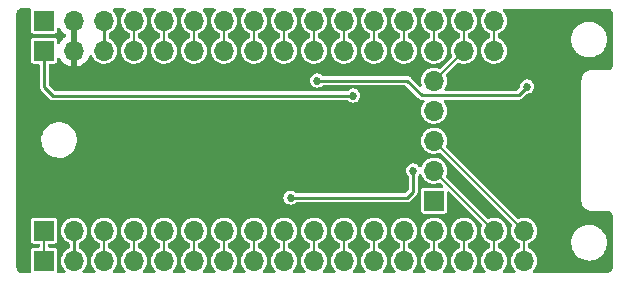
<source format=gbl>
G04 #@! TF.GenerationSoftware,KiCad,Pcbnew,(6.0.0-0)*
G04 #@! TF.CreationDate,2023-05-16T16:06:40-07:00*
G04 #@! TF.ProjectId,ItsyBitsy breadboard,49747379-4269-4747-9379-206272656164,0.0.0*
G04 #@! TF.SameCoordinates,Original*
G04 #@! TF.FileFunction,Copper,L2,Bot*
G04 #@! TF.FilePolarity,Positive*
%FSLAX46Y46*%
G04 Gerber Fmt 4.6, Leading zero omitted, Abs format (unit mm)*
G04 Created by KiCad (PCBNEW (6.0.0-0)) date 2023-05-16 16:06:40*
%MOMM*%
%LPD*%
G01*
G04 APERTURE LIST*
G04 #@! TA.AperFunction,ComponentPad*
%ADD10R,1.700000X1.700000*%
G04 #@! TD*
G04 #@! TA.AperFunction,ComponentPad*
%ADD11O,1.700000X1.700000*%
G04 #@! TD*
G04 #@! TA.AperFunction,ViaPad*
%ADD12C,0.685800*%
G04 #@! TD*
G04 #@! TA.AperFunction,Conductor*
%ADD13C,0.152400*%
G04 #@! TD*
G04 #@! TA.AperFunction,Conductor*
%ADD14C,0.254000*%
G04 #@! TD*
G04 APERTURE END LIST*
D10*
X111760000Y-115570000D03*
D11*
X114300000Y-115570000D03*
X116840000Y-115570000D03*
X119380000Y-115570000D03*
X121920000Y-115570000D03*
X124460000Y-115570000D03*
X127000000Y-115570000D03*
X129540000Y-115570000D03*
X132080000Y-115570000D03*
X134620000Y-115570000D03*
X137160000Y-115570000D03*
X139700000Y-115570000D03*
X142240000Y-115570000D03*
X144780000Y-115570000D03*
X147320000Y-115570000D03*
X149860000Y-115570000D03*
X152400000Y-115570000D03*
D10*
X111760000Y-100330000D03*
D11*
X114300000Y-100330000D03*
X116840000Y-100330000D03*
X119380000Y-100330000D03*
X121920000Y-100330000D03*
X124460000Y-100330000D03*
X127000000Y-100330000D03*
X129540000Y-100330000D03*
X132080000Y-100330000D03*
X134620000Y-100330000D03*
X137160000Y-100330000D03*
X139700000Y-100330000D03*
X142240000Y-100330000D03*
X144780000Y-100330000D03*
X147320000Y-100330000D03*
X149860000Y-100330000D03*
D10*
X144780000Y-113030000D03*
D11*
X144780000Y-110490000D03*
X144780000Y-107950000D03*
X144780000Y-105410000D03*
X144780000Y-102870000D03*
D10*
X111760000Y-118110000D03*
D11*
X114300000Y-118110000D03*
X116840000Y-118110000D03*
X119380000Y-118110000D03*
X121920000Y-118110000D03*
X124460000Y-118110000D03*
X127000000Y-118110000D03*
X129540000Y-118110000D03*
X132080000Y-118110000D03*
X134620000Y-118110000D03*
X137160000Y-118110000D03*
X139700000Y-118110000D03*
X142240000Y-118110000D03*
X144780000Y-118110000D03*
X147320000Y-118110000D03*
X149860000Y-118110000D03*
X152400000Y-118110000D03*
D10*
X111760000Y-97790000D03*
D11*
X114300000Y-97790000D03*
X116840000Y-97790000D03*
X119380000Y-97790000D03*
X121920000Y-97790000D03*
X124460000Y-97790000D03*
X127000000Y-97790000D03*
X129540000Y-97790000D03*
X132080000Y-97790000D03*
X134620000Y-97790000D03*
X137160000Y-97790000D03*
X139700000Y-97790000D03*
X142240000Y-97790000D03*
X144780000Y-97790000D03*
X147320000Y-97790000D03*
X149860000Y-97790000D03*
D12*
X132624000Y-112776000D03*
X149606000Y-105664000D03*
X137922000Y-104140000D03*
X152654000Y-103378000D03*
X134874000Y-102870000D03*
X133350000Y-106426000D03*
X137564500Y-111148500D03*
X143002000Y-110490000D03*
X156210000Y-102000000D03*
D13*
X144780000Y-102870000D02*
X147320000Y-100330000D01*
X144780000Y-110490000D02*
X149860000Y-115570000D01*
X144780000Y-107950000D02*
X152400000Y-115570000D01*
D14*
X132624000Y-112776000D02*
X142494000Y-112776000D01*
X137922000Y-104140000D02*
X112522000Y-104140000D01*
X112522000Y-104140000D02*
X111760000Y-103378000D01*
X111760000Y-103378000D02*
X111760000Y-100330000D01*
X142494000Y-112776000D02*
X143002000Y-112268000D01*
X143002000Y-112268000D02*
X143002000Y-110490000D01*
X143724511Y-104100511D02*
X151931489Y-104100511D01*
X142494000Y-102870000D02*
X143724511Y-104100511D01*
X134874000Y-102870000D02*
X142494000Y-102870000D01*
X151931489Y-104100511D02*
X152654000Y-103378000D01*
D13*
X137160000Y-99127919D02*
X137160000Y-97790000D01*
X137160000Y-100330000D02*
X137160000Y-99127919D01*
X139700000Y-100330000D02*
X139700000Y-97790000D01*
D14*
X114300000Y-115570000D02*
X114300000Y-118110000D01*
D13*
X116840000Y-115570000D02*
X116840000Y-116772081D01*
X116840000Y-116772081D02*
X116840000Y-118110000D01*
X119380000Y-115570000D02*
X119380000Y-118110000D01*
X121920000Y-116772081D02*
X121920000Y-118110000D01*
X121920000Y-115570000D02*
X121920000Y-116772081D01*
X124460000Y-115570000D02*
X124460000Y-118110000D01*
X127000000Y-115570000D02*
X127000000Y-118110000D01*
X129540000Y-115570000D02*
X129540000Y-118110000D01*
X132080000Y-115570000D02*
X132080000Y-118110000D01*
X134620000Y-115570000D02*
X134620000Y-118110000D01*
X137160000Y-115570000D02*
X137160000Y-118110000D01*
X139700000Y-115570000D02*
X139700000Y-118110000D01*
X142240000Y-115570000D02*
X142240000Y-118110000D01*
X144780000Y-115570000D02*
X144780000Y-118110000D01*
X147320000Y-118110000D02*
X147320000Y-115570000D01*
X149860000Y-118110000D02*
X149860000Y-115570000D01*
X152400000Y-118110000D02*
X152400000Y-115570000D01*
X149860000Y-100330000D02*
X149860000Y-97790000D01*
X147320000Y-100330000D02*
X147320000Y-97790000D01*
X144780000Y-100330000D02*
X144780000Y-97790000D01*
X142240000Y-100330000D02*
X142240000Y-97790000D01*
X134620000Y-100330000D02*
X134620000Y-97790000D01*
X132080000Y-100330000D02*
X132080000Y-97790000D01*
X129540000Y-100330000D02*
X129540000Y-97790000D01*
X127000000Y-100330000D02*
X127000000Y-97790000D01*
X124460000Y-100330000D02*
X124460000Y-97790000D01*
X121920000Y-100330000D02*
X121920000Y-97790000D01*
X119380000Y-100330000D02*
X119380000Y-97790000D01*
X111760000Y-115570000D02*
X111760000Y-118110000D01*
D14*
X116840000Y-100330000D02*
X116840000Y-97790000D01*
G04 #@! TA.AperFunction,Conductor*
G36*
X110533973Y-96754295D02*
G01*
X110602084Y-96774324D01*
X110648556Y-96827999D01*
X110657248Y-96902695D01*
X110657314Y-96902702D01*
X110657284Y-96903006D01*
X110657501Y-96904871D01*
X110656707Y-96908862D01*
X110656707Y-96908867D01*
X110655500Y-96914933D01*
X110655501Y-98665066D01*
X110670266Y-98739301D01*
X110677161Y-98749620D01*
X110677162Y-98749622D01*
X110717516Y-98810015D01*
X110726516Y-98823484D01*
X110810699Y-98879734D01*
X110884933Y-98894500D01*
X111759858Y-98894500D01*
X112635066Y-98894499D01*
X112670818Y-98887388D01*
X112697126Y-98882156D01*
X112697128Y-98882155D01*
X112709301Y-98879734D01*
X112719621Y-98872839D01*
X112719622Y-98872838D01*
X112783168Y-98830377D01*
X112793484Y-98823484D01*
X112849734Y-98739301D01*
X112864500Y-98665067D01*
X112864500Y-98493428D01*
X112884502Y-98425307D01*
X112938158Y-98378814D01*
X113008432Y-98368710D01*
X113073012Y-98398204D01*
X113097933Y-98427593D01*
X113197694Y-98590388D01*
X113203777Y-98598699D01*
X113343213Y-98759667D01*
X113350580Y-98766883D01*
X113514434Y-98902916D01*
X113522881Y-98908831D01*
X113592479Y-98949501D01*
X113641203Y-99001140D01*
X113654274Y-99070923D01*
X113627543Y-99136694D01*
X113587087Y-99170053D01*
X113578462Y-99174542D01*
X113569738Y-99180036D01*
X113399433Y-99307905D01*
X113391726Y-99314748D01*
X113244590Y-99468717D01*
X113238104Y-99476727D01*
X113118098Y-99652649D01*
X113113000Y-99661623D01*
X113104787Y-99679316D01*
X113057963Y-99732683D01*
X112989720Y-99752264D01*
X112921724Y-99731841D01*
X112875564Y-99677899D01*
X112864499Y-99626266D01*
X112864499Y-99454934D01*
X112849734Y-99380699D01*
X112830813Y-99352381D01*
X112800377Y-99306832D01*
X112793484Y-99296516D01*
X112709301Y-99240266D01*
X112635067Y-99225500D01*
X111760142Y-99225500D01*
X110884934Y-99225501D01*
X110849182Y-99232612D01*
X110822874Y-99237844D01*
X110822872Y-99237845D01*
X110810699Y-99240266D01*
X110800379Y-99247161D01*
X110800378Y-99247162D01*
X110760665Y-99273698D01*
X110726516Y-99296516D01*
X110670266Y-99380699D01*
X110655500Y-99454933D01*
X110655501Y-101205066D01*
X110670266Y-101279301D01*
X110677161Y-101289620D01*
X110677162Y-101289622D01*
X110717516Y-101350015D01*
X110726516Y-101363484D01*
X110810699Y-101419734D01*
X110884933Y-101434500D01*
X111252500Y-101434500D01*
X111320621Y-101454502D01*
X111367114Y-101508158D01*
X111378500Y-101560500D01*
X111378500Y-103323865D01*
X111375914Y-103348164D01*
X111375846Y-103349602D01*
X111373655Y-103359780D01*
X111374879Y-103370120D01*
X111377627Y-103393342D01*
X111377979Y-103399320D01*
X111378072Y-103399312D01*
X111378500Y-103404490D01*
X111378500Y-103409692D01*
X111379354Y-103414822D01*
X111381686Y-103428832D01*
X111382522Y-103434704D01*
X111388582Y-103485907D01*
X111392567Y-103494206D01*
X111394078Y-103503283D01*
X111418558Y-103548651D01*
X111421239Y-103553914D01*
X111440127Y-103593250D01*
X111440130Y-103593254D01*
X111443560Y-103600398D01*
X111447170Y-103604692D01*
X111449102Y-103606624D01*
X111450889Y-103608573D01*
X111450918Y-103608626D01*
X111450788Y-103608745D01*
X111451289Y-103609313D01*
X111454388Y-103615057D01*
X111462033Y-103622124D01*
X111494209Y-103651867D01*
X111497775Y-103655297D01*
X112213954Y-104371476D01*
X112229318Y-104390499D01*
X112230282Y-104391558D01*
X112235929Y-104400304D01*
X112244108Y-104406752D01*
X112244110Y-104406754D01*
X112262477Y-104421234D01*
X112266950Y-104425209D01*
X112267011Y-104425137D01*
X112270968Y-104428490D01*
X112274649Y-104432171D01*
X112278881Y-104435195D01*
X112290439Y-104443455D01*
X112295185Y-104447018D01*
X112335670Y-104478934D01*
X112344355Y-104481984D01*
X112351843Y-104487335D01*
X112401266Y-104502115D01*
X112406840Y-104503927D01*
X112455502Y-104521016D01*
X112461091Y-104521500D01*
X112463802Y-104521500D01*
X112466469Y-104521615D01*
X112466532Y-104521634D01*
X112466525Y-104521808D01*
X112467271Y-104521855D01*
X112473524Y-104523725D01*
X112527688Y-104521597D01*
X112532634Y-104521500D01*
X137400692Y-104521500D01*
X137468813Y-104541502D01*
X137489790Y-104558407D01*
X137490900Y-104559517D01*
X137495929Y-104566071D01*
X137620722Y-104661828D01*
X137766047Y-104722023D01*
X137922000Y-104742555D01*
X138077953Y-104722023D01*
X138223278Y-104661828D01*
X138348071Y-104566071D01*
X138443828Y-104441277D01*
X138504023Y-104295953D01*
X138524555Y-104140000D01*
X138504023Y-103984047D01*
X138443828Y-103838723D01*
X138348071Y-103713929D01*
X138223278Y-103618172D01*
X138077953Y-103557977D01*
X137922000Y-103537445D01*
X137766047Y-103557977D01*
X137620723Y-103618172D01*
X137495929Y-103713929D01*
X137490900Y-103720483D01*
X137489790Y-103721593D01*
X137427479Y-103755620D01*
X137400692Y-103758500D01*
X112732213Y-103758500D01*
X112664092Y-103738498D01*
X112643118Y-103721595D01*
X112178405Y-103256882D01*
X112144379Y-103194570D01*
X112141500Y-103167787D01*
X112141500Y-101560499D01*
X112161502Y-101492378D01*
X112215158Y-101445885D01*
X112267500Y-101434499D01*
X112635066Y-101434499D01*
X112670818Y-101427388D01*
X112697126Y-101422156D01*
X112697128Y-101422155D01*
X112709301Y-101419734D01*
X112719621Y-101412839D01*
X112719622Y-101412838D01*
X112783168Y-101370377D01*
X112793484Y-101363484D01*
X112849734Y-101279301D01*
X112864500Y-101205067D01*
X112864500Y-101033428D01*
X112884502Y-100965307D01*
X112938158Y-100918814D01*
X113008432Y-100908710D01*
X113073012Y-100938204D01*
X113097933Y-100967593D01*
X113197694Y-101130388D01*
X113203777Y-101138699D01*
X113343213Y-101299667D01*
X113350580Y-101306883D01*
X113514434Y-101442916D01*
X113522881Y-101448831D01*
X113706756Y-101556279D01*
X113716042Y-101560729D01*
X113915001Y-101636703D01*
X113924899Y-101639579D01*
X114028250Y-101660606D01*
X114042299Y-101659410D01*
X114046000Y-101649065D01*
X114046000Y-97662000D01*
X114066002Y-97593879D01*
X114119658Y-97547386D01*
X114172000Y-97536000D01*
X114428000Y-97536000D01*
X114496121Y-97556002D01*
X114542614Y-97609658D01*
X114554000Y-97662000D01*
X114554000Y-101648517D01*
X114558064Y-101662359D01*
X114571478Y-101664393D01*
X114578184Y-101663534D01*
X114588262Y-101661392D01*
X114792255Y-101600191D01*
X114801842Y-101596433D01*
X114993095Y-101502739D01*
X115001945Y-101497464D01*
X115175328Y-101373792D01*
X115183200Y-101367139D01*
X115334052Y-101216812D01*
X115340730Y-101208965D01*
X115465003Y-101036020D01*
X115470313Y-101027183D01*
X115564670Y-100836267D01*
X115568469Y-100826672D01*
X115585066Y-100772047D01*
X115624007Y-100712683D01*
X115688862Y-100683796D01*
X115759038Y-100694558D01*
X115812256Y-100741551D01*
X115820048Y-100755922D01*
X115879377Y-100884616D01*
X115996533Y-101050389D01*
X116141938Y-101192035D01*
X116310720Y-101304812D01*
X116316023Y-101307090D01*
X116316026Y-101307092D01*
X116491921Y-101382662D01*
X116497228Y-101384942D01*
X116570244Y-101401464D01*
X116689579Y-101428467D01*
X116689584Y-101428468D01*
X116695216Y-101429742D01*
X116700987Y-101429969D01*
X116700989Y-101429969D01*
X116760756Y-101432317D01*
X116898053Y-101437712D01*
X117005348Y-101422155D01*
X117093231Y-101409413D01*
X117093236Y-101409412D01*
X117098945Y-101408584D01*
X117104409Y-101406729D01*
X117104414Y-101406728D01*
X117285693Y-101345192D01*
X117285698Y-101345190D01*
X117291165Y-101343334D01*
X117301010Y-101337821D01*
X117369138Y-101299667D01*
X117468276Y-101244147D01*
X117507969Y-101211135D01*
X117595696Y-101138172D01*
X117624345Y-101114345D01*
X117689488Y-101036020D01*
X117750453Y-100962718D01*
X117750455Y-100962715D01*
X117754147Y-100958276D01*
X117853334Y-100781165D01*
X117855190Y-100775698D01*
X117855192Y-100775693D01*
X117916728Y-100594414D01*
X117916729Y-100594409D01*
X117918584Y-100588945D01*
X117919412Y-100583236D01*
X117919413Y-100583231D01*
X117939512Y-100444610D01*
X117947712Y-100388053D01*
X117949232Y-100330000D01*
X117937366Y-100200858D01*
X117931187Y-100133613D01*
X117931186Y-100133610D01*
X117930658Y-100127859D01*
X117929090Y-100122299D01*
X117877125Y-99938046D01*
X117877124Y-99938044D01*
X117875557Y-99932487D01*
X117870025Y-99921268D01*
X117788331Y-99755609D01*
X117785776Y-99750428D01*
X117771897Y-99731841D01*
X117712761Y-99652649D01*
X117664320Y-99587779D01*
X117515258Y-99449987D01*
X117510375Y-99446906D01*
X117510371Y-99446903D01*
X117360562Y-99352381D01*
X117343581Y-99341667D01*
X117338221Y-99339528D01*
X117338214Y-99339525D01*
X117300808Y-99324601D01*
X117244949Y-99280780D01*
X117221500Y-99207572D01*
X117221500Y-98915597D01*
X117241502Y-98847476D01*
X117291740Y-98804361D01*
X117291165Y-98803334D01*
X117355878Y-98767093D01*
X117468276Y-98704147D01*
X117507969Y-98671135D01*
X117603176Y-98591951D01*
X117624345Y-98574345D01*
X117689488Y-98496020D01*
X117750453Y-98422718D01*
X117750455Y-98422715D01*
X117754147Y-98418276D01*
X117853334Y-98241165D01*
X117855190Y-98235698D01*
X117855192Y-98235693D01*
X117916728Y-98054414D01*
X117916729Y-98054409D01*
X117918584Y-98048945D01*
X117919412Y-98043236D01*
X117919413Y-98043231D01*
X117947179Y-97851727D01*
X117947712Y-97848053D01*
X117949232Y-97790000D01*
X117930658Y-97587859D01*
X117929090Y-97582299D01*
X117877125Y-97398046D01*
X117877124Y-97398044D01*
X117875557Y-97392487D01*
X117864978Y-97371033D01*
X117788331Y-97215609D01*
X117785776Y-97210428D01*
X117772333Y-97192425D01*
X117729451Y-97135000D01*
X117664320Y-97047779D01*
X117586336Y-96975691D01*
X117549891Y-96914763D01*
X117552172Y-96843803D01*
X117592454Y-96785341D01*
X117657949Y-96757938D01*
X117671914Y-96757167D01*
X118547332Y-96757519D01*
X118615443Y-96777548D01*
X118661915Y-96831223D01*
X118671990Y-96901501D01*
X118642471Y-96966070D01*
X118630359Y-96978250D01*
X118575392Y-97026455D01*
X118449720Y-97185869D01*
X118447031Y-97190980D01*
X118447029Y-97190983D01*
X118435833Y-97212264D01*
X118355203Y-97365515D01*
X118295007Y-97559378D01*
X118271148Y-97760964D01*
X118284424Y-97963522D01*
X118285845Y-97969118D01*
X118285846Y-97969123D01*
X118315536Y-98086024D01*
X118334392Y-98160269D01*
X118336809Y-98165512D01*
X118374010Y-98246208D01*
X118419377Y-98344616D01*
X118422710Y-98349332D01*
X118499788Y-98458395D01*
X118536533Y-98510389D01*
X118681938Y-98652035D01*
X118850720Y-98764812D01*
X118856023Y-98767090D01*
X118856026Y-98767092D01*
X118973038Y-98817364D01*
X119027731Y-98862632D01*
X119049300Y-98933132D01*
X119049300Y-99186836D01*
X119029298Y-99254957D01*
X118975642Y-99301450D01*
X118966914Y-99305047D01*
X118902463Y-99328824D01*
X118728010Y-99432612D01*
X118723670Y-99436418D01*
X118723666Y-99436421D01*
X118579733Y-99562648D01*
X118575392Y-99566455D01*
X118449720Y-99725869D01*
X118447031Y-99730980D01*
X118447029Y-99730983D01*
X118435833Y-99752264D01*
X118355203Y-99905515D01*
X118295007Y-100099378D01*
X118271148Y-100300964D01*
X118284424Y-100503522D01*
X118285845Y-100509118D01*
X118285846Y-100509123D01*
X118325607Y-100665678D01*
X118334392Y-100700269D01*
X118336807Y-100705507D01*
X118336809Y-100705512D01*
X118372604Y-100783157D01*
X118419377Y-100884616D01*
X118536533Y-101050389D01*
X118681938Y-101192035D01*
X118850720Y-101304812D01*
X118856023Y-101307090D01*
X118856026Y-101307092D01*
X119031921Y-101382662D01*
X119037228Y-101384942D01*
X119110244Y-101401464D01*
X119229579Y-101428467D01*
X119229584Y-101428468D01*
X119235216Y-101429742D01*
X119240987Y-101429969D01*
X119240989Y-101429969D01*
X119300756Y-101432317D01*
X119438053Y-101437712D01*
X119545348Y-101422155D01*
X119633231Y-101409413D01*
X119633236Y-101409412D01*
X119638945Y-101408584D01*
X119644409Y-101406729D01*
X119644414Y-101406728D01*
X119825693Y-101345192D01*
X119825698Y-101345190D01*
X119831165Y-101343334D01*
X119841010Y-101337821D01*
X119909138Y-101299667D01*
X120008276Y-101244147D01*
X120047969Y-101211135D01*
X120135696Y-101138172D01*
X120164345Y-101114345D01*
X120229488Y-101036020D01*
X120290453Y-100962718D01*
X120290455Y-100962715D01*
X120294147Y-100958276D01*
X120393334Y-100781165D01*
X120395190Y-100775698D01*
X120395192Y-100775693D01*
X120456728Y-100594414D01*
X120456729Y-100594409D01*
X120458584Y-100588945D01*
X120459412Y-100583236D01*
X120459413Y-100583231D01*
X120479512Y-100444610D01*
X120487712Y-100388053D01*
X120489232Y-100330000D01*
X120477366Y-100200858D01*
X120471187Y-100133613D01*
X120471186Y-100133610D01*
X120470658Y-100127859D01*
X120469090Y-100122299D01*
X120417125Y-99938046D01*
X120417124Y-99938044D01*
X120415557Y-99932487D01*
X120410025Y-99921268D01*
X120328331Y-99755609D01*
X120325776Y-99750428D01*
X120311897Y-99731841D01*
X120252761Y-99652649D01*
X120204320Y-99587779D01*
X120055258Y-99449987D01*
X120050375Y-99446906D01*
X120050371Y-99446903D01*
X119900562Y-99352381D01*
X119883581Y-99341667D01*
X119872485Y-99337240D01*
X119790009Y-99304335D01*
X119734150Y-99260514D01*
X119710700Y-99187305D01*
X119710700Y-98934516D01*
X119730702Y-98866395D01*
X119784358Y-98819902D01*
X119796184Y-98815208D01*
X119831165Y-98803334D01*
X120008276Y-98704147D01*
X120047969Y-98671135D01*
X120143176Y-98591951D01*
X120164345Y-98574345D01*
X120229488Y-98496020D01*
X120290453Y-98422718D01*
X120290455Y-98422715D01*
X120294147Y-98418276D01*
X120393334Y-98241165D01*
X120395190Y-98235698D01*
X120395192Y-98235693D01*
X120456728Y-98054414D01*
X120456729Y-98054409D01*
X120458584Y-98048945D01*
X120459412Y-98043236D01*
X120459413Y-98043231D01*
X120487179Y-97851727D01*
X120487712Y-97848053D01*
X120489232Y-97790000D01*
X120470658Y-97587859D01*
X120469090Y-97582299D01*
X120417125Y-97398046D01*
X120417124Y-97398044D01*
X120415557Y-97392487D01*
X120404978Y-97371033D01*
X120328331Y-97215609D01*
X120325776Y-97210428D01*
X120312333Y-97192425D01*
X120269451Y-97135000D01*
X120204320Y-97047779D01*
X120127440Y-96976712D01*
X120090997Y-96915787D01*
X120093278Y-96844827D01*
X120133560Y-96786364D01*
X120199055Y-96758961D01*
X120213022Y-96758190D01*
X121086166Y-96758541D01*
X121154278Y-96778570D01*
X121200750Y-96832245D01*
X121210825Y-96902523D01*
X121181306Y-96967092D01*
X121169192Y-96979273D01*
X121119738Y-97022643D01*
X121119734Y-97022647D01*
X121115392Y-97026455D01*
X120989720Y-97185869D01*
X120987031Y-97190980D01*
X120987029Y-97190983D01*
X120975833Y-97212264D01*
X120895203Y-97365515D01*
X120835007Y-97559378D01*
X120811148Y-97760964D01*
X120824424Y-97963522D01*
X120825845Y-97969118D01*
X120825846Y-97969123D01*
X120855536Y-98086024D01*
X120874392Y-98160269D01*
X120876809Y-98165512D01*
X120914010Y-98246208D01*
X120959377Y-98344616D01*
X120962710Y-98349332D01*
X121039788Y-98458395D01*
X121076533Y-98510389D01*
X121221938Y-98652035D01*
X121390720Y-98764812D01*
X121396023Y-98767090D01*
X121396026Y-98767092D01*
X121513038Y-98817364D01*
X121567731Y-98862632D01*
X121589300Y-98933132D01*
X121589300Y-99186836D01*
X121569298Y-99254957D01*
X121515642Y-99301450D01*
X121506914Y-99305047D01*
X121442463Y-99328824D01*
X121268010Y-99432612D01*
X121263670Y-99436418D01*
X121263666Y-99436421D01*
X121119733Y-99562648D01*
X121115392Y-99566455D01*
X120989720Y-99725869D01*
X120987031Y-99730980D01*
X120987029Y-99730983D01*
X120975833Y-99752264D01*
X120895203Y-99905515D01*
X120835007Y-100099378D01*
X120811148Y-100300964D01*
X120824424Y-100503522D01*
X120825845Y-100509118D01*
X120825846Y-100509123D01*
X120865607Y-100665678D01*
X120874392Y-100700269D01*
X120876807Y-100705507D01*
X120876809Y-100705512D01*
X120912604Y-100783157D01*
X120959377Y-100884616D01*
X121076533Y-101050389D01*
X121221938Y-101192035D01*
X121390720Y-101304812D01*
X121396023Y-101307090D01*
X121396026Y-101307092D01*
X121571921Y-101382662D01*
X121577228Y-101384942D01*
X121650244Y-101401464D01*
X121769579Y-101428467D01*
X121769584Y-101428468D01*
X121775216Y-101429742D01*
X121780987Y-101429969D01*
X121780989Y-101429969D01*
X121840756Y-101432317D01*
X121978053Y-101437712D01*
X122085348Y-101422155D01*
X122173231Y-101409413D01*
X122173236Y-101409412D01*
X122178945Y-101408584D01*
X122184409Y-101406729D01*
X122184414Y-101406728D01*
X122365693Y-101345192D01*
X122365698Y-101345190D01*
X122371165Y-101343334D01*
X122381010Y-101337821D01*
X122449138Y-101299667D01*
X122548276Y-101244147D01*
X122587969Y-101211135D01*
X122675696Y-101138172D01*
X122704345Y-101114345D01*
X122769488Y-101036020D01*
X122830453Y-100962718D01*
X122830455Y-100962715D01*
X122834147Y-100958276D01*
X122933334Y-100781165D01*
X122935190Y-100775698D01*
X122935192Y-100775693D01*
X122996728Y-100594414D01*
X122996729Y-100594409D01*
X122998584Y-100588945D01*
X122999412Y-100583236D01*
X122999413Y-100583231D01*
X123019512Y-100444610D01*
X123027712Y-100388053D01*
X123029232Y-100330000D01*
X123017366Y-100200858D01*
X123011187Y-100133613D01*
X123011186Y-100133610D01*
X123010658Y-100127859D01*
X123009090Y-100122299D01*
X122957125Y-99938046D01*
X122957124Y-99938044D01*
X122955557Y-99932487D01*
X122950025Y-99921268D01*
X122868331Y-99755609D01*
X122865776Y-99750428D01*
X122851897Y-99731841D01*
X122792761Y-99652649D01*
X122744320Y-99587779D01*
X122595258Y-99449987D01*
X122590375Y-99446906D01*
X122590371Y-99446903D01*
X122440562Y-99352381D01*
X122423581Y-99341667D01*
X122412485Y-99337240D01*
X122330009Y-99304335D01*
X122274150Y-99260514D01*
X122250700Y-99187305D01*
X122250700Y-98934516D01*
X122270702Y-98866395D01*
X122324358Y-98819902D01*
X122336184Y-98815208D01*
X122371165Y-98803334D01*
X122548276Y-98704147D01*
X122587969Y-98671135D01*
X122683176Y-98591951D01*
X122704345Y-98574345D01*
X122769488Y-98496020D01*
X122830453Y-98422718D01*
X122830455Y-98422715D01*
X122834147Y-98418276D01*
X122933334Y-98241165D01*
X122935190Y-98235698D01*
X122935192Y-98235693D01*
X122996728Y-98054414D01*
X122996729Y-98054409D01*
X122998584Y-98048945D01*
X122999412Y-98043236D01*
X122999413Y-98043231D01*
X123027179Y-97851727D01*
X123027712Y-97848053D01*
X123029232Y-97790000D01*
X123010658Y-97587859D01*
X123009090Y-97582299D01*
X122957125Y-97398046D01*
X122957124Y-97398044D01*
X122955557Y-97392487D01*
X122944978Y-97371033D01*
X122868331Y-97215609D01*
X122865776Y-97210428D01*
X122852333Y-97192425D01*
X122809451Y-97135000D01*
X122744320Y-97047779D01*
X122668546Y-96977734D01*
X122632103Y-96916808D01*
X122634384Y-96845848D01*
X122674666Y-96787386D01*
X122740161Y-96759983D01*
X122754128Y-96759212D01*
X123625002Y-96759562D01*
X123693113Y-96779591D01*
X123739585Y-96833266D01*
X123749660Y-96903544D01*
X123720141Y-96968113D01*
X123708028Y-96980293D01*
X123659739Y-97022642D01*
X123659735Y-97022647D01*
X123655392Y-97026455D01*
X123529720Y-97185869D01*
X123527031Y-97190980D01*
X123527029Y-97190983D01*
X123515833Y-97212264D01*
X123435203Y-97365515D01*
X123375007Y-97559378D01*
X123351148Y-97760964D01*
X123364424Y-97963522D01*
X123365845Y-97969118D01*
X123365846Y-97969123D01*
X123395536Y-98086024D01*
X123414392Y-98160269D01*
X123416809Y-98165512D01*
X123454010Y-98246208D01*
X123499377Y-98344616D01*
X123502710Y-98349332D01*
X123579788Y-98458395D01*
X123616533Y-98510389D01*
X123761938Y-98652035D01*
X123930720Y-98764812D01*
X123936023Y-98767090D01*
X123936026Y-98767092D01*
X124053038Y-98817364D01*
X124107731Y-98862632D01*
X124129300Y-98933132D01*
X124129300Y-99186836D01*
X124109298Y-99254957D01*
X124055642Y-99301450D01*
X124046914Y-99305047D01*
X123982463Y-99328824D01*
X123808010Y-99432612D01*
X123803670Y-99436418D01*
X123803666Y-99436421D01*
X123659733Y-99562648D01*
X123655392Y-99566455D01*
X123529720Y-99725869D01*
X123527031Y-99730980D01*
X123527029Y-99730983D01*
X123515833Y-99752264D01*
X123435203Y-99905515D01*
X123375007Y-100099378D01*
X123351148Y-100300964D01*
X123364424Y-100503522D01*
X123365845Y-100509118D01*
X123365846Y-100509123D01*
X123405607Y-100665678D01*
X123414392Y-100700269D01*
X123416807Y-100705507D01*
X123416809Y-100705512D01*
X123452604Y-100783157D01*
X123499377Y-100884616D01*
X123616533Y-101050389D01*
X123761938Y-101192035D01*
X123930720Y-101304812D01*
X123936023Y-101307090D01*
X123936026Y-101307092D01*
X124111921Y-101382662D01*
X124117228Y-101384942D01*
X124190244Y-101401464D01*
X124309579Y-101428467D01*
X124309584Y-101428468D01*
X124315216Y-101429742D01*
X124320987Y-101429969D01*
X124320989Y-101429969D01*
X124380756Y-101432317D01*
X124518053Y-101437712D01*
X124625348Y-101422155D01*
X124713231Y-101409413D01*
X124713236Y-101409412D01*
X124718945Y-101408584D01*
X124724409Y-101406729D01*
X124724414Y-101406728D01*
X124905693Y-101345192D01*
X124905698Y-101345190D01*
X124911165Y-101343334D01*
X124921010Y-101337821D01*
X124989138Y-101299667D01*
X125088276Y-101244147D01*
X125127969Y-101211135D01*
X125215696Y-101138172D01*
X125244345Y-101114345D01*
X125309488Y-101036020D01*
X125370453Y-100962718D01*
X125370455Y-100962715D01*
X125374147Y-100958276D01*
X125473334Y-100781165D01*
X125475190Y-100775698D01*
X125475192Y-100775693D01*
X125536728Y-100594414D01*
X125536729Y-100594409D01*
X125538584Y-100588945D01*
X125539412Y-100583236D01*
X125539413Y-100583231D01*
X125559512Y-100444610D01*
X125567712Y-100388053D01*
X125569232Y-100330000D01*
X125557366Y-100200858D01*
X125551187Y-100133613D01*
X125551186Y-100133610D01*
X125550658Y-100127859D01*
X125549090Y-100122299D01*
X125497125Y-99938046D01*
X125497124Y-99938044D01*
X125495557Y-99932487D01*
X125490025Y-99921268D01*
X125408331Y-99755609D01*
X125405776Y-99750428D01*
X125391897Y-99731841D01*
X125332761Y-99652649D01*
X125284320Y-99587779D01*
X125135258Y-99449987D01*
X125130375Y-99446906D01*
X125130371Y-99446903D01*
X124980562Y-99352381D01*
X124963581Y-99341667D01*
X124952485Y-99337240D01*
X124870009Y-99304335D01*
X124814150Y-99260514D01*
X124790700Y-99187305D01*
X124790700Y-98934516D01*
X124810702Y-98866395D01*
X124864358Y-98819902D01*
X124876184Y-98815208D01*
X124911165Y-98803334D01*
X125088276Y-98704147D01*
X125127969Y-98671135D01*
X125223176Y-98591951D01*
X125244345Y-98574345D01*
X125309488Y-98496020D01*
X125370453Y-98422718D01*
X125370455Y-98422715D01*
X125374147Y-98418276D01*
X125473334Y-98241165D01*
X125475190Y-98235698D01*
X125475192Y-98235693D01*
X125536728Y-98054414D01*
X125536729Y-98054409D01*
X125538584Y-98048945D01*
X125539412Y-98043236D01*
X125539413Y-98043231D01*
X125567179Y-97851727D01*
X125567712Y-97848053D01*
X125569232Y-97790000D01*
X125550658Y-97587859D01*
X125549090Y-97582299D01*
X125497125Y-97398046D01*
X125497124Y-97398044D01*
X125495557Y-97392487D01*
X125484978Y-97371033D01*
X125408331Y-97215609D01*
X125405776Y-97210428D01*
X125392333Y-97192425D01*
X125349451Y-97135000D01*
X125284320Y-97047779D01*
X125220156Y-96988466D01*
X125209654Y-96978758D01*
X125173209Y-96917830D01*
X125175490Y-96846870D01*
X125215772Y-96788408D01*
X125281267Y-96761005D01*
X125295230Y-96760234D01*
X126163838Y-96760583D01*
X126231949Y-96780612D01*
X126278421Y-96834287D01*
X126288496Y-96904565D01*
X126258977Y-96969134D01*
X126246864Y-96981315D01*
X126195392Y-97026455D01*
X126069720Y-97185869D01*
X126067031Y-97190980D01*
X126067029Y-97190983D01*
X126055833Y-97212264D01*
X125975203Y-97365515D01*
X125915007Y-97559378D01*
X125891148Y-97760964D01*
X125904424Y-97963522D01*
X125905845Y-97969118D01*
X125905846Y-97969123D01*
X125935536Y-98086024D01*
X125954392Y-98160269D01*
X125956809Y-98165512D01*
X125994010Y-98246208D01*
X126039377Y-98344616D01*
X126042710Y-98349332D01*
X126119788Y-98458395D01*
X126156533Y-98510389D01*
X126301938Y-98652035D01*
X126470720Y-98764812D01*
X126476023Y-98767090D01*
X126476026Y-98767092D01*
X126593038Y-98817364D01*
X126647731Y-98862632D01*
X126669300Y-98933132D01*
X126669300Y-99186836D01*
X126649298Y-99254957D01*
X126595642Y-99301450D01*
X126586914Y-99305047D01*
X126522463Y-99328824D01*
X126348010Y-99432612D01*
X126343670Y-99436418D01*
X126343666Y-99436421D01*
X126199733Y-99562648D01*
X126195392Y-99566455D01*
X126069720Y-99725869D01*
X126067031Y-99730980D01*
X126067029Y-99730983D01*
X126055833Y-99752264D01*
X125975203Y-99905515D01*
X125915007Y-100099378D01*
X125891148Y-100300964D01*
X125904424Y-100503522D01*
X125905845Y-100509118D01*
X125905846Y-100509123D01*
X125945607Y-100665678D01*
X125954392Y-100700269D01*
X125956807Y-100705507D01*
X125956809Y-100705512D01*
X125992604Y-100783157D01*
X126039377Y-100884616D01*
X126156533Y-101050389D01*
X126301938Y-101192035D01*
X126470720Y-101304812D01*
X126476023Y-101307090D01*
X126476026Y-101307092D01*
X126651921Y-101382662D01*
X126657228Y-101384942D01*
X126730244Y-101401464D01*
X126849579Y-101428467D01*
X126849584Y-101428468D01*
X126855216Y-101429742D01*
X126860987Y-101429969D01*
X126860989Y-101429969D01*
X126920756Y-101432317D01*
X127058053Y-101437712D01*
X127165348Y-101422155D01*
X127253231Y-101409413D01*
X127253236Y-101409412D01*
X127258945Y-101408584D01*
X127264409Y-101406729D01*
X127264414Y-101406728D01*
X127445693Y-101345192D01*
X127445698Y-101345190D01*
X127451165Y-101343334D01*
X127461010Y-101337821D01*
X127529138Y-101299667D01*
X127628276Y-101244147D01*
X127667969Y-101211135D01*
X127755696Y-101138172D01*
X127784345Y-101114345D01*
X127849488Y-101036020D01*
X127910453Y-100962718D01*
X127910455Y-100962715D01*
X127914147Y-100958276D01*
X128013334Y-100781165D01*
X128015190Y-100775698D01*
X128015192Y-100775693D01*
X128076728Y-100594414D01*
X128076729Y-100594409D01*
X128078584Y-100588945D01*
X128079412Y-100583236D01*
X128079413Y-100583231D01*
X128099512Y-100444610D01*
X128107712Y-100388053D01*
X128109232Y-100330000D01*
X128097366Y-100200858D01*
X128091187Y-100133613D01*
X128091186Y-100133610D01*
X128090658Y-100127859D01*
X128089090Y-100122299D01*
X128037125Y-99938046D01*
X128037124Y-99938044D01*
X128035557Y-99932487D01*
X128030025Y-99921268D01*
X127948331Y-99755609D01*
X127945776Y-99750428D01*
X127931897Y-99731841D01*
X127872761Y-99652649D01*
X127824320Y-99587779D01*
X127675258Y-99449987D01*
X127670375Y-99446906D01*
X127670371Y-99446903D01*
X127520562Y-99352381D01*
X127503581Y-99341667D01*
X127492485Y-99337240D01*
X127410009Y-99304335D01*
X127354150Y-99260514D01*
X127330700Y-99187305D01*
X127330700Y-98934516D01*
X127350702Y-98866395D01*
X127404358Y-98819902D01*
X127416184Y-98815208D01*
X127451165Y-98803334D01*
X127628276Y-98704147D01*
X127667969Y-98671135D01*
X127763176Y-98591951D01*
X127784345Y-98574345D01*
X127849488Y-98496020D01*
X127910453Y-98422718D01*
X127910455Y-98422715D01*
X127914147Y-98418276D01*
X128013334Y-98241165D01*
X128015190Y-98235698D01*
X128015192Y-98235693D01*
X128076728Y-98054414D01*
X128076729Y-98054409D01*
X128078584Y-98048945D01*
X128079412Y-98043236D01*
X128079413Y-98043231D01*
X128107179Y-97851727D01*
X128107712Y-97848053D01*
X128109232Y-97790000D01*
X128090658Y-97587859D01*
X128089090Y-97582299D01*
X128037125Y-97398046D01*
X128037124Y-97398044D01*
X128035557Y-97392487D01*
X128024978Y-97371033D01*
X127948331Y-97215609D01*
X127945776Y-97210428D01*
X127932333Y-97192425D01*
X127889451Y-97135000D01*
X127824320Y-97047779D01*
X127750758Y-96979779D01*
X127714315Y-96918853D01*
X127716596Y-96847893D01*
X127756878Y-96789431D01*
X127822373Y-96762028D01*
X127836340Y-96761257D01*
X128702672Y-96761605D01*
X128770784Y-96781634D01*
X128817256Y-96835309D01*
X128827331Y-96905587D01*
X128797812Y-96970156D01*
X128785701Y-96982335D01*
X128735392Y-97026455D01*
X128609720Y-97185869D01*
X128607031Y-97190980D01*
X128607029Y-97190983D01*
X128595833Y-97212264D01*
X128515203Y-97365515D01*
X128455007Y-97559378D01*
X128431148Y-97760964D01*
X128444424Y-97963522D01*
X128445845Y-97969118D01*
X128445846Y-97969123D01*
X128475536Y-98086024D01*
X128494392Y-98160269D01*
X128496809Y-98165512D01*
X128534010Y-98246208D01*
X128579377Y-98344616D01*
X128582710Y-98349332D01*
X128659788Y-98458395D01*
X128696533Y-98510389D01*
X128841938Y-98652035D01*
X129010720Y-98764812D01*
X129016023Y-98767090D01*
X129016026Y-98767092D01*
X129133038Y-98817364D01*
X129187731Y-98862632D01*
X129209300Y-98933132D01*
X129209300Y-99186836D01*
X129189298Y-99254957D01*
X129135642Y-99301450D01*
X129126914Y-99305047D01*
X129062463Y-99328824D01*
X128888010Y-99432612D01*
X128883670Y-99436418D01*
X128883666Y-99436421D01*
X128739733Y-99562648D01*
X128735392Y-99566455D01*
X128609720Y-99725869D01*
X128607031Y-99730980D01*
X128607029Y-99730983D01*
X128595833Y-99752264D01*
X128515203Y-99905515D01*
X128455007Y-100099378D01*
X128431148Y-100300964D01*
X128444424Y-100503522D01*
X128445845Y-100509118D01*
X128445846Y-100509123D01*
X128485607Y-100665678D01*
X128494392Y-100700269D01*
X128496807Y-100705507D01*
X128496809Y-100705512D01*
X128532604Y-100783157D01*
X128579377Y-100884616D01*
X128696533Y-101050389D01*
X128841938Y-101192035D01*
X129010720Y-101304812D01*
X129016023Y-101307090D01*
X129016026Y-101307092D01*
X129191921Y-101382662D01*
X129197228Y-101384942D01*
X129270244Y-101401464D01*
X129389579Y-101428467D01*
X129389584Y-101428468D01*
X129395216Y-101429742D01*
X129400987Y-101429969D01*
X129400989Y-101429969D01*
X129460756Y-101432317D01*
X129598053Y-101437712D01*
X129705348Y-101422155D01*
X129793231Y-101409413D01*
X129793236Y-101409412D01*
X129798945Y-101408584D01*
X129804409Y-101406729D01*
X129804414Y-101406728D01*
X129985693Y-101345192D01*
X129985698Y-101345190D01*
X129991165Y-101343334D01*
X130001010Y-101337821D01*
X130069138Y-101299667D01*
X130168276Y-101244147D01*
X130207969Y-101211135D01*
X130295696Y-101138172D01*
X130324345Y-101114345D01*
X130389488Y-101036020D01*
X130450453Y-100962718D01*
X130450455Y-100962715D01*
X130454147Y-100958276D01*
X130553334Y-100781165D01*
X130555190Y-100775698D01*
X130555192Y-100775693D01*
X130616728Y-100594414D01*
X130616729Y-100594409D01*
X130618584Y-100588945D01*
X130619412Y-100583236D01*
X130619413Y-100583231D01*
X130639512Y-100444610D01*
X130647712Y-100388053D01*
X130649232Y-100330000D01*
X130637366Y-100200858D01*
X130631187Y-100133613D01*
X130631186Y-100133610D01*
X130630658Y-100127859D01*
X130629090Y-100122299D01*
X130577125Y-99938046D01*
X130577124Y-99938044D01*
X130575557Y-99932487D01*
X130570025Y-99921268D01*
X130488331Y-99755609D01*
X130485776Y-99750428D01*
X130471897Y-99731841D01*
X130412761Y-99652649D01*
X130364320Y-99587779D01*
X130215258Y-99449987D01*
X130210375Y-99446906D01*
X130210371Y-99446903D01*
X130060562Y-99352381D01*
X130043581Y-99341667D01*
X130032485Y-99337240D01*
X129950009Y-99304335D01*
X129894150Y-99260514D01*
X129870700Y-99187305D01*
X129870700Y-98934516D01*
X129890702Y-98866395D01*
X129944358Y-98819902D01*
X129956184Y-98815208D01*
X129991165Y-98803334D01*
X130168276Y-98704147D01*
X130207969Y-98671135D01*
X130303176Y-98591951D01*
X130324345Y-98574345D01*
X130389488Y-98496020D01*
X130450453Y-98422718D01*
X130450455Y-98422715D01*
X130454147Y-98418276D01*
X130553334Y-98241165D01*
X130555190Y-98235698D01*
X130555192Y-98235693D01*
X130616728Y-98054414D01*
X130616729Y-98054409D01*
X130618584Y-98048945D01*
X130619412Y-98043236D01*
X130619413Y-98043231D01*
X130647179Y-97851727D01*
X130647712Y-97848053D01*
X130649232Y-97790000D01*
X130630658Y-97587859D01*
X130629090Y-97582299D01*
X130577125Y-97398046D01*
X130577124Y-97398044D01*
X130575557Y-97392487D01*
X130564978Y-97371033D01*
X130488331Y-97215609D01*
X130485776Y-97210428D01*
X130472333Y-97192425D01*
X130429451Y-97135000D01*
X130364320Y-97047779D01*
X130291865Y-96980802D01*
X130255421Y-96919875D01*
X130257702Y-96848915D01*
X130297984Y-96790453D01*
X130363479Y-96763050D01*
X130377444Y-96762279D01*
X130529910Y-96762340D01*
X131241507Y-96762627D01*
X131309619Y-96782656D01*
X131356091Y-96836331D01*
X131366166Y-96906609D01*
X131336647Y-96971178D01*
X131324533Y-96983359D01*
X131279738Y-97022643D01*
X131279734Y-97022647D01*
X131275392Y-97026455D01*
X131149720Y-97185869D01*
X131147031Y-97190980D01*
X131147029Y-97190983D01*
X131135833Y-97212264D01*
X131055203Y-97365515D01*
X130995007Y-97559378D01*
X130971148Y-97760964D01*
X130984424Y-97963522D01*
X130985845Y-97969118D01*
X130985846Y-97969123D01*
X131015536Y-98086024D01*
X131034392Y-98160269D01*
X131036809Y-98165512D01*
X131074010Y-98246208D01*
X131119377Y-98344616D01*
X131122710Y-98349332D01*
X131199788Y-98458395D01*
X131236533Y-98510389D01*
X131381938Y-98652035D01*
X131550720Y-98764812D01*
X131556023Y-98767090D01*
X131556026Y-98767092D01*
X131673038Y-98817364D01*
X131727731Y-98862632D01*
X131749300Y-98933132D01*
X131749300Y-99186836D01*
X131729298Y-99254957D01*
X131675642Y-99301450D01*
X131666914Y-99305047D01*
X131602463Y-99328824D01*
X131428010Y-99432612D01*
X131423670Y-99436418D01*
X131423666Y-99436421D01*
X131279733Y-99562648D01*
X131275392Y-99566455D01*
X131149720Y-99725869D01*
X131147031Y-99730980D01*
X131147029Y-99730983D01*
X131135833Y-99752264D01*
X131055203Y-99905515D01*
X130995007Y-100099378D01*
X130971148Y-100300964D01*
X130984424Y-100503522D01*
X130985845Y-100509118D01*
X130985846Y-100509123D01*
X131025607Y-100665678D01*
X131034392Y-100700269D01*
X131036807Y-100705507D01*
X131036809Y-100705512D01*
X131072604Y-100783157D01*
X131119377Y-100884616D01*
X131236533Y-101050389D01*
X131381938Y-101192035D01*
X131550720Y-101304812D01*
X131556023Y-101307090D01*
X131556026Y-101307092D01*
X131731921Y-101382662D01*
X131737228Y-101384942D01*
X131810244Y-101401464D01*
X131929579Y-101428467D01*
X131929584Y-101428468D01*
X131935216Y-101429742D01*
X131940987Y-101429969D01*
X131940989Y-101429969D01*
X132000756Y-101432317D01*
X132138053Y-101437712D01*
X132245348Y-101422155D01*
X132333231Y-101409413D01*
X132333236Y-101409412D01*
X132338945Y-101408584D01*
X132344409Y-101406729D01*
X132344414Y-101406728D01*
X132525693Y-101345192D01*
X132525698Y-101345190D01*
X132531165Y-101343334D01*
X132541010Y-101337821D01*
X132609138Y-101299667D01*
X132708276Y-101244147D01*
X132747969Y-101211135D01*
X132835696Y-101138172D01*
X132864345Y-101114345D01*
X132929488Y-101036020D01*
X132990453Y-100962718D01*
X132990455Y-100962715D01*
X132994147Y-100958276D01*
X133093334Y-100781165D01*
X133095190Y-100775698D01*
X133095192Y-100775693D01*
X133156728Y-100594414D01*
X133156729Y-100594409D01*
X133158584Y-100588945D01*
X133159412Y-100583236D01*
X133159413Y-100583231D01*
X133179512Y-100444610D01*
X133187712Y-100388053D01*
X133189232Y-100330000D01*
X133177366Y-100200858D01*
X133171187Y-100133613D01*
X133171186Y-100133610D01*
X133170658Y-100127859D01*
X133169090Y-100122299D01*
X133117125Y-99938046D01*
X133117124Y-99938044D01*
X133115557Y-99932487D01*
X133110025Y-99921268D01*
X133028331Y-99755609D01*
X133025776Y-99750428D01*
X133011897Y-99731841D01*
X132952761Y-99652649D01*
X132904320Y-99587779D01*
X132755258Y-99449987D01*
X132750375Y-99446906D01*
X132750371Y-99446903D01*
X132600562Y-99352381D01*
X132583581Y-99341667D01*
X132572485Y-99337240D01*
X132490009Y-99304335D01*
X132434150Y-99260514D01*
X132410700Y-99187305D01*
X132410700Y-98934516D01*
X132430702Y-98866395D01*
X132484358Y-98819902D01*
X132496184Y-98815208D01*
X132531165Y-98803334D01*
X132708276Y-98704147D01*
X132747969Y-98671135D01*
X132843176Y-98591951D01*
X132864345Y-98574345D01*
X132929488Y-98496020D01*
X132990453Y-98422718D01*
X132990455Y-98422715D01*
X132994147Y-98418276D01*
X133093334Y-98241165D01*
X133095190Y-98235698D01*
X133095192Y-98235693D01*
X133156728Y-98054414D01*
X133156729Y-98054409D01*
X133158584Y-98048945D01*
X133159412Y-98043236D01*
X133159413Y-98043231D01*
X133187179Y-97851727D01*
X133187712Y-97848053D01*
X133189232Y-97790000D01*
X133170658Y-97587859D01*
X133169090Y-97582299D01*
X133117125Y-97398046D01*
X133117124Y-97398044D01*
X133115557Y-97392487D01*
X133104978Y-97371033D01*
X133028331Y-97215609D01*
X133025776Y-97210428D01*
X133012333Y-97192425D01*
X132969451Y-97135000D01*
X132904320Y-97047779D01*
X132832969Y-96981822D01*
X132796526Y-96920898D01*
X132798807Y-96849938D01*
X132839089Y-96791475D01*
X132904584Y-96764072D01*
X132918551Y-96763301D01*
X133780342Y-96763648D01*
X133848454Y-96783677D01*
X133894926Y-96837352D01*
X133905001Y-96907630D01*
X133875482Y-96972199D01*
X133863369Y-96984380D01*
X133815392Y-97026455D01*
X133689720Y-97185869D01*
X133687031Y-97190980D01*
X133687029Y-97190983D01*
X133675833Y-97212264D01*
X133595203Y-97365515D01*
X133535007Y-97559378D01*
X133511148Y-97760964D01*
X133524424Y-97963522D01*
X133525845Y-97969118D01*
X133525846Y-97969123D01*
X133555536Y-98086024D01*
X133574392Y-98160269D01*
X133576809Y-98165512D01*
X133614010Y-98246208D01*
X133659377Y-98344616D01*
X133662710Y-98349332D01*
X133739788Y-98458395D01*
X133776533Y-98510389D01*
X133921938Y-98652035D01*
X134090720Y-98764812D01*
X134096023Y-98767090D01*
X134096026Y-98767092D01*
X134213038Y-98817364D01*
X134267731Y-98862632D01*
X134289300Y-98933132D01*
X134289300Y-99186836D01*
X134269298Y-99254957D01*
X134215642Y-99301450D01*
X134206914Y-99305047D01*
X134142463Y-99328824D01*
X133968010Y-99432612D01*
X133963670Y-99436418D01*
X133963666Y-99436421D01*
X133819733Y-99562648D01*
X133815392Y-99566455D01*
X133689720Y-99725869D01*
X133687031Y-99730980D01*
X133687029Y-99730983D01*
X133675833Y-99752264D01*
X133595203Y-99905515D01*
X133535007Y-100099378D01*
X133511148Y-100300964D01*
X133524424Y-100503522D01*
X133525845Y-100509118D01*
X133525846Y-100509123D01*
X133565607Y-100665678D01*
X133574392Y-100700269D01*
X133576807Y-100705507D01*
X133576809Y-100705512D01*
X133612604Y-100783157D01*
X133659377Y-100884616D01*
X133776533Y-101050389D01*
X133921938Y-101192035D01*
X134090720Y-101304812D01*
X134096023Y-101307090D01*
X134096026Y-101307092D01*
X134271921Y-101382662D01*
X134277228Y-101384942D01*
X134350244Y-101401464D01*
X134469579Y-101428467D01*
X134469584Y-101428468D01*
X134475216Y-101429742D01*
X134480987Y-101429969D01*
X134480989Y-101429969D01*
X134540756Y-101432317D01*
X134678053Y-101437712D01*
X134785348Y-101422155D01*
X134873231Y-101409413D01*
X134873236Y-101409412D01*
X134878945Y-101408584D01*
X134884409Y-101406729D01*
X134884414Y-101406728D01*
X135065693Y-101345192D01*
X135065698Y-101345190D01*
X135071165Y-101343334D01*
X135081010Y-101337821D01*
X135149138Y-101299667D01*
X135248276Y-101244147D01*
X135287969Y-101211135D01*
X135375696Y-101138172D01*
X135404345Y-101114345D01*
X135469488Y-101036020D01*
X135530453Y-100962718D01*
X135530455Y-100962715D01*
X135534147Y-100958276D01*
X135633334Y-100781165D01*
X135635190Y-100775698D01*
X135635192Y-100775693D01*
X135696728Y-100594414D01*
X135696729Y-100594409D01*
X135698584Y-100588945D01*
X135699412Y-100583236D01*
X135699413Y-100583231D01*
X135719512Y-100444610D01*
X135727712Y-100388053D01*
X135729232Y-100330000D01*
X135717366Y-100200858D01*
X135711187Y-100133613D01*
X135711186Y-100133610D01*
X135710658Y-100127859D01*
X135709090Y-100122299D01*
X135657125Y-99938046D01*
X135657124Y-99938044D01*
X135655557Y-99932487D01*
X135650025Y-99921268D01*
X135568331Y-99755609D01*
X135565776Y-99750428D01*
X135551897Y-99731841D01*
X135492761Y-99652649D01*
X135444320Y-99587779D01*
X135295258Y-99449987D01*
X135290375Y-99446906D01*
X135290371Y-99446903D01*
X135140562Y-99352381D01*
X135123581Y-99341667D01*
X135112485Y-99337240D01*
X135030009Y-99304335D01*
X134974150Y-99260514D01*
X134950700Y-99187305D01*
X134950700Y-98934516D01*
X134970702Y-98866395D01*
X135024358Y-98819902D01*
X135036184Y-98815208D01*
X135071165Y-98803334D01*
X135248276Y-98704147D01*
X135287969Y-98671135D01*
X135383176Y-98591951D01*
X135404345Y-98574345D01*
X135469488Y-98496020D01*
X135530453Y-98422718D01*
X135530455Y-98422715D01*
X135534147Y-98418276D01*
X135633334Y-98241165D01*
X135635190Y-98235698D01*
X135635192Y-98235693D01*
X135696728Y-98054414D01*
X135696729Y-98054409D01*
X135698584Y-98048945D01*
X135699412Y-98043236D01*
X135699413Y-98043231D01*
X135727179Y-97851727D01*
X135727712Y-97848053D01*
X135729232Y-97790000D01*
X135710658Y-97587859D01*
X135709090Y-97582299D01*
X135657125Y-97398046D01*
X135657124Y-97398044D01*
X135655557Y-97392487D01*
X135644978Y-97371033D01*
X135568331Y-97215609D01*
X135565776Y-97210428D01*
X135552333Y-97192425D01*
X135509451Y-97135000D01*
X135444320Y-97047779D01*
X135374075Y-96982845D01*
X135337632Y-96921919D01*
X135339913Y-96850959D01*
X135380195Y-96792497D01*
X135445690Y-96765094D01*
X135459657Y-96764323D01*
X135471226Y-96764328D01*
X136319178Y-96764669D01*
X136387290Y-96784698D01*
X136433762Y-96838373D01*
X136443837Y-96908651D01*
X136414318Y-96973220D01*
X136402206Y-96985400D01*
X136355392Y-97026455D01*
X136229720Y-97185869D01*
X136227031Y-97190980D01*
X136227029Y-97190983D01*
X136215833Y-97212264D01*
X136135203Y-97365515D01*
X136075007Y-97559378D01*
X136051148Y-97760964D01*
X136064424Y-97963522D01*
X136065845Y-97969118D01*
X136065846Y-97969123D01*
X136095536Y-98086024D01*
X136114392Y-98160269D01*
X136116809Y-98165512D01*
X136154010Y-98246208D01*
X136199377Y-98344616D01*
X136202710Y-98349332D01*
X136279788Y-98458395D01*
X136316533Y-98510389D01*
X136461938Y-98652035D01*
X136630720Y-98764812D01*
X136636023Y-98767090D01*
X136636026Y-98767092D01*
X136753038Y-98817364D01*
X136807731Y-98862632D01*
X136829300Y-98933132D01*
X136829300Y-99186836D01*
X136809298Y-99254957D01*
X136755642Y-99301450D01*
X136746914Y-99305047D01*
X136682463Y-99328824D01*
X136508010Y-99432612D01*
X136503670Y-99436418D01*
X136503666Y-99436421D01*
X136359733Y-99562648D01*
X136355392Y-99566455D01*
X136229720Y-99725869D01*
X136227031Y-99730980D01*
X136227029Y-99730983D01*
X136215833Y-99752264D01*
X136135203Y-99905515D01*
X136075007Y-100099378D01*
X136051148Y-100300964D01*
X136064424Y-100503522D01*
X136065845Y-100509118D01*
X136065846Y-100509123D01*
X136105607Y-100665678D01*
X136114392Y-100700269D01*
X136116807Y-100705507D01*
X136116809Y-100705512D01*
X136152604Y-100783157D01*
X136199377Y-100884616D01*
X136316533Y-101050389D01*
X136461938Y-101192035D01*
X136630720Y-101304812D01*
X136636023Y-101307090D01*
X136636026Y-101307092D01*
X136811921Y-101382662D01*
X136817228Y-101384942D01*
X136890244Y-101401464D01*
X137009579Y-101428467D01*
X137009584Y-101428468D01*
X137015216Y-101429742D01*
X137020987Y-101429969D01*
X137020989Y-101429969D01*
X137080756Y-101432317D01*
X137218053Y-101437712D01*
X137325348Y-101422155D01*
X137413231Y-101409413D01*
X137413236Y-101409412D01*
X137418945Y-101408584D01*
X137424409Y-101406729D01*
X137424414Y-101406728D01*
X137605693Y-101345192D01*
X137605698Y-101345190D01*
X137611165Y-101343334D01*
X137621010Y-101337821D01*
X137689138Y-101299667D01*
X137788276Y-101244147D01*
X137827969Y-101211135D01*
X137915696Y-101138172D01*
X137944345Y-101114345D01*
X138009488Y-101036020D01*
X138070453Y-100962718D01*
X138070455Y-100962715D01*
X138074147Y-100958276D01*
X138173334Y-100781165D01*
X138175190Y-100775698D01*
X138175192Y-100775693D01*
X138236728Y-100594414D01*
X138236729Y-100594409D01*
X138238584Y-100588945D01*
X138239412Y-100583236D01*
X138239413Y-100583231D01*
X138259512Y-100444610D01*
X138267712Y-100388053D01*
X138269232Y-100330000D01*
X138257366Y-100200858D01*
X138251187Y-100133613D01*
X138251186Y-100133610D01*
X138250658Y-100127859D01*
X138249090Y-100122299D01*
X138197125Y-99938046D01*
X138197124Y-99938044D01*
X138195557Y-99932487D01*
X138190025Y-99921268D01*
X138108331Y-99755609D01*
X138105776Y-99750428D01*
X138091897Y-99731841D01*
X138032761Y-99652649D01*
X137984320Y-99587779D01*
X137835258Y-99449987D01*
X137830375Y-99446906D01*
X137830371Y-99446903D01*
X137680562Y-99352381D01*
X137663581Y-99341667D01*
X137652485Y-99337240D01*
X137570009Y-99304335D01*
X137514150Y-99260514D01*
X137490700Y-99187305D01*
X137490700Y-98934516D01*
X137510702Y-98866395D01*
X137564358Y-98819902D01*
X137576184Y-98815208D01*
X137611165Y-98803334D01*
X137788276Y-98704147D01*
X137827969Y-98671135D01*
X137923176Y-98591951D01*
X137944345Y-98574345D01*
X138009488Y-98496020D01*
X138070453Y-98422718D01*
X138070455Y-98422715D01*
X138074147Y-98418276D01*
X138173334Y-98241165D01*
X138175190Y-98235698D01*
X138175192Y-98235693D01*
X138236728Y-98054414D01*
X138236729Y-98054409D01*
X138238584Y-98048945D01*
X138239412Y-98043236D01*
X138239413Y-98043231D01*
X138267179Y-97851727D01*
X138267712Y-97848053D01*
X138269232Y-97790000D01*
X138250658Y-97587859D01*
X138249090Y-97582299D01*
X138197125Y-97398046D01*
X138197124Y-97398044D01*
X138195557Y-97392487D01*
X138184978Y-97371033D01*
X138108331Y-97215609D01*
X138105776Y-97210428D01*
X138092333Y-97192425D01*
X138049451Y-97135000D01*
X137984320Y-97047779D01*
X137920156Y-96988466D01*
X137915183Y-96983869D01*
X137878738Y-96922941D01*
X137881019Y-96851981D01*
X137921301Y-96793519D01*
X137986796Y-96766116D01*
X138000755Y-96765345D01*
X138858014Y-96765690D01*
X138926125Y-96785719D01*
X138972597Y-96839394D01*
X138982672Y-96909672D01*
X138953153Y-96974241D01*
X138941040Y-96986421D01*
X138899739Y-97022641D01*
X138899729Y-97022652D01*
X138895392Y-97026455D01*
X138769720Y-97185869D01*
X138767031Y-97190980D01*
X138767029Y-97190983D01*
X138755833Y-97212264D01*
X138675203Y-97365515D01*
X138615007Y-97559378D01*
X138591148Y-97760964D01*
X138604424Y-97963522D01*
X138605845Y-97969118D01*
X138605846Y-97969123D01*
X138635536Y-98086024D01*
X138654392Y-98160269D01*
X138656809Y-98165512D01*
X138694010Y-98246208D01*
X138739377Y-98344616D01*
X138742710Y-98349332D01*
X138819788Y-98458395D01*
X138856533Y-98510389D01*
X139001938Y-98652035D01*
X139170720Y-98764812D01*
X139176023Y-98767090D01*
X139176026Y-98767092D01*
X139293038Y-98817364D01*
X139347731Y-98862632D01*
X139369300Y-98933132D01*
X139369300Y-99186836D01*
X139349298Y-99254957D01*
X139295642Y-99301450D01*
X139286914Y-99305047D01*
X139222463Y-99328824D01*
X139048010Y-99432612D01*
X139043670Y-99436418D01*
X139043666Y-99436421D01*
X138899733Y-99562648D01*
X138895392Y-99566455D01*
X138769720Y-99725869D01*
X138767031Y-99730980D01*
X138767029Y-99730983D01*
X138755833Y-99752264D01*
X138675203Y-99905515D01*
X138615007Y-100099378D01*
X138591148Y-100300964D01*
X138604424Y-100503522D01*
X138605845Y-100509118D01*
X138605846Y-100509123D01*
X138645607Y-100665678D01*
X138654392Y-100700269D01*
X138656807Y-100705507D01*
X138656809Y-100705512D01*
X138692604Y-100783157D01*
X138739377Y-100884616D01*
X138856533Y-101050389D01*
X139001938Y-101192035D01*
X139170720Y-101304812D01*
X139176023Y-101307090D01*
X139176026Y-101307092D01*
X139351921Y-101382662D01*
X139357228Y-101384942D01*
X139430244Y-101401464D01*
X139549579Y-101428467D01*
X139549584Y-101428468D01*
X139555216Y-101429742D01*
X139560987Y-101429969D01*
X139560989Y-101429969D01*
X139620756Y-101432317D01*
X139758053Y-101437712D01*
X139865348Y-101422155D01*
X139953231Y-101409413D01*
X139953236Y-101409412D01*
X139958945Y-101408584D01*
X139964409Y-101406729D01*
X139964414Y-101406728D01*
X140145693Y-101345192D01*
X140145698Y-101345190D01*
X140151165Y-101343334D01*
X140161010Y-101337821D01*
X140229138Y-101299667D01*
X140328276Y-101244147D01*
X140367969Y-101211135D01*
X140455696Y-101138172D01*
X140484345Y-101114345D01*
X140549488Y-101036020D01*
X140610453Y-100962718D01*
X140610455Y-100962715D01*
X140614147Y-100958276D01*
X140713334Y-100781165D01*
X140715190Y-100775698D01*
X140715192Y-100775693D01*
X140776728Y-100594414D01*
X140776729Y-100594409D01*
X140778584Y-100588945D01*
X140779412Y-100583236D01*
X140779413Y-100583231D01*
X140799512Y-100444610D01*
X140807712Y-100388053D01*
X140809232Y-100330000D01*
X140797366Y-100200858D01*
X140791187Y-100133613D01*
X140791186Y-100133610D01*
X140790658Y-100127859D01*
X140789090Y-100122299D01*
X140737125Y-99938046D01*
X140737124Y-99938044D01*
X140735557Y-99932487D01*
X140730025Y-99921268D01*
X140648331Y-99755609D01*
X140645776Y-99750428D01*
X140631897Y-99731841D01*
X140572761Y-99652649D01*
X140524320Y-99587779D01*
X140375258Y-99449987D01*
X140370375Y-99446906D01*
X140370371Y-99446903D01*
X140220562Y-99352381D01*
X140203581Y-99341667D01*
X140192485Y-99337240D01*
X140110009Y-99304335D01*
X140054150Y-99260514D01*
X140030700Y-99187305D01*
X140030700Y-98934516D01*
X140050702Y-98866395D01*
X140104358Y-98819902D01*
X140116184Y-98815208D01*
X140151165Y-98803334D01*
X140328276Y-98704147D01*
X140367969Y-98671135D01*
X140463176Y-98591951D01*
X140484345Y-98574345D01*
X140549488Y-98496020D01*
X140610453Y-98422718D01*
X140610455Y-98422715D01*
X140614147Y-98418276D01*
X140713334Y-98241165D01*
X140715190Y-98235698D01*
X140715192Y-98235693D01*
X140776728Y-98054414D01*
X140776729Y-98054409D01*
X140778584Y-98048945D01*
X140779412Y-98043236D01*
X140779413Y-98043231D01*
X140807179Y-97851727D01*
X140807712Y-97848053D01*
X140809232Y-97790000D01*
X140790658Y-97587859D01*
X140789090Y-97582299D01*
X140737125Y-97398046D01*
X140737124Y-97398044D01*
X140735557Y-97392487D01*
X140724978Y-97371033D01*
X140648331Y-97215609D01*
X140645776Y-97210428D01*
X140632333Y-97192425D01*
X140589451Y-97135000D01*
X140524320Y-97047779D01*
X140456287Y-96984890D01*
X140419844Y-96923964D01*
X140422125Y-96853005D01*
X140462407Y-96794542D01*
X140527902Y-96767139D01*
X140541869Y-96766368D01*
X141396848Y-96766712D01*
X141464960Y-96786741D01*
X141511432Y-96840416D01*
X141521507Y-96910694D01*
X141491988Y-96975263D01*
X141479875Y-96987443D01*
X141439739Y-97022642D01*
X141439735Y-97022647D01*
X141435392Y-97026455D01*
X141309720Y-97185869D01*
X141307031Y-97190980D01*
X141307029Y-97190983D01*
X141295833Y-97212264D01*
X141215203Y-97365515D01*
X141155007Y-97559378D01*
X141131148Y-97760964D01*
X141144424Y-97963522D01*
X141145845Y-97969118D01*
X141145846Y-97969123D01*
X141175536Y-98086024D01*
X141194392Y-98160269D01*
X141196809Y-98165512D01*
X141234010Y-98246208D01*
X141279377Y-98344616D01*
X141282710Y-98349332D01*
X141359788Y-98458395D01*
X141396533Y-98510389D01*
X141541938Y-98652035D01*
X141710720Y-98764812D01*
X141716023Y-98767090D01*
X141716026Y-98767092D01*
X141833038Y-98817364D01*
X141887731Y-98862632D01*
X141909300Y-98933132D01*
X141909300Y-99186836D01*
X141889298Y-99254957D01*
X141835642Y-99301450D01*
X141826914Y-99305047D01*
X141762463Y-99328824D01*
X141588010Y-99432612D01*
X141583670Y-99436418D01*
X141583666Y-99436421D01*
X141439733Y-99562648D01*
X141435392Y-99566455D01*
X141309720Y-99725869D01*
X141307031Y-99730980D01*
X141307029Y-99730983D01*
X141295833Y-99752264D01*
X141215203Y-99905515D01*
X141155007Y-100099378D01*
X141131148Y-100300964D01*
X141144424Y-100503522D01*
X141145845Y-100509118D01*
X141145846Y-100509123D01*
X141185607Y-100665678D01*
X141194392Y-100700269D01*
X141196807Y-100705507D01*
X141196809Y-100705512D01*
X141232604Y-100783157D01*
X141279377Y-100884616D01*
X141396533Y-101050389D01*
X141541938Y-101192035D01*
X141710720Y-101304812D01*
X141716023Y-101307090D01*
X141716026Y-101307092D01*
X141891921Y-101382662D01*
X141897228Y-101384942D01*
X141970244Y-101401464D01*
X142089579Y-101428467D01*
X142089584Y-101428468D01*
X142095216Y-101429742D01*
X142100987Y-101429969D01*
X142100989Y-101429969D01*
X142160756Y-101432317D01*
X142298053Y-101437712D01*
X142405348Y-101422155D01*
X142493231Y-101409413D01*
X142493236Y-101409412D01*
X142498945Y-101408584D01*
X142504409Y-101406729D01*
X142504414Y-101406728D01*
X142685693Y-101345192D01*
X142685698Y-101345190D01*
X142691165Y-101343334D01*
X142701010Y-101337821D01*
X142769138Y-101299667D01*
X142868276Y-101244147D01*
X142907969Y-101211135D01*
X142995696Y-101138172D01*
X143024345Y-101114345D01*
X143089488Y-101036020D01*
X143150453Y-100962718D01*
X143150455Y-100962715D01*
X143154147Y-100958276D01*
X143253334Y-100781165D01*
X143255190Y-100775698D01*
X143255192Y-100775693D01*
X143316728Y-100594414D01*
X143316729Y-100594409D01*
X143318584Y-100588945D01*
X143319412Y-100583236D01*
X143319413Y-100583231D01*
X143339512Y-100444610D01*
X143347712Y-100388053D01*
X143349232Y-100330000D01*
X143337366Y-100200858D01*
X143331187Y-100133613D01*
X143331186Y-100133610D01*
X143330658Y-100127859D01*
X143329090Y-100122299D01*
X143277125Y-99938046D01*
X143277124Y-99938044D01*
X143275557Y-99932487D01*
X143270025Y-99921268D01*
X143188331Y-99755609D01*
X143185776Y-99750428D01*
X143171897Y-99731841D01*
X143112761Y-99652649D01*
X143064320Y-99587779D01*
X142915258Y-99449987D01*
X142910375Y-99446906D01*
X142910371Y-99446903D01*
X142760562Y-99352381D01*
X142743581Y-99341667D01*
X142732485Y-99337240D01*
X142650009Y-99304335D01*
X142594150Y-99260514D01*
X142570700Y-99187305D01*
X142570700Y-98934516D01*
X142590702Y-98866395D01*
X142644358Y-98819902D01*
X142656184Y-98815208D01*
X142691165Y-98803334D01*
X142868276Y-98704147D01*
X142907969Y-98671135D01*
X143003176Y-98591951D01*
X143024345Y-98574345D01*
X143089488Y-98496020D01*
X143150453Y-98422718D01*
X143150455Y-98422715D01*
X143154147Y-98418276D01*
X143253334Y-98241165D01*
X143255190Y-98235698D01*
X143255192Y-98235693D01*
X143316728Y-98054414D01*
X143316729Y-98054409D01*
X143318584Y-98048945D01*
X143319412Y-98043236D01*
X143319413Y-98043231D01*
X143347179Y-97851727D01*
X143347712Y-97848053D01*
X143349232Y-97790000D01*
X143330658Y-97587859D01*
X143329090Y-97582299D01*
X143277125Y-97398046D01*
X143277124Y-97398044D01*
X143275557Y-97392487D01*
X143264978Y-97371033D01*
X143188331Y-97215609D01*
X143185776Y-97210428D01*
X143172333Y-97192425D01*
X143129451Y-97135000D01*
X143064320Y-97047779D01*
X142997394Y-96985913D01*
X142960950Y-96924986D01*
X142963231Y-96854026D01*
X143003513Y-96795564D01*
X143069008Y-96768161D01*
X143082969Y-96767390D01*
X143459372Y-96767542D01*
X143935683Y-96767734D01*
X144003795Y-96787764D01*
X144050267Y-96841438D01*
X144060342Y-96911716D01*
X144030823Y-96976285D01*
X144018710Y-96988466D01*
X143975392Y-97026455D01*
X143849720Y-97185869D01*
X143847031Y-97190980D01*
X143847029Y-97190983D01*
X143835833Y-97212264D01*
X143755203Y-97365515D01*
X143695007Y-97559378D01*
X143671148Y-97760964D01*
X143684424Y-97963522D01*
X143685845Y-97969118D01*
X143685846Y-97969123D01*
X143715536Y-98086024D01*
X143734392Y-98160269D01*
X143736809Y-98165512D01*
X143774010Y-98246208D01*
X143819377Y-98344616D01*
X143822710Y-98349332D01*
X143899788Y-98458395D01*
X143936533Y-98510389D01*
X144081938Y-98652035D01*
X144250720Y-98764812D01*
X144256023Y-98767090D01*
X144256026Y-98767092D01*
X144373038Y-98817364D01*
X144427731Y-98862632D01*
X144449300Y-98933132D01*
X144449300Y-99186836D01*
X144429298Y-99254957D01*
X144375642Y-99301450D01*
X144366914Y-99305047D01*
X144302463Y-99328824D01*
X144128010Y-99432612D01*
X144123670Y-99436418D01*
X144123666Y-99436421D01*
X143979733Y-99562648D01*
X143975392Y-99566455D01*
X143849720Y-99725869D01*
X143847031Y-99730980D01*
X143847029Y-99730983D01*
X143835833Y-99752264D01*
X143755203Y-99905515D01*
X143695007Y-100099378D01*
X143671148Y-100300964D01*
X143684424Y-100503522D01*
X143685845Y-100509118D01*
X143685846Y-100509123D01*
X143725607Y-100665678D01*
X143734392Y-100700269D01*
X143736807Y-100705507D01*
X143736809Y-100705512D01*
X143772604Y-100783157D01*
X143819377Y-100884616D01*
X143936533Y-101050389D01*
X144081938Y-101192035D01*
X144250720Y-101304812D01*
X144256023Y-101307090D01*
X144256026Y-101307092D01*
X144431921Y-101382662D01*
X144437228Y-101384942D01*
X144510244Y-101401464D01*
X144629579Y-101428467D01*
X144629584Y-101428468D01*
X144635216Y-101429742D01*
X144640987Y-101429969D01*
X144640989Y-101429969D01*
X144700756Y-101432317D01*
X144838053Y-101437712D01*
X144945348Y-101422155D01*
X145033231Y-101409413D01*
X145033236Y-101409412D01*
X145038945Y-101408584D01*
X145044409Y-101406729D01*
X145044414Y-101406728D01*
X145225693Y-101345192D01*
X145225698Y-101345190D01*
X145231165Y-101343334D01*
X145241010Y-101337821D01*
X145309138Y-101299667D01*
X145408276Y-101244147D01*
X145447969Y-101211135D01*
X145535696Y-101138172D01*
X145564345Y-101114345D01*
X145629488Y-101036020D01*
X145690453Y-100962718D01*
X145690455Y-100962715D01*
X145694147Y-100958276D01*
X145793334Y-100781165D01*
X145795190Y-100775698D01*
X145795192Y-100775693D01*
X145856728Y-100594414D01*
X145856729Y-100594409D01*
X145858584Y-100588945D01*
X145859412Y-100583236D01*
X145859413Y-100583231D01*
X145879512Y-100444610D01*
X145887712Y-100388053D01*
X145889232Y-100330000D01*
X145877366Y-100200858D01*
X145871187Y-100133613D01*
X145871186Y-100133610D01*
X145870658Y-100127859D01*
X145869090Y-100122299D01*
X145817125Y-99938046D01*
X145817124Y-99938044D01*
X145815557Y-99932487D01*
X145810025Y-99921268D01*
X145728331Y-99755609D01*
X145725776Y-99750428D01*
X145711897Y-99731841D01*
X145652761Y-99652649D01*
X145604320Y-99587779D01*
X145455258Y-99449987D01*
X145450375Y-99446906D01*
X145450371Y-99446903D01*
X145300562Y-99352381D01*
X145283581Y-99341667D01*
X145272485Y-99337240D01*
X145190009Y-99304335D01*
X145134150Y-99260514D01*
X145110700Y-99187305D01*
X145110700Y-98934516D01*
X145130702Y-98866395D01*
X145184358Y-98819902D01*
X145196184Y-98815208D01*
X145231165Y-98803334D01*
X145408276Y-98704147D01*
X145447969Y-98671135D01*
X145543176Y-98591951D01*
X145564345Y-98574345D01*
X145629488Y-98496020D01*
X145690453Y-98422718D01*
X145690455Y-98422715D01*
X145694147Y-98418276D01*
X145793334Y-98241165D01*
X145795190Y-98235698D01*
X145795192Y-98235693D01*
X145856728Y-98054414D01*
X145856729Y-98054409D01*
X145858584Y-98048945D01*
X145859412Y-98043236D01*
X145859413Y-98043231D01*
X145887179Y-97851727D01*
X145887712Y-97848053D01*
X145889232Y-97790000D01*
X145870658Y-97587859D01*
X145869090Y-97582299D01*
X145817125Y-97398046D01*
X145817124Y-97398044D01*
X145815557Y-97392487D01*
X145804978Y-97371033D01*
X145728331Y-97215609D01*
X145725776Y-97210428D01*
X145712333Y-97192425D01*
X145669451Y-97135000D01*
X145604320Y-97047779D01*
X145542364Y-96990507D01*
X145538502Y-96986937D01*
X145502057Y-96926009D01*
X145504338Y-96855049D01*
X145544621Y-96796587D01*
X145610116Y-96769184D01*
X145624082Y-96768413D01*
X146090703Y-96768601D01*
X146474520Y-96768755D01*
X146542631Y-96788784D01*
X146589103Y-96842459D01*
X146599178Y-96912737D01*
X146569659Y-96977306D01*
X146557545Y-96989487D01*
X146519738Y-97022643D01*
X146519734Y-97022647D01*
X146515392Y-97026455D01*
X146389720Y-97185869D01*
X146387031Y-97190980D01*
X146387029Y-97190983D01*
X146375833Y-97212264D01*
X146295203Y-97365515D01*
X146235007Y-97559378D01*
X146211148Y-97760964D01*
X146224424Y-97963522D01*
X146225845Y-97969118D01*
X146225846Y-97969123D01*
X146255536Y-98086024D01*
X146274392Y-98160269D01*
X146276809Y-98165512D01*
X146314010Y-98246208D01*
X146359377Y-98344616D01*
X146362710Y-98349332D01*
X146439788Y-98458395D01*
X146476533Y-98510389D01*
X146621938Y-98652035D01*
X146790720Y-98764812D01*
X146796023Y-98767090D01*
X146796026Y-98767092D01*
X146913038Y-98817364D01*
X146967731Y-98862632D01*
X146989300Y-98933132D01*
X146989300Y-99186836D01*
X146969298Y-99254957D01*
X146915642Y-99301450D01*
X146906914Y-99305047D01*
X146842463Y-99328824D01*
X146668010Y-99432612D01*
X146663670Y-99436418D01*
X146663666Y-99436421D01*
X146519733Y-99562648D01*
X146515392Y-99566455D01*
X146389720Y-99725869D01*
X146387031Y-99730980D01*
X146387029Y-99730983D01*
X146375833Y-99752264D01*
X146295203Y-99905515D01*
X146235007Y-100099378D01*
X146211148Y-100300964D01*
X146224424Y-100503522D01*
X146225845Y-100509118D01*
X146225846Y-100509123D01*
X146265607Y-100665678D01*
X146274392Y-100700269D01*
X146303152Y-100762655D01*
X146313507Y-100832889D01*
X146284245Y-100897575D01*
X146277821Y-100904499D01*
X145354476Y-101827844D01*
X145292164Y-101861870D01*
X145218693Y-101855779D01*
X145095039Y-101806446D01*
X145089379Y-101805320D01*
X145089375Y-101805319D01*
X144901613Y-101767971D01*
X144901610Y-101767971D01*
X144895946Y-101766844D01*
X144890171Y-101766768D01*
X144890167Y-101766768D01*
X144788793Y-101765441D01*
X144692971Y-101764187D01*
X144687274Y-101765166D01*
X144687273Y-101765166D01*
X144539839Y-101790500D01*
X144492910Y-101798564D01*
X144302463Y-101868824D01*
X144128010Y-101972612D01*
X144123670Y-101976418D01*
X144123666Y-101976421D01*
X144047862Y-102042900D01*
X143975392Y-102106455D01*
X143849720Y-102265869D01*
X143847031Y-102270980D01*
X143847029Y-102270983D01*
X143806418Y-102348172D01*
X143755203Y-102445515D01*
X143695007Y-102639378D01*
X143671148Y-102840964D01*
X143684424Y-103043522D01*
X143685845Y-103049118D01*
X143685846Y-103049123D01*
X143734144Y-103239293D01*
X143731526Y-103310242D01*
X143690966Y-103368512D01*
X143625341Y-103395603D01*
X143555487Y-103382914D01*
X143522926Y-103359404D01*
X142802042Y-102638520D01*
X142786689Y-102619511D01*
X142785722Y-102618448D01*
X142780071Y-102609696D01*
X142753528Y-102588771D01*
X142749053Y-102584794D01*
X142748992Y-102584865D01*
X142745035Y-102581512D01*
X142741352Y-102577829D01*
X142725561Y-102566545D01*
X142720815Y-102562982D01*
X142688507Y-102537512D01*
X142688506Y-102537511D01*
X142680330Y-102531066D01*
X142671643Y-102528015D01*
X142664157Y-102522666D01*
X142654181Y-102519683D01*
X142654180Y-102519682D01*
X142614789Y-102507902D01*
X142609157Y-102506072D01*
X142560498Y-102488984D01*
X142554909Y-102488500D01*
X142552198Y-102488500D01*
X142549531Y-102488385D01*
X142549468Y-102488366D01*
X142549475Y-102488192D01*
X142548729Y-102488145D01*
X142542476Y-102486275D01*
X142493692Y-102488192D01*
X142488322Y-102488403D01*
X142483375Y-102488500D01*
X135395308Y-102488500D01*
X135327187Y-102468498D01*
X135306210Y-102451593D01*
X135305100Y-102450483D01*
X135300071Y-102443929D01*
X135175278Y-102348172D01*
X135029953Y-102287977D01*
X134874000Y-102267445D01*
X134718047Y-102287977D01*
X134572723Y-102348172D01*
X134447929Y-102443929D01*
X134352172Y-102568723D01*
X134291977Y-102714047D01*
X134271445Y-102870000D01*
X134291977Y-103025953D01*
X134352172Y-103171277D01*
X134447929Y-103296071D01*
X134572722Y-103391828D01*
X134718047Y-103452023D01*
X134874000Y-103472555D01*
X135029953Y-103452023D01*
X135175278Y-103391828D01*
X135300071Y-103296071D01*
X135305100Y-103289517D01*
X135306210Y-103288407D01*
X135368521Y-103254380D01*
X135395308Y-103251500D01*
X142283788Y-103251500D01*
X142351909Y-103271502D01*
X142372883Y-103288405D01*
X143416469Y-104331991D01*
X143431822Y-104351000D01*
X143432789Y-104352063D01*
X143438440Y-104360815D01*
X143463996Y-104380962D01*
X143464983Y-104381740D01*
X143469461Y-104385719D01*
X143469521Y-104385648D01*
X143473478Y-104389001D01*
X143477159Y-104392682D01*
X143481391Y-104395706D01*
X143481393Y-104395708D01*
X143492968Y-104403980D01*
X143497713Y-104407543D01*
X143538181Y-104439445D01*
X143546866Y-104442495D01*
X143554353Y-104447845D01*
X143603758Y-104462620D01*
X143609353Y-104464438D01*
X143658013Y-104481527D01*
X143663602Y-104482011D01*
X143666315Y-104482011D01*
X143668980Y-104482126D01*
X143669043Y-104482145D01*
X143669036Y-104482319D01*
X143669782Y-104482366D01*
X143676035Y-104484236D01*
X143725894Y-104482277D01*
X143730189Y-104482108D01*
X143735136Y-104482011D01*
X143845254Y-104482011D01*
X143913375Y-104502013D01*
X143959868Y-104555669D01*
X143969972Y-104625943D01*
X143944204Y-104686016D01*
X143849720Y-104805869D01*
X143847031Y-104810980D01*
X143847029Y-104810983D01*
X143834073Y-104835609D01*
X143755203Y-104985515D01*
X143695007Y-105179378D01*
X143671148Y-105380964D01*
X143684424Y-105583522D01*
X143685845Y-105589118D01*
X143685846Y-105589123D01*
X143706119Y-105668945D01*
X143734392Y-105780269D01*
X143736809Y-105785512D01*
X143774010Y-105866208D01*
X143819377Y-105964616D01*
X143936533Y-106130389D01*
X144081938Y-106272035D01*
X144250720Y-106384812D01*
X144256023Y-106387090D01*
X144256026Y-106387092D01*
X144378415Y-106439674D01*
X144437228Y-106464942D01*
X144510244Y-106481464D01*
X144629579Y-106508467D01*
X144629584Y-106508468D01*
X144635216Y-106509742D01*
X144640987Y-106509969D01*
X144640989Y-106509969D01*
X144700756Y-106512317D01*
X144838053Y-106517712D01*
X144938499Y-106503148D01*
X145033231Y-106489413D01*
X145033236Y-106489412D01*
X145038945Y-106488584D01*
X145044409Y-106486729D01*
X145044414Y-106486728D01*
X145225693Y-106425192D01*
X145225698Y-106425190D01*
X145231165Y-106423334D01*
X145237876Y-106419576D01*
X145305683Y-106381602D01*
X145408276Y-106324147D01*
X145470934Y-106272035D01*
X145559913Y-106198031D01*
X145564345Y-106194345D01*
X145694147Y-106038276D01*
X145793334Y-105861165D01*
X145795190Y-105855698D01*
X145795192Y-105855693D01*
X145856728Y-105674414D01*
X145856729Y-105674409D01*
X145858584Y-105668945D01*
X145859412Y-105663236D01*
X145859413Y-105663231D01*
X145887179Y-105471727D01*
X145887712Y-105468053D01*
X145889232Y-105410000D01*
X145870658Y-105207859D01*
X145869090Y-105202299D01*
X145817125Y-105018046D01*
X145817124Y-105018044D01*
X145815557Y-105012487D01*
X145804978Y-104991033D01*
X145728331Y-104835609D01*
X145725776Y-104830428D01*
X145615985Y-104683400D01*
X145591253Y-104616850D01*
X145606427Y-104547494D01*
X145656689Y-104497352D01*
X145716943Y-104482011D01*
X151877354Y-104482011D01*
X151901653Y-104484597D01*
X151903091Y-104484665D01*
X151913269Y-104486856D01*
X151946830Y-104482884D01*
X151952809Y-104482532D01*
X151952801Y-104482439D01*
X151957979Y-104482011D01*
X151963181Y-104482011D01*
X151982335Y-104478823D01*
X151988193Y-104477989D01*
X152004807Y-104476023D01*
X152029056Y-104473153D01*
X152029057Y-104473153D01*
X152039396Y-104471929D01*
X152047695Y-104467944D01*
X152056772Y-104466433D01*
X152102140Y-104441953D01*
X152107403Y-104439272D01*
X152146739Y-104420384D01*
X152146743Y-104420381D01*
X152153887Y-104416951D01*
X152158181Y-104413341D01*
X152160113Y-104411409D01*
X152162062Y-104409622D01*
X152162115Y-104409593D01*
X152162234Y-104409723D01*
X152162802Y-104409222D01*
X152168546Y-104406123D01*
X152178174Y-104395708D01*
X152205343Y-104366316D01*
X152208773Y-104362749D01*
X152555142Y-104016381D01*
X152617454Y-103982356D01*
X152644237Y-103979477D01*
X152645812Y-103979477D01*
X152654000Y-103980555D01*
X152809953Y-103960023D01*
X152955278Y-103899828D01*
X153080071Y-103804071D01*
X153175828Y-103679277D01*
X153236023Y-103533953D01*
X153256555Y-103378000D01*
X153236023Y-103222047D01*
X153175828Y-103076723D01*
X153080071Y-102951929D01*
X152955278Y-102856172D01*
X152809953Y-102795977D01*
X152654000Y-102775445D01*
X152498047Y-102795977D01*
X152352723Y-102856172D01*
X152227929Y-102951929D01*
X152132172Y-103076723D01*
X152071977Y-103222047D01*
X152051445Y-103378000D01*
X152052523Y-103386188D01*
X152052523Y-103387764D01*
X152032521Y-103455885D01*
X152015618Y-103476859D01*
X151810371Y-103682106D01*
X151748059Y-103716132D01*
X151721276Y-103719011D01*
X145779240Y-103719011D01*
X145711119Y-103699009D01*
X145664626Y-103645353D01*
X145654522Y-103575079D01*
X145682366Y-103512441D01*
X145690453Y-103502718D01*
X145690455Y-103502715D01*
X145694147Y-103498276D01*
X145793334Y-103321165D01*
X145795190Y-103315698D01*
X145795192Y-103315693D01*
X145856728Y-103134414D01*
X145856729Y-103134409D01*
X145858584Y-103128945D01*
X145859412Y-103123236D01*
X145859413Y-103123231D01*
X145887179Y-102931727D01*
X145887712Y-102928053D01*
X145889232Y-102870000D01*
X145870658Y-102667859D01*
X145869090Y-102662299D01*
X145817125Y-102478046D01*
X145817124Y-102478044D01*
X145815557Y-102472487D01*
X145812002Y-102465279D01*
X145799224Y-102439365D01*
X145787036Y-102369422D01*
X145814596Y-102303993D01*
X145823136Y-102294544D01*
X146745833Y-101371847D01*
X146808145Y-101337821D01*
X146884665Y-101345174D01*
X146977228Y-101384942D01*
X147050244Y-101401464D01*
X147169579Y-101428467D01*
X147169584Y-101428468D01*
X147175216Y-101429742D01*
X147180987Y-101429969D01*
X147180989Y-101429969D01*
X147240756Y-101432317D01*
X147378053Y-101437712D01*
X147485348Y-101422155D01*
X147573231Y-101409413D01*
X147573236Y-101409412D01*
X147578945Y-101408584D01*
X147584409Y-101406729D01*
X147584414Y-101406728D01*
X147765693Y-101345192D01*
X147765698Y-101345190D01*
X147771165Y-101343334D01*
X147781010Y-101337821D01*
X147849138Y-101299667D01*
X147948276Y-101244147D01*
X147987969Y-101211135D01*
X148075696Y-101138172D01*
X148104345Y-101114345D01*
X148169488Y-101036020D01*
X148230453Y-100962718D01*
X148230455Y-100962715D01*
X148234147Y-100958276D01*
X148333334Y-100781165D01*
X148335190Y-100775698D01*
X148335192Y-100775693D01*
X148396728Y-100594414D01*
X148396729Y-100594409D01*
X148398584Y-100588945D01*
X148399412Y-100583236D01*
X148399413Y-100583231D01*
X148419512Y-100444610D01*
X148427712Y-100388053D01*
X148429232Y-100330000D01*
X148417366Y-100200858D01*
X148411187Y-100133613D01*
X148411186Y-100133610D01*
X148410658Y-100127859D01*
X148409090Y-100122299D01*
X148357125Y-99938046D01*
X148357124Y-99938044D01*
X148355557Y-99932487D01*
X148350025Y-99921268D01*
X148268331Y-99755609D01*
X148265776Y-99750428D01*
X148251897Y-99731841D01*
X148192761Y-99652649D01*
X148144320Y-99587779D01*
X147995258Y-99449987D01*
X147990375Y-99446906D01*
X147990371Y-99446903D01*
X147840562Y-99352381D01*
X147823581Y-99341667D01*
X147812485Y-99337240D01*
X147730009Y-99304335D01*
X147674150Y-99260514D01*
X147650700Y-99187305D01*
X147650700Y-98934516D01*
X147670702Y-98866395D01*
X147724358Y-98819902D01*
X147736184Y-98815208D01*
X147771165Y-98803334D01*
X147948276Y-98704147D01*
X147987969Y-98671135D01*
X148083176Y-98591951D01*
X148104345Y-98574345D01*
X148169488Y-98496020D01*
X148230453Y-98422718D01*
X148230455Y-98422715D01*
X148234147Y-98418276D01*
X148333334Y-98241165D01*
X148335190Y-98235698D01*
X148335192Y-98235693D01*
X148396728Y-98054414D01*
X148396729Y-98054409D01*
X148398584Y-98048945D01*
X148399412Y-98043236D01*
X148399413Y-98043231D01*
X148427179Y-97851727D01*
X148427712Y-97848053D01*
X148429232Y-97790000D01*
X148410658Y-97587859D01*
X148409090Y-97582299D01*
X148357125Y-97398046D01*
X148357124Y-97398044D01*
X148355557Y-97392487D01*
X148344978Y-97371033D01*
X148268331Y-97215609D01*
X148265776Y-97210428D01*
X148252333Y-97192425D01*
X148209451Y-97135000D01*
X148144320Y-97047779D01*
X148079605Y-96987957D01*
X148043162Y-96927031D01*
X148045443Y-96856071D01*
X148085725Y-96797609D01*
X148151220Y-96770206D01*
X148165187Y-96769435D01*
X149013354Y-96769776D01*
X149081466Y-96789805D01*
X149127938Y-96843480D01*
X149138013Y-96913758D01*
X149108494Y-96978327D01*
X149096381Y-96990507D01*
X149059739Y-97022641D01*
X149059729Y-97022652D01*
X149055392Y-97026455D01*
X148929720Y-97185869D01*
X148927031Y-97190980D01*
X148927029Y-97190983D01*
X148915833Y-97212264D01*
X148835203Y-97365515D01*
X148775007Y-97559378D01*
X148751148Y-97760964D01*
X148764424Y-97963522D01*
X148765845Y-97969118D01*
X148765846Y-97969123D01*
X148795536Y-98086024D01*
X148814392Y-98160269D01*
X148816809Y-98165512D01*
X148854010Y-98246208D01*
X148899377Y-98344616D01*
X148902710Y-98349332D01*
X148979788Y-98458395D01*
X149016533Y-98510389D01*
X149161938Y-98652035D01*
X149330720Y-98764812D01*
X149336023Y-98767090D01*
X149336026Y-98767092D01*
X149453038Y-98817364D01*
X149507731Y-98862632D01*
X149529300Y-98933132D01*
X149529300Y-99186836D01*
X149509298Y-99254957D01*
X149455642Y-99301450D01*
X149446914Y-99305047D01*
X149382463Y-99328824D01*
X149208010Y-99432612D01*
X149203670Y-99436418D01*
X149203666Y-99436421D01*
X149059733Y-99562648D01*
X149055392Y-99566455D01*
X148929720Y-99725869D01*
X148927031Y-99730980D01*
X148927029Y-99730983D01*
X148915833Y-99752264D01*
X148835203Y-99905515D01*
X148775007Y-100099378D01*
X148751148Y-100300964D01*
X148764424Y-100503522D01*
X148765845Y-100509118D01*
X148765846Y-100509123D01*
X148805607Y-100665678D01*
X148814392Y-100700269D01*
X148816807Y-100705507D01*
X148816809Y-100705512D01*
X148852604Y-100783157D01*
X148899377Y-100884616D01*
X149016533Y-101050389D01*
X149161938Y-101192035D01*
X149330720Y-101304812D01*
X149336023Y-101307090D01*
X149336026Y-101307092D01*
X149511921Y-101382662D01*
X149517228Y-101384942D01*
X149590244Y-101401464D01*
X149709579Y-101428467D01*
X149709584Y-101428468D01*
X149715216Y-101429742D01*
X149720987Y-101429969D01*
X149720989Y-101429969D01*
X149780756Y-101432317D01*
X149918053Y-101437712D01*
X150025348Y-101422155D01*
X150113231Y-101409413D01*
X150113236Y-101409412D01*
X150118945Y-101408584D01*
X150124409Y-101406729D01*
X150124414Y-101406728D01*
X150305693Y-101345192D01*
X150305698Y-101345190D01*
X150311165Y-101343334D01*
X150321010Y-101337821D01*
X150389138Y-101299667D01*
X150488276Y-101244147D01*
X150527969Y-101211135D01*
X150615696Y-101138172D01*
X150644345Y-101114345D01*
X150709488Y-101036020D01*
X150770453Y-100962718D01*
X150770455Y-100962715D01*
X150774147Y-100958276D01*
X150873334Y-100781165D01*
X150875190Y-100775698D01*
X150875192Y-100775693D01*
X150936728Y-100594414D01*
X150936729Y-100594409D01*
X150938584Y-100588945D01*
X150939412Y-100583236D01*
X150939413Y-100583231D01*
X150959512Y-100444610D01*
X150967712Y-100388053D01*
X150969232Y-100330000D01*
X150957366Y-100200858D01*
X150951187Y-100133613D01*
X150951186Y-100133610D01*
X150950658Y-100127859D01*
X150949090Y-100122299D01*
X150897125Y-99938046D01*
X150897124Y-99938044D01*
X150895557Y-99932487D01*
X150890025Y-99921268D01*
X150808331Y-99755609D01*
X150805776Y-99750428D01*
X150791897Y-99731841D01*
X150732761Y-99652649D01*
X150684320Y-99587779D01*
X150538172Y-99452681D01*
X156391513Y-99452681D01*
X156392094Y-99457701D01*
X156392094Y-99457705D01*
X156404237Y-99562648D01*
X156419340Y-99693180D01*
X156420719Y-99698054D01*
X156420720Y-99698058D01*
X156480986Y-99911033D01*
X156485260Y-99926137D01*
X156587578Y-100145557D01*
X156590419Y-100149738D01*
X156590420Y-100149739D01*
X156625161Y-100200858D01*
X156624545Y-100201276D01*
X156625709Y-100202424D01*
X156625894Y-100202285D01*
X156625924Y-100202325D01*
X156626586Y-100203207D01*
X156626786Y-100203486D01*
X156626823Y-100203523D01*
X156628382Y-100205599D01*
X156629798Y-100207683D01*
X156629887Y-100207824D01*
X156630024Y-100208015D01*
X156723660Y-100345797D01*
X156727137Y-100349474D01*
X156727142Y-100349480D01*
X156772126Y-100397048D01*
X156771573Y-100397571D01*
X156773590Y-100398998D01*
X156774072Y-100399640D01*
X156777798Y-100403201D01*
X156778129Y-100403574D01*
X156781505Y-100406967D01*
X156823961Y-100451862D01*
X156890007Y-100521703D01*
X156894024Y-100524774D01*
X156894027Y-100524777D01*
X156948567Y-100566476D01*
X156949073Y-100566874D01*
X156952457Y-100570108D01*
X156956729Y-100573022D01*
X156957634Y-100573640D01*
X156963155Y-100577630D01*
X157078316Y-100665678D01*
X157078327Y-100665685D01*
X157082337Y-100668751D01*
X157146775Y-100703302D01*
X157149410Y-100704758D01*
X157152018Y-100706240D01*
X157156289Y-100709153D01*
X157160975Y-100711328D01*
X157160978Y-100711330D01*
X157163416Y-100712462D01*
X157169901Y-100715703D01*
X157295704Y-100783157D01*
X157300489Y-100784805D01*
X157300490Y-100784805D01*
X157367073Y-100807731D01*
X157370532Y-100809125D01*
X157370550Y-100809075D01*
X157375392Y-100810857D01*
X157380093Y-100813039D01*
X157388712Y-100815429D01*
X157396025Y-100817701D01*
X157524618Y-100861979D01*
X157529607Y-100862841D01*
X157529608Y-100862841D01*
X157603134Y-100875541D01*
X157608977Y-100876852D01*
X157612877Y-100877596D01*
X157617860Y-100878978D01*
X157627392Y-100879997D01*
X157635417Y-100881117D01*
X157763189Y-100903187D01*
X157767150Y-100903367D01*
X157767151Y-100903367D01*
X157790773Y-100904440D01*
X157790792Y-100904440D01*
X157792192Y-100904504D01*
X157960830Y-100904504D01*
X157963338Y-100904302D01*
X157963343Y-100904302D01*
X158136272Y-100890389D01*
X158136277Y-100890388D01*
X158141313Y-100889983D01*
X158146221Y-100888778D01*
X158146224Y-100888777D01*
X158371514Y-100833440D01*
X158376428Y-100832233D01*
X158381080Y-100830258D01*
X158381084Y-100830257D01*
X158594631Y-100739611D01*
X158594632Y-100739611D01*
X158599286Y-100737635D01*
X158804152Y-100608624D01*
X158985757Y-100448518D01*
X159139428Y-100261436D01*
X159261211Y-100052192D01*
X159293485Y-99968115D01*
X159346158Y-99830898D01*
X159346159Y-99830895D01*
X159347973Y-99826169D01*
X159397482Y-99589181D01*
X159408465Y-99347327D01*
X159407563Y-99339525D01*
X159390553Y-99192517D01*
X159380638Y-99106828D01*
X159365117Y-99051976D01*
X159316096Y-98878740D01*
X159316095Y-98878738D01*
X159314718Y-98873871D01*
X159299300Y-98840806D01*
X159214537Y-98659034D01*
X159212400Y-98654451D01*
X159174817Y-98599150D01*
X159175433Y-98598732D01*
X159174269Y-98597584D01*
X159174084Y-98597723D01*
X159173980Y-98597584D01*
X159173392Y-98596801D01*
X159173192Y-98596522D01*
X159173155Y-98596485D01*
X159171596Y-98594409D01*
X159170180Y-98592325D01*
X159170091Y-98592184D01*
X159169954Y-98591993D01*
X159076318Y-98454211D01*
X159072841Y-98450534D01*
X159072836Y-98450528D01*
X159027852Y-98402960D01*
X159028405Y-98402437D01*
X159026388Y-98401010D01*
X159025906Y-98400368D01*
X159022180Y-98396807D01*
X159021849Y-98396434D01*
X159018473Y-98393041D01*
X158913447Y-98281981D01*
X158909971Y-98278305D01*
X158905954Y-98275234D01*
X158905951Y-98275231D01*
X158851411Y-98233532D01*
X158850905Y-98233134D01*
X158847521Y-98229900D01*
X158843249Y-98226986D01*
X158842344Y-98226368D01*
X158836823Y-98222378D01*
X158721662Y-98134330D01*
X158721651Y-98134323D01*
X158717641Y-98131257D01*
X158653203Y-98096706D01*
X158650568Y-98095250D01*
X158647960Y-98093768D01*
X158643689Y-98090855D01*
X158639003Y-98088680D01*
X158639000Y-98088678D01*
X158636562Y-98087546D01*
X158630070Y-98084302D01*
X158594205Y-98065071D01*
X158504274Y-98016851D01*
X158432902Y-97992276D01*
X158429446Y-97990883D01*
X158429428Y-97990933D01*
X158424586Y-97989151D01*
X158419885Y-97986969D01*
X158411266Y-97984579D01*
X158403953Y-97982307D01*
X158275360Y-97938029D01*
X158270371Y-97937167D01*
X158270370Y-97937167D01*
X158196844Y-97924467D01*
X158191001Y-97923156D01*
X158187101Y-97922412D01*
X158182118Y-97921030D01*
X158172586Y-97920011D01*
X158164561Y-97918891D01*
X158036789Y-97896821D01*
X158032828Y-97896641D01*
X158032827Y-97896641D01*
X158009205Y-97895568D01*
X158009186Y-97895568D01*
X158007786Y-97895504D01*
X157839148Y-97895504D01*
X157836640Y-97895706D01*
X157836635Y-97895706D01*
X157663706Y-97909619D01*
X157663701Y-97909620D01*
X157658665Y-97910025D01*
X157653757Y-97911230D01*
X157653754Y-97911231D01*
X157537940Y-97939678D01*
X157423550Y-97967775D01*
X157418898Y-97969750D01*
X157418894Y-97969751D01*
X157232326Y-98048945D01*
X157200692Y-98062373D01*
X156995826Y-98191384D01*
X156814221Y-98351490D01*
X156660550Y-98538572D01*
X156538767Y-98747816D01*
X156536954Y-98752539D01*
X156467100Y-98934516D01*
X156452005Y-98973839D01*
X156402496Y-99210827D01*
X156402267Y-99215877D01*
X156402266Y-99215882D01*
X156397777Y-99314748D01*
X156391513Y-99452681D01*
X150538172Y-99452681D01*
X150535258Y-99449987D01*
X150530375Y-99446906D01*
X150530371Y-99446903D01*
X150380562Y-99352381D01*
X150363581Y-99341667D01*
X150352485Y-99337240D01*
X150270009Y-99304335D01*
X150214150Y-99260514D01*
X150190700Y-99187305D01*
X150190700Y-98934516D01*
X150210702Y-98866395D01*
X150264358Y-98819902D01*
X150276184Y-98815208D01*
X150311165Y-98803334D01*
X150488276Y-98704147D01*
X150527969Y-98671135D01*
X150623176Y-98591951D01*
X150644345Y-98574345D01*
X150709488Y-98496020D01*
X150770453Y-98422718D01*
X150770455Y-98422715D01*
X150774147Y-98418276D01*
X150873334Y-98241165D01*
X150875190Y-98235698D01*
X150875192Y-98235693D01*
X150936728Y-98054414D01*
X150936729Y-98054409D01*
X150938584Y-98048945D01*
X150939412Y-98043236D01*
X150939413Y-98043231D01*
X150967179Y-97851727D01*
X150967712Y-97848053D01*
X150969232Y-97790000D01*
X150950658Y-97587859D01*
X150949090Y-97582299D01*
X150897125Y-97398046D01*
X150897124Y-97398044D01*
X150895557Y-97392487D01*
X150884978Y-97371033D01*
X150808331Y-97215609D01*
X150805776Y-97210428D01*
X150792333Y-97192425D01*
X150749451Y-97135000D01*
X150684320Y-97047779D01*
X150620713Y-96988981D01*
X150584268Y-96928055D01*
X150586548Y-96857095D01*
X150626831Y-96798633D01*
X150692325Y-96771229D01*
X150706293Y-96770458D01*
X159162140Y-96773859D01*
X159474549Y-96773985D01*
X159499078Y-96776406D01*
X159499827Y-96776555D01*
X159499828Y-96776555D01*
X159512000Y-96778976D01*
X159523918Y-96776605D01*
X159539594Y-96777633D01*
X159594163Y-96784817D01*
X159625934Y-96793330D01*
X159631329Y-96795564D01*
X159687174Y-96818696D01*
X159715659Y-96835142D01*
X159768247Y-96875494D01*
X159791506Y-96898753D01*
X159831858Y-96951341D01*
X159848304Y-96979826D01*
X159850403Y-96984893D01*
X159869498Y-97030991D01*
X159873670Y-97041064D01*
X159882183Y-97072837D01*
X159889367Y-97127406D01*
X159890395Y-97143082D01*
X159888024Y-97155000D01*
X159890445Y-97167170D01*
X159890579Y-97167844D01*
X159893000Y-97192425D01*
X159893000Y-101562575D01*
X159890579Y-101587153D01*
X159888024Y-101600000D01*
X159890395Y-101611918D01*
X159889367Y-101627594D01*
X159882183Y-101682163D01*
X159873670Y-101713936D01*
X159848304Y-101775174D01*
X159831858Y-101803659D01*
X159791506Y-101856247D01*
X159768247Y-101879506D01*
X159715659Y-101919858D01*
X159687174Y-101936304D01*
X159673783Y-101941851D01*
X159625934Y-101961670D01*
X159594163Y-101970183D01*
X159539594Y-101977367D01*
X159523918Y-101978395D01*
X159512000Y-101976024D01*
X159499153Y-101978579D01*
X159474575Y-101981000D01*
X158172425Y-101981000D01*
X158147847Y-101978579D01*
X158135000Y-101976024D01*
X158128278Y-101977361D01*
X157960726Y-101993863D01*
X157793149Y-102044697D01*
X157787694Y-102047613D01*
X157787691Y-102047614D01*
X157677607Y-102106455D01*
X157638708Y-102127247D01*
X157503341Y-102238341D01*
X157392247Y-102373708D01*
X157389330Y-102379166D01*
X157389329Y-102379167D01*
X157312628Y-102522666D01*
X157309697Y-102528149D01*
X157258863Y-102695726D01*
X157242361Y-102863278D01*
X157241024Y-102870000D01*
X157243445Y-102882170D01*
X157243579Y-102882844D01*
X157246000Y-102907425D01*
X157246000Y-112992575D01*
X157243579Y-113017153D01*
X157241024Y-113030000D01*
X157242361Y-113036722D01*
X157258863Y-113204274D01*
X157309697Y-113371851D01*
X157312613Y-113377306D01*
X157312614Y-113377309D01*
X157328677Y-113407361D01*
X157392247Y-113526292D01*
X157503341Y-113661659D01*
X157638708Y-113772753D01*
X157644166Y-113775670D01*
X157644167Y-113775671D01*
X157787691Y-113852386D01*
X157787694Y-113852387D01*
X157793149Y-113855303D01*
X157960726Y-113906137D01*
X158128278Y-113922639D01*
X158135000Y-113923976D01*
X158147847Y-113921421D01*
X158172425Y-113919000D01*
X159474575Y-113919000D01*
X159499153Y-113921421D01*
X159512000Y-113923976D01*
X159523918Y-113921605D01*
X159539594Y-113922633D01*
X159594163Y-113929817D01*
X159625934Y-113938330D01*
X159656555Y-113951013D01*
X159687174Y-113963696D01*
X159715659Y-113980142D01*
X159768247Y-114020494D01*
X159791506Y-114043753D01*
X159831858Y-114096341D01*
X159848304Y-114124826D01*
X159873670Y-114186064D01*
X159882183Y-114217837D01*
X159889367Y-114272406D01*
X159890395Y-114288082D01*
X159888024Y-114300000D01*
X159890445Y-114312170D01*
X159890579Y-114312844D01*
X159893000Y-114337425D01*
X159893000Y-118707575D01*
X159890579Y-118732153D01*
X159888024Y-118745000D01*
X159890395Y-118756918D01*
X159889367Y-118772594D01*
X159882183Y-118827163D01*
X159873670Y-118858936D01*
X159848304Y-118920174D01*
X159831858Y-118948659D01*
X159791506Y-119001247D01*
X159768247Y-119024506D01*
X159715659Y-119064858D01*
X159687174Y-119081304D01*
X159678705Y-119084812D01*
X159625934Y-119106670D01*
X159594163Y-119115183D01*
X159539594Y-119122367D01*
X159523918Y-119123395D01*
X159512000Y-119121024D01*
X159499828Y-119123445D01*
X159499827Y-119123445D01*
X159499078Y-119123594D01*
X159474549Y-119126015D01*
X153251379Y-119128519D01*
X153183251Y-119108544D01*
X153136736Y-119054907D01*
X153126604Y-118984638D01*
X153156071Y-118920045D01*
X153170757Y-118905647D01*
X153179909Y-118898035D01*
X153179915Y-118898029D01*
X153184345Y-118894345D01*
X153268971Y-118792594D01*
X153310453Y-118742718D01*
X153310455Y-118742715D01*
X153314147Y-118738276D01*
X153413334Y-118561165D01*
X153415190Y-118555698D01*
X153415192Y-118555693D01*
X153476728Y-118374414D01*
X153476729Y-118374409D01*
X153478584Y-118368945D01*
X153479412Y-118363236D01*
X153479413Y-118363231D01*
X153507179Y-118171727D01*
X153507712Y-118168053D01*
X153509232Y-118110000D01*
X153490658Y-117907859D01*
X153489090Y-117902299D01*
X153437125Y-117718046D01*
X153437124Y-117718044D01*
X153435557Y-117712487D01*
X153424978Y-117691033D01*
X153348331Y-117535609D01*
X153345776Y-117530428D01*
X153224320Y-117367779D01*
X153075258Y-117229987D01*
X153070375Y-117226906D01*
X153070371Y-117226903D01*
X152908464Y-117124748D01*
X152903581Y-117121667D01*
X152898212Y-117119525D01*
X152810009Y-117084335D01*
X152754150Y-117040514D01*
X152730700Y-116967305D01*
X152730700Y-116714516D01*
X152748859Y-116652672D01*
X156391513Y-116652672D01*
X156392094Y-116657692D01*
X156392094Y-116657696D01*
X156398669Y-116714516D01*
X156419340Y-116893171D01*
X156420719Y-116898045D01*
X156420720Y-116898049D01*
X156483392Y-117119528D01*
X156485260Y-117126128D01*
X156487395Y-117130707D01*
X156487396Y-117130709D01*
X156533166Y-117228863D01*
X156587578Y-117345548D01*
X156590419Y-117349729D01*
X156590420Y-117349730D01*
X156625161Y-117400849D01*
X156624545Y-117401267D01*
X156625709Y-117402415D01*
X156625894Y-117402276D01*
X156625924Y-117402316D01*
X156626586Y-117403198D01*
X156626786Y-117403477D01*
X156626823Y-117403514D01*
X156628382Y-117405590D01*
X156629798Y-117407674D01*
X156629887Y-117407815D01*
X156630024Y-117408006D01*
X156723660Y-117545788D01*
X156727137Y-117549465D01*
X156727142Y-117549471D01*
X156772126Y-117597039D01*
X156771573Y-117597562D01*
X156773590Y-117598989D01*
X156774072Y-117599631D01*
X156777798Y-117603192D01*
X156778129Y-117603565D01*
X156781505Y-117606958D01*
X156823961Y-117651853D01*
X156890007Y-117721694D01*
X156894024Y-117724765D01*
X156894027Y-117724768D01*
X156948567Y-117766467D01*
X156949073Y-117766865D01*
X156952457Y-117770099D01*
X156956729Y-117773013D01*
X156957634Y-117773631D01*
X156963155Y-117777621D01*
X157078316Y-117865669D01*
X157078327Y-117865676D01*
X157082337Y-117868742D01*
X157146775Y-117903293D01*
X157149410Y-117904749D01*
X157152018Y-117906231D01*
X157156289Y-117909144D01*
X157160975Y-117911319D01*
X157160978Y-117911321D01*
X157163416Y-117912453D01*
X157169901Y-117915694D01*
X157295704Y-117983148D01*
X157300489Y-117984796D01*
X157300490Y-117984796D01*
X157367073Y-118007722D01*
X157370532Y-118009116D01*
X157370550Y-118009066D01*
X157375392Y-118010848D01*
X157380093Y-118013030D01*
X157388712Y-118015420D01*
X157396025Y-118017692D01*
X157524618Y-118061970D01*
X157529607Y-118062832D01*
X157529608Y-118062832D01*
X157603134Y-118075532D01*
X157608977Y-118076843D01*
X157612877Y-118077587D01*
X157617860Y-118078969D01*
X157627392Y-118079988D01*
X157635417Y-118081108D01*
X157763189Y-118103178D01*
X157767150Y-118103358D01*
X157767151Y-118103358D01*
X157790773Y-118104431D01*
X157790792Y-118104431D01*
X157792192Y-118104495D01*
X157960830Y-118104495D01*
X157963338Y-118104293D01*
X157963343Y-118104293D01*
X158136272Y-118090380D01*
X158136277Y-118090379D01*
X158141313Y-118089974D01*
X158146221Y-118088769D01*
X158146224Y-118088768D01*
X158371514Y-118033431D01*
X158376428Y-118032224D01*
X158381080Y-118030249D01*
X158381084Y-118030248D01*
X158594631Y-117939602D01*
X158594632Y-117939602D01*
X158599286Y-117937626D01*
X158804152Y-117808615D01*
X158985757Y-117648509D01*
X159139428Y-117461427D01*
X159261211Y-117252183D01*
X159291656Y-117172872D01*
X159346158Y-117030889D01*
X159346159Y-117030886D01*
X159347973Y-117026160D01*
X159397482Y-116789172D01*
X159408465Y-116547318D01*
X159406418Y-116529622D01*
X159395126Y-116432035D01*
X159380638Y-116306819D01*
X159351181Y-116202718D01*
X159316096Y-116078731D01*
X159316095Y-116078729D01*
X159314718Y-116073862D01*
X159292497Y-116026208D01*
X159214537Y-115859025D01*
X159212400Y-115854442D01*
X159174817Y-115799141D01*
X159175433Y-115798723D01*
X159174269Y-115797575D01*
X159174084Y-115797714D01*
X159173980Y-115797575D01*
X159173392Y-115796792D01*
X159173192Y-115796513D01*
X159173155Y-115796476D01*
X159171596Y-115794400D01*
X159170180Y-115792316D01*
X159170091Y-115792175D01*
X159169954Y-115791984D01*
X159076318Y-115654202D01*
X159072841Y-115650525D01*
X159072836Y-115650519D01*
X159027852Y-115602951D01*
X159028405Y-115602428D01*
X159026388Y-115601001D01*
X159025906Y-115600359D01*
X159022180Y-115596798D01*
X159021849Y-115596425D01*
X159018473Y-115593032D01*
X158969234Y-115540964D01*
X158909971Y-115478296D01*
X158905954Y-115475225D01*
X158905951Y-115475222D01*
X158851411Y-115433523D01*
X158850905Y-115433125D01*
X158847521Y-115429891D01*
X158843249Y-115426977D01*
X158842344Y-115426359D01*
X158836823Y-115422369D01*
X158721662Y-115334321D01*
X158721651Y-115334314D01*
X158717641Y-115331248D01*
X158653203Y-115296697D01*
X158650568Y-115295241D01*
X158647960Y-115293759D01*
X158643689Y-115290846D01*
X158639003Y-115288671D01*
X158639000Y-115288669D01*
X158636562Y-115287537D01*
X158630070Y-115284293D01*
X158594205Y-115265062D01*
X158504274Y-115216842D01*
X158432902Y-115192267D01*
X158429446Y-115190874D01*
X158429428Y-115190924D01*
X158424586Y-115189142D01*
X158419885Y-115186960D01*
X158411266Y-115184570D01*
X158403953Y-115182298D01*
X158275360Y-115138020D01*
X158270371Y-115137158D01*
X158270370Y-115137158D01*
X158196844Y-115124458D01*
X158191001Y-115123147D01*
X158187101Y-115122403D01*
X158182118Y-115121021D01*
X158172586Y-115120002D01*
X158164561Y-115118882D01*
X158036789Y-115096812D01*
X158032828Y-115096632D01*
X158032827Y-115096632D01*
X158009205Y-115095559D01*
X158009186Y-115095559D01*
X158007786Y-115095495D01*
X157839148Y-115095495D01*
X157836640Y-115095697D01*
X157836635Y-115095697D01*
X157663706Y-115109610D01*
X157663701Y-115109611D01*
X157658665Y-115110016D01*
X157653757Y-115111221D01*
X157653754Y-115111222D01*
X157491674Y-115151033D01*
X157423550Y-115167766D01*
X157418898Y-115169741D01*
X157418894Y-115169742D01*
X157302297Y-115219235D01*
X157200692Y-115262364D01*
X156995826Y-115391375D01*
X156814221Y-115551481D01*
X156660550Y-115738563D01*
X156658008Y-115742931D01*
X156546411Y-115934674D01*
X156538767Y-115947807D01*
X156536954Y-115952530D01*
X156492138Y-116069281D01*
X156452005Y-116173830D01*
X156402496Y-116410818D01*
X156402267Y-116415868D01*
X156402266Y-116415873D01*
X156400665Y-116451135D01*
X156391513Y-116652672D01*
X152748859Y-116652672D01*
X152750702Y-116646395D01*
X152804358Y-116599902D01*
X152816184Y-116595208D01*
X152851165Y-116583334D01*
X153028276Y-116484147D01*
X153067969Y-116451135D01*
X153179913Y-116358031D01*
X153184345Y-116354345D01*
X153314147Y-116198276D01*
X153373845Y-116091677D01*
X153410510Y-116026208D01*
X153410511Y-116026206D01*
X153413334Y-116021165D01*
X153415190Y-116015698D01*
X153415192Y-116015693D01*
X153476728Y-115834414D01*
X153476729Y-115834409D01*
X153478584Y-115828945D01*
X153479412Y-115823236D01*
X153479413Y-115823231D01*
X153503314Y-115658386D01*
X153507712Y-115628053D01*
X153509232Y-115570000D01*
X153490658Y-115367859D01*
X153489090Y-115362299D01*
X153437125Y-115178046D01*
X153437124Y-115178044D01*
X153435557Y-115172487D01*
X153424978Y-115151033D01*
X153348331Y-114995609D01*
X153345776Y-114990428D01*
X153224320Y-114827779D01*
X153075258Y-114689987D01*
X153070375Y-114686906D01*
X153070371Y-114686903D01*
X152908464Y-114584748D01*
X152903581Y-114581667D01*
X152715039Y-114506446D01*
X152709379Y-114505320D01*
X152709375Y-114505319D01*
X152521613Y-114467971D01*
X152521610Y-114467971D01*
X152515946Y-114466844D01*
X152510171Y-114466768D01*
X152510167Y-114466768D01*
X152408793Y-114465441D01*
X152312971Y-114464187D01*
X152307274Y-114465166D01*
X152307273Y-114465166D01*
X152219397Y-114480266D01*
X152112910Y-114498564D01*
X151957256Y-114555988D01*
X151886424Y-114560800D01*
X151824551Y-114526871D01*
X145824791Y-108527111D01*
X145790765Y-108464799D01*
X145794573Y-108397515D01*
X145856728Y-108214414D01*
X145856729Y-108214409D01*
X145858584Y-108208945D01*
X145859412Y-108203236D01*
X145859413Y-108203231D01*
X145887179Y-108011727D01*
X145887712Y-108008053D01*
X145889232Y-107950000D01*
X145870658Y-107747859D01*
X145869090Y-107742299D01*
X145817125Y-107558046D01*
X145817124Y-107558044D01*
X145815557Y-107552487D01*
X145804978Y-107531033D01*
X145728331Y-107375609D01*
X145725776Y-107370428D01*
X145604320Y-107207779D01*
X145455258Y-107069987D01*
X145450375Y-107066906D01*
X145450371Y-107066903D01*
X145288464Y-106964748D01*
X145283581Y-106961667D01*
X145095039Y-106886446D01*
X145089379Y-106885320D01*
X145089375Y-106885319D01*
X144901613Y-106847971D01*
X144901610Y-106847971D01*
X144895946Y-106846844D01*
X144890171Y-106846768D01*
X144890167Y-106846768D01*
X144788793Y-106845441D01*
X144692971Y-106844187D01*
X144687274Y-106845166D01*
X144687273Y-106845166D01*
X144498607Y-106877585D01*
X144492910Y-106878564D01*
X144302463Y-106948824D01*
X144128010Y-107052612D01*
X144123670Y-107056418D01*
X144123666Y-107056421D01*
X144011890Y-107154447D01*
X143975392Y-107186455D01*
X143849720Y-107345869D01*
X143847031Y-107350980D01*
X143847029Y-107350983D01*
X143799128Y-107442027D01*
X143755203Y-107525515D01*
X143695007Y-107719378D01*
X143671148Y-107920964D01*
X143684424Y-108123522D01*
X143685845Y-108129118D01*
X143685846Y-108129123D01*
X143706119Y-108208945D01*
X143734392Y-108320269D01*
X143736809Y-108325512D01*
X143780951Y-108421264D01*
X143819377Y-108504616D01*
X143936533Y-108670389D01*
X143940675Y-108674424D01*
X144025508Y-108757064D01*
X144081938Y-108812035D01*
X144250720Y-108924812D01*
X144256023Y-108927090D01*
X144256026Y-108927092D01*
X144343266Y-108964573D01*
X144437228Y-109004942D01*
X144495038Y-109018023D01*
X144629579Y-109048467D01*
X144629584Y-109048468D01*
X144635216Y-109049742D01*
X144640987Y-109049969D01*
X144640989Y-109049969D01*
X144700756Y-109052317D01*
X144838053Y-109057712D01*
X144938499Y-109043148D01*
X145033231Y-109029413D01*
X145033236Y-109029412D01*
X145038945Y-109028584D01*
X145044409Y-109026729D01*
X145044414Y-109026728D01*
X145227515Y-108964573D01*
X145298450Y-108961617D01*
X145357111Y-108994791D01*
X151355300Y-114992980D01*
X151389326Y-115055292D01*
X151384261Y-115126107D01*
X151378228Y-115139594D01*
X151377895Y-115140399D01*
X151375203Y-115145515D01*
X151315007Y-115339378D01*
X151291148Y-115540964D01*
X151304424Y-115743522D01*
X151305845Y-115749118D01*
X151305846Y-115749123D01*
X151326119Y-115828945D01*
X151354392Y-115940269D01*
X151356809Y-115945512D01*
X151394010Y-116026208D01*
X151439377Y-116124616D01*
X151556533Y-116290389D01*
X151560675Y-116294424D01*
X151573399Y-116306819D01*
X151701938Y-116432035D01*
X151870720Y-116544812D01*
X151876023Y-116547090D01*
X151876026Y-116547092D01*
X151993038Y-116597364D01*
X152047731Y-116642632D01*
X152069300Y-116713132D01*
X152069300Y-116966836D01*
X152049298Y-117034957D01*
X151995642Y-117081450D01*
X151986914Y-117085047D01*
X151922463Y-117108824D01*
X151748010Y-117212612D01*
X151743670Y-117216418D01*
X151743666Y-117216421D01*
X151702888Y-117252183D01*
X151595392Y-117346455D01*
X151469720Y-117505869D01*
X151467031Y-117510980D01*
X151467029Y-117510983D01*
X151421753Y-117597039D01*
X151375203Y-117685515D01*
X151315007Y-117879378D01*
X151291148Y-118080964D01*
X151304424Y-118283522D01*
X151305845Y-118289118D01*
X151305846Y-118289123D01*
X151326119Y-118368945D01*
X151354392Y-118480269D01*
X151356809Y-118485512D01*
X151394010Y-118566208D01*
X151439377Y-118664616D01*
X151442710Y-118669332D01*
X151518200Y-118776148D01*
X151556533Y-118830389D01*
X151560675Y-118834424D01*
X151641283Y-118912948D01*
X151676121Y-118974809D01*
X151671984Y-119045685D01*
X151630185Y-119103073D01*
X151563996Y-119128752D01*
X151553414Y-119129202D01*
X151076093Y-119129394D01*
X150710150Y-119129541D01*
X150642021Y-119109566D01*
X150595506Y-119055929D01*
X150585374Y-118985659D01*
X150614841Y-118921067D01*
X150629531Y-118906666D01*
X150639909Y-118898035D01*
X150639915Y-118898029D01*
X150644345Y-118894345D01*
X150728971Y-118792594D01*
X150770453Y-118742718D01*
X150770455Y-118742715D01*
X150774147Y-118738276D01*
X150873334Y-118561165D01*
X150875190Y-118555698D01*
X150875192Y-118555693D01*
X150936728Y-118374414D01*
X150936729Y-118374409D01*
X150938584Y-118368945D01*
X150939412Y-118363236D01*
X150939413Y-118363231D01*
X150967179Y-118171727D01*
X150967712Y-118168053D01*
X150969232Y-118110000D01*
X150950658Y-117907859D01*
X150949090Y-117902299D01*
X150897125Y-117718046D01*
X150897124Y-117718044D01*
X150895557Y-117712487D01*
X150884978Y-117691033D01*
X150808331Y-117535609D01*
X150805776Y-117530428D01*
X150684320Y-117367779D01*
X150535258Y-117229987D01*
X150530375Y-117226906D01*
X150530371Y-117226903D01*
X150368464Y-117124748D01*
X150363581Y-117121667D01*
X150358212Y-117119525D01*
X150270009Y-117084335D01*
X150214150Y-117040514D01*
X150190700Y-116967305D01*
X150190700Y-116714516D01*
X150210702Y-116646395D01*
X150264358Y-116599902D01*
X150276184Y-116595208D01*
X150311165Y-116583334D01*
X150488276Y-116484147D01*
X150527969Y-116451135D01*
X150639913Y-116358031D01*
X150644345Y-116354345D01*
X150774147Y-116198276D01*
X150833845Y-116091677D01*
X150870510Y-116026208D01*
X150870511Y-116026206D01*
X150873334Y-116021165D01*
X150875190Y-116015698D01*
X150875192Y-116015693D01*
X150936728Y-115834414D01*
X150936729Y-115834409D01*
X150938584Y-115828945D01*
X150939412Y-115823236D01*
X150939413Y-115823231D01*
X150963314Y-115658386D01*
X150967712Y-115628053D01*
X150969232Y-115570000D01*
X150950658Y-115367859D01*
X150949090Y-115362299D01*
X150897125Y-115178046D01*
X150897124Y-115178044D01*
X150895557Y-115172487D01*
X150884978Y-115151033D01*
X150808331Y-114995609D01*
X150805776Y-114990428D01*
X150684320Y-114827779D01*
X150535258Y-114689987D01*
X150530375Y-114686906D01*
X150530371Y-114686903D01*
X150368464Y-114584748D01*
X150363581Y-114581667D01*
X150175039Y-114506446D01*
X150169379Y-114505320D01*
X150169375Y-114505319D01*
X149981613Y-114467971D01*
X149981610Y-114467971D01*
X149975946Y-114466844D01*
X149970171Y-114466768D01*
X149970167Y-114466768D01*
X149868793Y-114465441D01*
X149772971Y-114464187D01*
X149767274Y-114465166D01*
X149767273Y-114465166D01*
X149679397Y-114480266D01*
X149572910Y-114498564D01*
X149417256Y-114555988D01*
X149346424Y-114560800D01*
X149284551Y-114526871D01*
X145824791Y-111067111D01*
X145790765Y-111004799D01*
X145794573Y-110937515D01*
X145856728Y-110754414D01*
X145856729Y-110754409D01*
X145858584Y-110748945D01*
X145859412Y-110743236D01*
X145859413Y-110743231D01*
X145887179Y-110551727D01*
X145887712Y-110548053D01*
X145889232Y-110490000D01*
X145870658Y-110287859D01*
X145869090Y-110282299D01*
X145817125Y-110098046D01*
X145817124Y-110098044D01*
X145815557Y-110092487D01*
X145804978Y-110071033D01*
X145728331Y-109915609D01*
X145725776Y-109910428D01*
X145604320Y-109747779D01*
X145455258Y-109609987D01*
X145450375Y-109606906D01*
X145450371Y-109606903D01*
X145288464Y-109504748D01*
X145283581Y-109501667D01*
X145095039Y-109426446D01*
X145089379Y-109425320D01*
X145089375Y-109425319D01*
X144901613Y-109387971D01*
X144901610Y-109387971D01*
X144895946Y-109386844D01*
X144890171Y-109386768D01*
X144890167Y-109386768D01*
X144788793Y-109385441D01*
X144692971Y-109384187D01*
X144687274Y-109385166D01*
X144687273Y-109385166D01*
X144574757Y-109404500D01*
X144492910Y-109418564D01*
X144302463Y-109488824D01*
X144128010Y-109592612D01*
X144123670Y-109596418D01*
X144123666Y-109596421D01*
X144103723Y-109613911D01*
X143975392Y-109726455D01*
X143849720Y-109885869D01*
X143847031Y-109890980D01*
X143847029Y-109890983D01*
X143806418Y-109968172D01*
X143755203Y-110065515D01*
X143746828Y-110092487D01*
X143733472Y-110135501D01*
X143694169Y-110194626D01*
X143629140Y-110223117D01*
X143559030Y-110211927D01*
X143513176Y-110174841D01*
X143433093Y-110070474D01*
X143428071Y-110063929D01*
X143303278Y-109968172D01*
X143157953Y-109907977D01*
X143002000Y-109887445D01*
X142846047Y-109907977D01*
X142700723Y-109968172D01*
X142575929Y-110063929D01*
X142480172Y-110188723D01*
X142419977Y-110334047D01*
X142399445Y-110490000D01*
X142419977Y-110645953D01*
X142480172Y-110791277D01*
X142575929Y-110916071D01*
X142582475Y-110921094D01*
X142583595Y-110922214D01*
X142617621Y-110984526D01*
X142620500Y-111011309D01*
X142620500Y-112057787D01*
X142600498Y-112125908D01*
X142583595Y-112146883D01*
X142372881Y-112357596D01*
X142310569Y-112391621D01*
X142283786Y-112394500D01*
X133145308Y-112394500D01*
X133077187Y-112374498D01*
X133056210Y-112357593D01*
X133055100Y-112356483D01*
X133050071Y-112349929D01*
X133021312Y-112327861D01*
X132955385Y-112277274D01*
X132925278Y-112254172D01*
X132779953Y-112193977D01*
X132624000Y-112173445D01*
X132468047Y-112193977D01*
X132322723Y-112254172D01*
X132197929Y-112349929D01*
X132102172Y-112474723D01*
X132041977Y-112620047D01*
X132021445Y-112776000D01*
X132041977Y-112931953D01*
X132102172Y-113077277D01*
X132197929Y-113202071D01*
X132322722Y-113297828D01*
X132468047Y-113358023D01*
X132624000Y-113378555D01*
X132779953Y-113358023D01*
X132925278Y-113297828D01*
X133050071Y-113202071D01*
X133055100Y-113195517D01*
X133056210Y-113194407D01*
X133118521Y-113160380D01*
X133145308Y-113157500D01*
X142439865Y-113157500D01*
X142464164Y-113160086D01*
X142465602Y-113160154D01*
X142475780Y-113162345D01*
X142509341Y-113158373D01*
X142515320Y-113158021D01*
X142515312Y-113157928D01*
X142520490Y-113157500D01*
X142525692Y-113157500D01*
X142544846Y-113154312D01*
X142550704Y-113153478D01*
X142567318Y-113151512D01*
X142591567Y-113148642D01*
X142591568Y-113148642D01*
X142601907Y-113147418D01*
X142610206Y-113143433D01*
X142619283Y-113141922D01*
X142664651Y-113117442D01*
X142669914Y-113114761D01*
X142709250Y-113095873D01*
X142709254Y-113095870D01*
X142716398Y-113092440D01*
X142720692Y-113088830D01*
X142722624Y-113086898D01*
X142724573Y-113085111D01*
X142724626Y-113085082D01*
X142724745Y-113085212D01*
X142725313Y-113084711D01*
X142731057Y-113081612D01*
X142767854Y-113041805D01*
X142771284Y-113038238D01*
X143233483Y-112576040D01*
X143252494Y-112560686D01*
X143253556Y-112559720D01*
X143262304Y-112554071D01*
X143268748Y-112545896D01*
X143268751Y-112545894D01*
X143283229Y-112527528D01*
X143287208Y-112523050D01*
X143287137Y-112522990D01*
X143290490Y-112519033D01*
X143294171Y-112515352D01*
X143305469Y-112499543D01*
X143309032Y-112494798D01*
X143318843Y-112482353D01*
X143340934Y-112454330D01*
X143343984Y-112445645D01*
X143349334Y-112438158D01*
X143364109Y-112388753D01*
X143365930Y-112383150D01*
X143368969Y-112374498D01*
X143383016Y-112334498D01*
X143383500Y-112328909D01*
X143383500Y-112326196D01*
X143383615Y-112323531D01*
X143383634Y-112323468D01*
X143383808Y-112323475D01*
X143383855Y-112322729D01*
X143385725Y-112316476D01*
X143383597Y-112262322D01*
X143383500Y-112257375D01*
X143383500Y-111011309D01*
X143403502Y-110943188D01*
X143420405Y-110922214D01*
X143421525Y-110921094D01*
X143428071Y-110916071D01*
X143475181Y-110854676D01*
X143510725Y-110808354D01*
X143568063Y-110766487D01*
X143638934Y-110762265D01*
X143700837Y-110797029D01*
X143730261Y-110849500D01*
X143731041Y-110849224D01*
X143732643Y-110853748D01*
X143732813Y-110854050D01*
X143734392Y-110860269D01*
X143736809Y-110865512D01*
X143772618Y-110943188D01*
X143819377Y-111044616D01*
X143936533Y-111210389D01*
X144081938Y-111352035D01*
X144250720Y-111464812D01*
X144256023Y-111467090D01*
X144256026Y-111467092D01*
X144343266Y-111504573D01*
X144437228Y-111544942D01*
X144510244Y-111561464D01*
X144629579Y-111588467D01*
X144629584Y-111588468D01*
X144635216Y-111589742D01*
X144640987Y-111589969D01*
X144640989Y-111589969D01*
X144700756Y-111592317D01*
X144838053Y-111597712D01*
X144938499Y-111583148D01*
X145033231Y-111569413D01*
X145033236Y-111569412D01*
X145038945Y-111568584D01*
X145044409Y-111566729D01*
X145044414Y-111566728D01*
X145227515Y-111504573D01*
X145298450Y-111501617D01*
X145357111Y-111534791D01*
X145532725Y-111710405D01*
X145566751Y-111772717D01*
X145561686Y-111843532D01*
X145519139Y-111900368D01*
X145452619Y-111925179D01*
X145443630Y-111925500D01*
X143954706Y-111925501D01*
X143904934Y-111925501D01*
X143869182Y-111932612D01*
X143842874Y-111937844D01*
X143842872Y-111937845D01*
X143830699Y-111940266D01*
X143820379Y-111947161D01*
X143820378Y-111947162D01*
X143759985Y-111987516D01*
X143746516Y-111996516D01*
X143739623Y-112006832D01*
X143705576Y-112057787D01*
X143690266Y-112080699D01*
X143675500Y-112154933D01*
X143675501Y-113905066D01*
X143690266Y-113979301D01*
X143697161Y-113989620D01*
X143697162Y-113989622D01*
X143724538Y-114030592D01*
X143746516Y-114063484D01*
X143830699Y-114119734D01*
X143904933Y-114134500D01*
X144779858Y-114134500D01*
X145655066Y-114134499D01*
X145699175Y-114125726D01*
X145717126Y-114122156D01*
X145717128Y-114122155D01*
X145729301Y-114119734D01*
X145739621Y-114112839D01*
X145739622Y-114112838D01*
X145803168Y-114070377D01*
X145813484Y-114063484D01*
X145869734Y-113979301D01*
X145884500Y-113905067D01*
X145884499Y-112366369D01*
X145904501Y-112298248D01*
X145958157Y-112251755D01*
X146028431Y-112241651D01*
X146093011Y-112271145D01*
X146099594Y-112277274D01*
X148815300Y-114992980D01*
X148849326Y-115055292D01*
X148844261Y-115126107D01*
X148838228Y-115139594D01*
X148837895Y-115140399D01*
X148835203Y-115145515D01*
X148775007Y-115339378D01*
X148751148Y-115540964D01*
X148764424Y-115743522D01*
X148765845Y-115749118D01*
X148765846Y-115749123D01*
X148786119Y-115828945D01*
X148814392Y-115940269D01*
X148816809Y-115945512D01*
X148854010Y-116026208D01*
X148899377Y-116124616D01*
X149016533Y-116290389D01*
X149020675Y-116294424D01*
X149033399Y-116306819D01*
X149161938Y-116432035D01*
X149330720Y-116544812D01*
X149336023Y-116547090D01*
X149336026Y-116547092D01*
X149453038Y-116597364D01*
X149507731Y-116642632D01*
X149529300Y-116713132D01*
X149529300Y-116966836D01*
X149509298Y-117034957D01*
X149455642Y-117081450D01*
X149446914Y-117085047D01*
X149382463Y-117108824D01*
X149208010Y-117212612D01*
X149203670Y-117216418D01*
X149203666Y-117216421D01*
X149162888Y-117252183D01*
X149055392Y-117346455D01*
X148929720Y-117505869D01*
X148927031Y-117510980D01*
X148927029Y-117510983D01*
X148881753Y-117597039D01*
X148835203Y-117685515D01*
X148775007Y-117879378D01*
X148751148Y-118080964D01*
X148764424Y-118283522D01*
X148765845Y-118289118D01*
X148765846Y-118289123D01*
X148786119Y-118368945D01*
X148814392Y-118480269D01*
X148816809Y-118485512D01*
X148854010Y-118566208D01*
X148899377Y-118664616D01*
X148902710Y-118669332D01*
X148978200Y-118776148D01*
X149016533Y-118830389D01*
X149102334Y-118913972D01*
X149137170Y-118975829D01*
X149133033Y-119046705D01*
X149091235Y-119104093D01*
X149025045Y-119129773D01*
X149014462Y-119130223D01*
X148168921Y-119130563D01*
X148100792Y-119110588D01*
X148054277Y-119056951D01*
X148044145Y-118986681D01*
X148073612Y-118922089D01*
X148088296Y-118907693D01*
X148104345Y-118894345D01*
X148188971Y-118792594D01*
X148230453Y-118742718D01*
X148230455Y-118742715D01*
X148234147Y-118738276D01*
X148333334Y-118561165D01*
X148335190Y-118555698D01*
X148335192Y-118555693D01*
X148396728Y-118374414D01*
X148396729Y-118374409D01*
X148398584Y-118368945D01*
X148399412Y-118363236D01*
X148399413Y-118363231D01*
X148427179Y-118171727D01*
X148427712Y-118168053D01*
X148429232Y-118110000D01*
X148410658Y-117907859D01*
X148409090Y-117902299D01*
X148357125Y-117718046D01*
X148357124Y-117718044D01*
X148355557Y-117712487D01*
X148344978Y-117691033D01*
X148268331Y-117535609D01*
X148265776Y-117530428D01*
X148144320Y-117367779D01*
X147995258Y-117229987D01*
X147990375Y-117226906D01*
X147990371Y-117226903D01*
X147828464Y-117124748D01*
X147823581Y-117121667D01*
X147818212Y-117119525D01*
X147730009Y-117084335D01*
X147674150Y-117040514D01*
X147650700Y-116967305D01*
X147650700Y-116714516D01*
X147670702Y-116646395D01*
X147724358Y-116599902D01*
X147736184Y-116595208D01*
X147771165Y-116583334D01*
X147948276Y-116484147D01*
X147987969Y-116451135D01*
X148099913Y-116358031D01*
X148104345Y-116354345D01*
X148234147Y-116198276D01*
X148293845Y-116091677D01*
X148330510Y-116026208D01*
X148330511Y-116026206D01*
X148333334Y-116021165D01*
X148335190Y-116015698D01*
X148335192Y-116015693D01*
X148396728Y-115834414D01*
X148396729Y-115834409D01*
X148398584Y-115828945D01*
X148399412Y-115823236D01*
X148399413Y-115823231D01*
X148423314Y-115658386D01*
X148427712Y-115628053D01*
X148429232Y-115570000D01*
X148410658Y-115367859D01*
X148409090Y-115362299D01*
X148357125Y-115178046D01*
X148357124Y-115178044D01*
X148355557Y-115172487D01*
X148344978Y-115151033D01*
X148268331Y-114995609D01*
X148265776Y-114990428D01*
X148144320Y-114827779D01*
X147995258Y-114689987D01*
X147990375Y-114686906D01*
X147990371Y-114686903D01*
X147828464Y-114584748D01*
X147823581Y-114581667D01*
X147635039Y-114506446D01*
X147629379Y-114505320D01*
X147629375Y-114505319D01*
X147441613Y-114467971D01*
X147441610Y-114467971D01*
X147435946Y-114466844D01*
X147430171Y-114466768D01*
X147430167Y-114466768D01*
X147328793Y-114465441D01*
X147232971Y-114464187D01*
X147227274Y-114465166D01*
X147227273Y-114465166D01*
X147139397Y-114480266D01*
X147032910Y-114498564D01*
X146842463Y-114568824D01*
X146668010Y-114672612D01*
X146663670Y-114676418D01*
X146663666Y-114676421D01*
X146519733Y-114802648D01*
X146515392Y-114806455D01*
X146389720Y-114965869D01*
X146387031Y-114970980D01*
X146387029Y-114970983D01*
X146375456Y-114992980D01*
X146295203Y-115145515D01*
X146235007Y-115339378D01*
X146211148Y-115540964D01*
X146224424Y-115743522D01*
X146225845Y-115749118D01*
X146225846Y-115749123D01*
X146246119Y-115828945D01*
X146274392Y-115940269D01*
X146276809Y-115945512D01*
X146314010Y-116026208D01*
X146359377Y-116124616D01*
X146476533Y-116290389D01*
X146480675Y-116294424D01*
X146493399Y-116306819D01*
X146621938Y-116432035D01*
X146790720Y-116544812D01*
X146796023Y-116547090D01*
X146796026Y-116547092D01*
X146913038Y-116597364D01*
X146967731Y-116642632D01*
X146989300Y-116713132D01*
X146989300Y-116966836D01*
X146969298Y-117034957D01*
X146915642Y-117081450D01*
X146906914Y-117085047D01*
X146842463Y-117108824D01*
X146668010Y-117212612D01*
X146663670Y-117216418D01*
X146663666Y-117216421D01*
X146622888Y-117252183D01*
X146515392Y-117346455D01*
X146389720Y-117505869D01*
X146387031Y-117510980D01*
X146387029Y-117510983D01*
X146341753Y-117597039D01*
X146295203Y-117685515D01*
X146235007Y-117879378D01*
X146211148Y-118080964D01*
X146224424Y-118283522D01*
X146225845Y-118289118D01*
X146225846Y-118289123D01*
X146246119Y-118368945D01*
X146274392Y-118480269D01*
X146276809Y-118485512D01*
X146314010Y-118566208D01*
X146359377Y-118664616D01*
X146362710Y-118669332D01*
X146438200Y-118776148D01*
X146476533Y-118830389D01*
X146480675Y-118834424D01*
X146563380Y-118914991D01*
X146598218Y-118976852D01*
X146594081Y-119047728D01*
X146552282Y-119105116D01*
X146486093Y-119130796D01*
X146475511Y-119131245D01*
X145627691Y-119131586D01*
X145559563Y-119111611D01*
X145513048Y-119057974D01*
X145502916Y-118987704D01*
X145532383Y-118923112D01*
X145547070Y-118908713D01*
X145559911Y-118898033D01*
X145559915Y-118898029D01*
X145564345Y-118894345D01*
X145648971Y-118792594D01*
X145690453Y-118742718D01*
X145690455Y-118742715D01*
X145694147Y-118738276D01*
X145793334Y-118561165D01*
X145795190Y-118555698D01*
X145795192Y-118555693D01*
X145856728Y-118374414D01*
X145856729Y-118374409D01*
X145858584Y-118368945D01*
X145859412Y-118363236D01*
X145859413Y-118363231D01*
X145887179Y-118171727D01*
X145887712Y-118168053D01*
X145889232Y-118110000D01*
X145870658Y-117907859D01*
X145869090Y-117902299D01*
X145817125Y-117718046D01*
X145817124Y-117718044D01*
X145815557Y-117712487D01*
X145804978Y-117691033D01*
X145728331Y-117535609D01*
X145725776Y-117530428D01*
X145604320Y-117367779D01*
X145455258Y-117229987D01*
X145450375Y-117226906D01*
X145450371Y-117226903D01*
X145288464Y-117124748D01*
X145283581Y-117121667D01*
X145278212Y-117119525D01*
X145190009Y-117084335D01*
X145134150Y-117040514D01*
X145110700Y-116967305D01*
X145110700Y-116714516D01*
X145130702Y-116646395D01*
X145184358Y-116599902D01*
X145196184Y-116595208D01*
X145231165Y-116583334D01*
X145408276Y-116484147D01*
X145447969Y-116451135D01*
X145559913Y-116358031D01*
X145564345Y-116354345D01*
X145694147Y-116198276D01*
X145753845Y-116091677D01*
X145790510Y-116026208D01*
X145790511Y-116026206D01*
X145793334Y-116021165D01*
X145795190Y-116015698D01*
X145795192Y-116015693D01*
X145856728Y-115834414D01*
X145856729Y-115834409D01*
X145858584Y-115828945D01*
X145859412Y-115823236D01*
X145859413Y-115823231D01*
X145883314Y-115658386D01*
X145887712Y-115628053D01*
X145889232Y-115570000D01*
X145870658Y-115367859D01*
X145869090Y-115362299D01*
X145817125Y-115178046D01*
X145817124Y-115178044D01*
X145815557Y-115172487D01*
X145804978Y-115151033D01*
X145728331Y-114995609D01*
X145725776Y-114990428D01*
X145604320Y-114827779D01*
X145455258Y-114689987D01*
X145450375Y-114686906D01*
X145450371Y-114686903D01*
X145288464Y-114584748D01*
X145283581Y-114581667D01*
X145095039Y-114506446D01*
X145089379Y-114505320D01*
X145089375Y-114505319D01*
X144901613Y-114467971D01*
X144901610Y-114467971D01*
X144895946Y-114466844D01*
X144890171Y-114466768D01*
X144890167Y-114466768D01*
X144788793Y-114465441D01*
X144692971Y-114464187D01*
X144687274Y-114465166D01*
X144687273Y-114465166D01*
X144599397Y-114480266D01*
X144492910Y-114498564D01*
X144302463Y-114568824D01*
X144128010Y-114672612D01*
X144123670Y-114676418D01*
X144123666Y-114676421D01*
X143979733Y-114802648D01*
X143975392Y-114806455D01*
X143849720Y-114965869D01*
X143847031Y-114970980D01*
X143847029Y-114970983D01*
X143835456Y-114992980D01*
X143755203Y-115145515D01*
X143695007Y-115339378D01*
X143671148Y-115540964D01*
X143684424Y-115743522D01*
X143685845Y-115749118D01*
X143685846Y-115749123D01*
X143706119Y-115828945D01*
X143734392Y-115940269D01*
X143736809Y-115945512D01*
X143774010Y-116026208D01*
X143819377Y-116124616D01*
X143936533Y-116290389D01*
X143940675Y-116294424D01*
X143953399Y-116306819D01*
X144081938Y-116432035D01*
X144250720Y-116544812D01*
X144256023Y-116547090D01*
X144256026Y-116547092D01*
X144373038Y-116597364D01*
X144427731Y-116642632D01*
X144449300Y-116713132D01*
X144449300Y-116966836D01*
X144429298Y-117034957D01*
X144375642Y-117081450D01*
X144366914Y-117085047D01*
X144302463Y-117108824D01*
X144128010Y-117212612D01*
X144123670Y-117216418D01*
X144123666Y-117216421D01*
X144082888Y-117252183D01*
X143975392Y-117346455D01*
X143849720Y-117505869D01*
X143847031Y-117510980D01*
X143847029Y-117510983D01*
X143801753Y-117597039D01*
X143755203Y-117685515D01*
X143695007Y-117879378D01*
X143671148Y-118080964D01*
X143684424Y-118283522D01*
X143685845Y-118289118D01*
X143685846Y-118289123D01*
X143706119Y-118368945D01*
X143734392Y-118480269D01*
X143736809Y-118485512D01*
X143774010Y-118566208D01*
X143819377Y-118664616D01*
X143822710Y-118669332D01*
X143898200Y-118776148D01*
X143936533Y-118830389D01*
X144024431Y-118916015D01*
X144059267Y-118977872D01*
X144055130Y-119048748D01*
X144013332Y-119106137D01*
X143947142Y-119131816D01*
X143936559Y-119132266D01*
X143091788Y-119132606D01*
X143086463Y-119132608D01*
X143018334Y-119112633D01*
X142971819Y-119058996D01*
X142961687Y-118988727D01*
X142991154Y-118924134D01*
X143005842Y-118909734D01*
X143019912Y-118898032D01*
X143019915Y-118898029D01*
X143024345Y-118894345D01*
X143108971Y-118792594D01*
X143150453Y-118742718D01*
X143150455Y-118742715D01*
X143154147Y-118738276D01*
X143253334Y-118561165D01*
X143255190Y-118555698D01*
X143255192Y-118555693D01*
X143316728Y-118374414D01*
X143316729Y-118374409D01*
X143318584Y-118368945D01*
X143319412Y-118363236D01*
X143319413Y-118363231D01*
X143347179Y-118171727D01*
X143347712Y-118168053D01*
X143349232Y-118110000D01*
X143330658Y-117907859D01*
X143329090Y-117902299D01*
X143277125Y-117718046D01*
X143277124Y-117718044D01*
X143275557Y-117712487D01*
X143264978Y-117691033D01*
X143188331Y-117535609D01*
X143185776Y-117530428D01*
X143064320Y-117367779D01*
X142915258Y-117229987D01*
X142910375Y-117226906D01*
X142910371Y-117226903D01*
X142748464Y-117124748D01*
X142743581Y-117121667D01*
X142738212Y-117119525D01*
X142650009Y-117084335D01*
X142594150Y-117040514D01*
X142570700Y-116967305D01*
X142570700Y-116714516D01*
X142590702Y-116646395D01*
X142644358Y-116599902D01*
X142656184Y-116595208D01*
X142691165Y-116583334D01*
X142868276Y-116484147D01*
X142907969Y-116451135D01*
X143019913Y-116358031D01*
X143024345Y-116354345D01*
X143154147Y-116198276D01*
X143213845Y-116091677D01*
X143250510Y-116026208D01*
X143250511Y-116026206D01*
X143253334Y-116021165D01*
X143255190Y-116015698D01*
X143255192Y-116015693D01*
X143316728Y-115834414D01*
X143316729Y-115834409D01*
X143318584Y-115828945D01*
X143319412Y-115823236D01*
X143319413Y-115823231D01*
X143343314Y-115658386D01*
X143347712Y-115628053D01*
X143349232Y-115570000D01*
X143330658Y-115367859D01*
X143329090Y-115362299D01*
X143277125Y-115178046D01*
X143277124Y-115178044D01*
X143275557Y-115172487D01*
X143264978Y-115151033D01*
X143188331Y-114995609D01*
X143185776Y-114990428D01*
X143064320Y-114827779D01*
X142915258Y-114689987D01*
X142910375Y-114686906D01*
X142910371Y-114686903D01*
X142748464Y-114584748D01*
X142743581Y-114581667D01*
X142555039Y-114506446D01*
X142549379Y-114505320D01*
X142549375Y-114505319D01*
X142361613Y-114467971D01*
X142361610Y-114467971D01*
X142355946Y-114466844D01*
X142350171Y-114466768D01*
X142350167Y-114466768D01*
X142248793Y-114465441D01*
X142152971Y-114464187D01*
X142147274Y-114465166D01*
X142147273Y-114465166D01*
X142059397Y-114480266D01*
X141952910Y-114498564D01*
X141762463Y-114568824D01*
X141588010Y-114672612D01*
X141583670Y-114676418D01*
X141583666Y-114676421D01*
X141439733Y-114802648D01*
X141435392Y-114806455D01*
X141309720Y-114965869D01*
X141307031Y-114970980D01*
X141307029Y-114970983D01*
X141295456Y-114992980D01*
X141215203Y-115145515D01*
X141155007Y-115339378D01*
X141131148Y-115540964D01*
X141144424Y-115743522D01*
X141145845Y-115749118D01*
X141145846Y-115749123D01*
X141166119Y-115828945D01*
X141194392Y-115940269D01*
X141196809Y-115945512D01*
X141234010Y-116026208D01*
X141279377Y-116124616D01*
X141396533Y-116290389D01*
X141400675Y-116294424D01*
X141413399Y-116306819D01*
X141541938Y-116432035D01*
X141710720Y-116544812D01*
X141716023Y-116547090D01*
X141716026Y-116547092D01*
X141833038Y-116597364D01*
X141887731Y-116642632D01*
X141909300Y-116713132D01*
X141909300Y-116966836D01*
X141889298Y-117034957D01*
X141835642Y-117081450D01*
X141826914Y-117085047D01*
X141762463Y-117108824D01*
X141588010Y-117212612D01*
X141583670Y-117216418D01*
X141583666Y-117216421D01*
X141542888Y-117252183D01*
X141435392Y-117346455D01*
X141309720Y-117505869D01*
X141307031Y-117510980D01*
X141307029Y-117510983D01*
X141261753Y-117597039D01*
X141215203Y-117685515D01*
X141155007Y-117879378D01*
X141131148Y-118080964D01*
X141144424Y-118283522D01*
X141145845Y-118289118D01*
X141145846Y-118289123D01*
X141166119Y-118368945D01*
X141194392Y-118480269D01*
X141196809Y-118485512D01*
X141234010Y-118566208D01*
X141279377Y-118664616D01*
X141282710Y-118669332D01*
X141358200Y-118776148D01*
X141396533Y-118830389D01*
X141485480Y-118917037D01*
X141520316Y-118978894D01*
X141516179Y-119049770D01*
X141474381Y-119107159D01*
X141408191Y-119132838D01*
X141397608Y-119133288D01*
X140545233Y-119133631D01*
X140477104Y-119113656D01*
X140430589Y-119060019D01*
X140420457Y-118989750D01*
X140449924Y-118925157D01*
X140464612Y-118910758D01*
X140479906Y-118898038D01*
X140479915Y-118898029D01*
X140484345Y-118894345D01*
X140568971Y-118792594D01*
X140610453Y-118742718D01*
X140610455Y-118742715D01*
X140614147Y-118738276D01*
X140713334Y-118561165D01*
X140715190Y-118555698D01*
X140715192Y-118555693D01*
X140776728Y-118374414D01*
X140776729Y-118374409D01*
X140778584Y-118368945D01*
X140779412Y-118363236D01*
X140779413Y-118363231D01*
X140807179Y-118171727D01*
X140807712Y-118168053D01*
X140809232Y-118110000D01*
X140790658Y-117907859D01*
X140789090Y-117902299D01*
X140737125Y-117718046D01*
X140737124Y-117718044D01*
X140735557Y-117712487D01*
X140724978Y-117691033D01*
X140648331Y-117535609D01*
X140645776Y-117530428D01*
X140524320Y-117367779D01*
X140375258Y-117229987D01*
X140370375Y-117226906D01*
X140370371Y-117226903D01*
X140208464Y-117124748D01*
X140203581Y-117121667D01*
X140198212Y-117119525D01*
X140110009Y-117084335D01*
X140054150Y-117040514D01*
X140030700Y-116967305D01*
X140030700Y-116714516D01*
X140050702Y-116646395D01*
X140104358Y-116599902D01*
X140116184Y-116595208D01*
X140151165Y-116583334D01*
X140328276Y-116484147D01*
X140367969Y-116451135D01*
X140479913Y-116358031D01*
X140484345Y-116354345D01*
X140614147Y-116198276D01*
X140673845Y-116091677D01*
X140710510Y-116026208D01*
X140710511Y-116026206D01*
X140713334Y-116021165D01*
X140715190Y-116015698D01*
X140715192Y-116015693D01*
X140776728Y-115834414D01*
X140776729Y-115834409D01*
X140778584Y-115828945D01*
X140779412Y-115823236D01*
X140779413Y-115823231D01*
X140803314Y-115658386D01*
X140807712Y-115628053D01*
X140809232Y-115570000D01*
X140790658Y-115367859D01*
X140789090Y-115362299D01*
X140737125Y-115178046D01*
X140737124Y-115178044D01*
X140735557Y-115172487D01*
X140724978Y-115151033D01*
X140648331Y-114995609D01*
X140645776Y-114990428D01*
X140524320Y-114827779D01*
X140375258Y-114689987D01*
X140370375Y-114686906D01*
X140370371Y-114686903D01*
X140208464Y-114584748D01*
X140203581Y-114581667D01*
X140015039Y-114506446D01*
X140009379Y-114505320D01*
X140009375Y-114505319D01*
X139821613Y-114467971D01*
X139821610Y-114467971D01*
X139815946Y-114466844D01*
X139810171Y-114466768D01*
X139810167Y-114466768D01*
X139708793Y-114465441D01*
X139612971Y-114464187D01*
X139607274Y-114465166D01*
X139607273Y-114465166D01*
X139519397Y-114480266D01*
X139412910Y-114498564D01*
X139222463Y-114568824D01*
X139048010Y-114672612D01*
X139043670Y-114676418D01*
X139043666Y-114676421D01*
X138899733Y-114802648D01*
X138895392Y-114806455D01*
X138769720Y-114965869D01*
X138767031Y-114970980D01*
X138767029Y-114970983D01*
X138755456Y-114992980D01*
X138675203Y-115145515D01*
X138615007Y-115339378D01*
X138591148Y-115540964D01*
X138604424Y-115743522D01*
X138605845Y-115749118D01*
X138605846Y-115749123D01*
X138626119Y-115828945D01*
X138654392Y-115940269D01*
X138656809Y-115945512D01*
X138694010Y-116026208D01*
X138739377Y-116124616D01*
X138856533Y-116290389D01*
X138860675Y-116294424D01*
X138873399Y-116306819D01*
X139001938Y-116432035D01*
X139170720Y-116544812D01*
X139176023Y-116547090D01*
X139176026Y-116547092D01*
X139293038Y-116597364D01*
X139347731Y-116642632D01*
X139369300Y-116713132D01*
X139369300Y-116966836D01*
X139349298Y-117034957D01*
X139295642Y-117081450D01*
X139286914Y-117085047D01*
X139222463Y-117108824D01*
X139048010Y-117212612D01*
X139043670Y-117216418D01*
X139043666Y-117216421D01*
X139002888Y-117252183D01*
X138895392Y-117346455D01*
X138769720Y-117505869D01*
X138767031Y-117510980D01*
X138767029Y-117510983D01*
X138721753Y-117597039D01*
X138675203Y-117685515D01*
X138615007Y-117879378D01*
X138591148Y-118080964D01*
X138604424Y-118283522D01*
X138605845Y-118289118D01*
X138605846Y-118289123D01*
X138626119Y-118368945D01*
X138654392Y-118480269D01*
X138656809Y-118485512D01*
X138694010Y-118566208D01*
X138739377Y-118664616D01*
X138742710Y-118669332D01*
X138818200Y-118776148D01*
X138856533Y-118830389D01*
X138860675Y-118834424D01*
X138946525Y-118918055D01*
X138981363Y-118979916D01*
X138977226Y-119050792D01*
X138935427Y-119108180D01*
X138869237Y-119133860D01*
X138858657Y-119134309D01*
X138575733Y-119134423D01*
X138004004Y-119134653D01*
X137935875Y-119114678D01*
X137889360Y-119061041D01*
X137879228Y-118990772D01*
X137908695Y-118926179D01*
X137923383Y-118911779D01*
X137939913Y-118898031D01*
X137939915Y-118898029D01*
X137944345Y-118894345D01*
X138028971Y-118792594D01*
X138070453Y-118742718D01*
X138070455Y-118742715D01*
X138074147Y-118738276D01*
X138173334Y-118561165D01*
X138175190Y-118555698D01*
X138175192Y-118555693D01*
X138236728Y-118374414D01*
X138236729Y-118374409D01*
X138238584Y-118368945D01*
X138239412Y-118363236D01*
X138239413Y-118363231D01*
X138267179Y-118171727D01*
X138267712Y-118168053D01*
X138269232Y-118110000D01*
X138250658Y-117907859D01*
X138249090Y-117902299D01*
X138197125Y-117718046D01*
X138197124Y-117718044D01*
X138195557Y-117712487D01*
X138184978Y-117691033D01*
X138108331Y-117535609D01*
X138105776Y-117530428D01*
X137984320Y-117367779D01*
X137835258Y-117229987D01*
X137830375Y-117226906D01*
X137830371Y-117226903D01*
X137668464Y-117124748D01*
X137663581Y-117121667D01*
X137658212Y-117119525D01*
X137570009Y-117084335D01*
X137514150Y-117040514D01*
X137490700Y-116967305D01*
X137490700Y-116714516D01*
X137510702Y-116646395D01*
X137564358Y-116599902D01*
X137576184Y-116595208D01*
X137611165Y-116583334D01*
X137788276Y-116484147D01*
X137827969Y-116451135D01*
X137939913Y-116358031D01*
X137944345Y-116354345D01*
X138074147Y-116198276D01*
X138133845Y-116091677D01*
X138170510Y-116026208D01*
X138170511Y-116026206D01*
X138173334Y-116021165D01*
X138175190Y-116015698D01*
X138175192Y-116015693D01*
X138236728Y-115834414D01*
X138236729Y-115834409D01*
X138238584Y-115828945D01*
X138239412Y-115823236D01*
X138239413Y-115823231D01*
X138263314Y-115658386D01*
X138267712Y-115628053D01*
X138269232Y-115570000D01*
X138250658Y-115367859D01*
X138249090Y-115362299D01*
X138197125Y-115178046D01*
X138197124Y-115178044D01*
X138195557Y-115172487D01*
X138184978Y-115151033D01*
X138108331Y-114995609D01*
X138105776Y-114990428D01*
X137984320Y-114827779D01*
X137835258Y-114689987D01*
X137830375Y-114686906D01*
X137830371Y-114686903D01*
X137668464Y-114584748D01*
X137663581Y-114581667D01*
X137475039Y-114506446D01*
X137469379Y-114505320D01*
X137469375Y-114505319D01*
X137281613Y-114467971D01*
X137281610Y-114467971D01*
X137275946Y-114466844D01*
X137270171Y-114466768D01*
X137270167Y-114466768D01*
X137168793Y-114465441D01*
X137072971Y-114464187D01*
X137067274Y-114465166D01*
X137067273Y-114465166D01*
X136979397Y-114480266D01*
X136872910Y-114498564D01*
X136682463Y-114568824D01*
X136508010Y-114672612D01*
X136503670Y-114676418D01*
X136503666Y-114676421D01*
X136359733Y-114802648D01*
X136355392Y-114806455D01*
X136229720Y-114965869D01*
X136227031Y-114970980D01*
X136227029Y-114970983D01*
X136215456Y-114992980D01*
X136135203Y-115145515D01*
X136075007Y-115339378D01*
X136051148Y-115540964D01*
X136064424Y-115743522D01*
X136065845Y-115749118D01*
X136065846Y-115749123D01*
X136086119Y-115828945D01*
X136114392Y-115940269D01*
X136116809Y-115945512D01*
X136154010Y-116026208D01*
X136199377Y-116124616D01*
X136316533Y-116290389D01*
X136320675Y-116294424D01*
X136333399Y-116306819D01*
X136461938Y-116432035D01*
X136630720Y-116544812D01*
X136636023Y-116547090D01*
X136636026Y-116547092D01*
X136753038Y-116597364D01*
X136807731Y-116642632D01*
X136829300Y-116713132D01*
X136829300Y-116966836D01*
X136809298Y-117034957D01*
X136755642Y-117081450D01*
X136746914Y-117085047D01*
X136682463Y-117108824D01*
X136508010Y-117212612D01*
X136503670Y-117216418D01*
X136503666Y-117216421D01*
X136462888Y-117252183D01*
X136355392Y-117346455D01*
X136229720Y-117505869D01*
X136227031Y-117510980D01*
X136227029Y-117510983D01*
X136181753Y-117597039D01*
X136135203Y-117685515D01*
X136075007Y-117879378D01*
X136051148Y-118080964D01*
X136064424Y-118283522D01*
X136065845Y-118289118D01*
X136065846Y-118289123D01*
X136086119Y-118368945D01*
X136114392Y-118480269D01*
X136116809Y-118485512D01*
X136154010Y-118566208D01*
X136199377Y-118664616D01*
X136202710Y-118669332D01*
X136278200Y-118776148D01*
X136316533Y-118830389D01*
X136407576Y-118919078D01*
X136442412Y-118980937D01*
X136438275Y-119051813D01*
X136396477Y-119109201D01*
X136330287Y-119134880D01*
X136319704Y-119135330D01*
X135462775Y-119135675D01*
X135394646Y-119115700D01*
X135348131Y-119062063D01*
X135337999Y-118991794D01*
X135367466Y-118927201D01*
X135382155Y-118912801D01*
X135399908Y-118898036D01*
X135399915Y-118898029D01*
X135404345Y-118894345D01*
X135488971Y-118792594D01*
X135530453Y-118742718D01*
X135530455Y-118742715D01*
X135534147Y-118738276D01*
X135633334Y-118561165D01*
X135635190Y-118555698D01*
X135635192Y-118555693D01*
X135696728Y-118374414D01*
X135696729Y-118374409D01*
X135698584Y-118368945D01*
X135699412Y-118363236D01*
X135699413Y-118363231D01*
X135727179Y-118171727D01*
X135727712Y-118168053D01*
X135729232Y-118110000D01*
X135710658Y-117907859D01*
X135709090Y-117902299D01*
X135657125Y-117718046D01*
X135657124Y-117718044D01*
X135655557Y-117712487D01*
X135644978Y-117691033D01*
X135568331Y-117535609D01*
X135565776Y-117530428D01*
X135444320Y-117367779D01*
X135295258Y-117229987D01*
X135290375Y-117226906D01*
X135290371Y-117226903D01*
X135128464Y-117124748D01*
X135123581Y-117121667D01*
X135118212Y-117119525D01*
X135030009Y-117084335D01*
X134974150Y-117040514D01*
X134950700Y-116967305D01*
X134950700Y-116714516D01*
X134970702Y-116646395D01*
X135024358Y-116599902D01*
X135036184Y-116595208D01*
X135071165Y-116583334D01*
X135248276Y-116484147D01*
X135287969Y-116451135D01*
X135399913Y-116358031D01*
X135404345Y-116354345D01*
X135534147Y-116198276D01*
X135593845Y-116091677D01*
X135630510Y-116026208D01*
X135630511Y-116026206D01*
X135633334Y-116021165D01*
X135635190Y-116015698D01*
X135635192Y-116015693D01*
X135696728Y-115834414D01*
X135696729Y-115834409D01*
X135698584Y-115828945D01*
X135699412Y-115823236D01*
X135699413Y-115823231D01*
X135723314Y-115658386D01*
X135727712Y-115628053D01*
X135729232Y-115570000D01*
X135710658Y-115367859D01*
X135709090Y-115362299D01*
X135657125Y-115178046D01*
X135657124Y-115178044D01*
X135655557Y-115172487D01*
X135644978Y-115151033D01*
X135568331Y-114995609D01*
X135565776Y-114990428D01*
X135444320Y-114827779D01*
X135295258Y-114689987D01*
X135290375Y-114686906D01*
X135290371Y-114686903D01*
X135128464Y-114584748D01*
X135123581Y-114581667D01*
X134935039Y-114506446D01*
X134929379Y-114505320D01*
X134929375Y-114505319D01*
X134741613Y-114467971D01*
X134741610Y-114467971D01*
X134735946Y-114466844D01*
X134730171Y-114466768D01*
X134730167Y-114466768D01*
X134628793Y-114465441D01*
X134532971Y-114464187D01*
X134527274Y-114465166D01*
X134527273Y-114465166D01*
X134439397Y-114480266D01*
X134332910Y-114498564D01*
X134142463Y-114568824D01*
X133968010Y-114672612D01*
X133963670Y-114676418D01*
X133963666Y-114676421D01*
X133819733Y-114802648D01*
X133815392Y-114806455D01*
X133689720Y-114965869D01*
X133687031Y-114970980D01*
X133687029Y-114970983D01*
X133675456Y-114992980D01*
X133595203Y-115145515D01*
X133535007Y-115339378D01*
X133511148Y-115540964D01*
X133524424Y-115743522D01*
X133525845Y-115749118D01*
X133525846Y-115749123D01*
X133546119Y-115828945D01*
X133574392Y-115940269D01*
X133576809Y-115945512D01*
X133614010Y-116026208D01*
X133659377Y-116124616D01*
X133776533Y-116290389D01*
X133780675Y-116294424D01*
X133793399Y-116306819D01*
X133921938Y-116432035D01*
X134090720Y-116544812D01*
X134096023Y-116547090D01*
X134096026Y-116547092D01*
X134213038Y-116597364D01*
X134267731Y-116642632D01*
X134289300Y-116713132D01*
X134289300Y-116966836D01*
X134269298Y-117034957D01*
X134215642Y-117081450D01*
X134206914Y-117085047D01*
X134142463Y-117108824D01*
X133968010Y-117212612D01*
X133963670Y-117216418D01*
X133963666Y-117216421D01*
X133922888Y-117252183D01*
X133815392Y-117346455D01*
X133689720Y-117505869D01*
X133687031Y-117510980D01*
X133687029Y-117510983D01*
X133641753Y-117597039D01*
X133595203Y-117685515D01*
X133535007Y-117879378D01*
X133511148Y-118080964D01*
X133524424Y-118283522D01*
X133525845Y-118289118D01*
X133525846Y-118289123D01*
X133546119Y-118368945D01*
X133574392Y-118480269D01*
X133576809Y-118485512D01*
X133614010Y-118566208D01*
X133659377Y-118664616D01*
X133662710Y-118669332D01*
X133738200Y-118776148D01*
X133776533Y-118830389D01*
X133868625Y-118920100D01*
X133903461Y-118981959D01*
X133899324Y-119052835D01*
X133857525Y-119110223D01*
X133791336Y-119135902D01*
X133780755Y-119136352D01*
X132921544Y-119136698D01*
X132853416Y-119116723D01*
X132806901Y-119063086D01*
X132796769Y-118992817D01*
X132826236Y-118928224D01*
X132840925Y-118913824D01*
X132859908Y-118898036D01*
X132859915Y-118898029D01*
X132864345Y-118894345D01*
X132948971Y-118792594D01*
X132990453Y-118742718D01*
X132990455Y-118742715D01*
X132994147Y-118738276D01*
X133093334Y-118561165D01*
X133095190Y-118555698D01*
X133095192Y-118555693D01*
X133156728Y-118374414D01*
X133156729Y-118374409D01*
X133158584Y-118368945D01*
X133159412Y-118363236D01*
X133159413Y-118363231D01*
X133187179Y-118171727D01*
X133187712Y-118168053D01*
X133189232Y-118110000D01*
X133170658Y-117907859D01*
X133169090Y-117902299D01*
X133117125Y-117718046D01*
X133117124Y-117718044D01*
X133115557Y-117712487D01*
X133104978Y-117691033D01*
X133028331Y-117535609D01*
X133025776Y-117530428D01*
X132904320Y-117367779D01*
X132755258Y-117229987D01*
X132750375Y-117226906D01*
X132750371Y-117226903D01*
X132588464Y-117124748D01*
X132583581Y-117121667D01*
X132578212Y-117119525D01*
X132490009Y-117084335D01*
X132434150Y-117040514D01*
X132410700Y-116967305D01*
X132410700Y-116714516D01*
X132430702Y-116646395D01*
X132484358Y-116599902D01*
X132496184Y-116595208D01*
X132531165Y-116583334D01*
X132708276Y-116484147D01*
X132747969Y-116451135D01*
X132859913Y-116358031D01*
X132864345Y-116354345D01*
X132994147Y-116198276D01*
X133053845Y-116091677D01*
X133090510Y-116026208D01*
X133090511Y-116026206D01*
X133093334Y-116021165D01*
X133095190Y-116015698D01*
X133095192Y-116015693D01*
X133156728Y-115834414D01*
X133156729Y-115834409D01*
X133158584Y-115828945D01*
X133159412Y-115823236D01*
X133159413Y-115823231D01*
X133183314Y-115658386D01*
X133187712Y-115628053D01*
X133189232Y-115570000D01*
X133170658Y-115367859D01*
X133169090Y-115362299D01*
X133117125Y-115178046D01*
X133117124Y-115178044D01*
X133115557Y-115172487D01*
X133104978Y-115151033D01*
X133028331Y-114995609D01*
X133025776Y-114990428D01*
X132904320Y-114827779D01*
X132755258Y-114689987D01*
X132750375Y-114686906D01*
X132750371Y-114686903D01*
X132588464Y-114584748D01*
X132583581Y-114581667D01*
X132395039Y-114506446D01*
X132389379Y-114505320D01*
X132389375Y-114505319D01*
X132201613Y-114467971D01*
X132201610Y-114467971D01*
X132195946Y-114466844D01*
X132190171Y-114466768D01*
X132190167Y-114466768D01*
X132088793Y-114465441D01*
X131992971Y-114464187D01*
X131987274Y-114465166D01*
X131987273Y-114465166D01*
X131899397Y-114480266D01*
X131792910Y-114498564D01*
X131602463Y-114568824D01*
X131428010Y-114672612D01*
X131423670Y-114676418D01*
X131423666Y-114676421D01*
X131279733Y-114802648D01*
X131275392Y-114806455D01*
X131149720Y-114965869D01*
X131147031Y-114970980D01*
X131147029Y-114970983D01*
X131135456Y-114992980D01*
X131055203Y-115145515D01*
X130995007Y-115339378D01*
X130971148Y-115540964D01*
X130984424Y-115743522D01*
X130985845Y-115749118D01*
X130985846Y-115749123D01*
X131006119Y-115828945D01*
X131034392Y-115940269D01*
X131036809Y-115945512D01*
X131074010Y-116026208D01*
X131119377Y-116124616D01*
X131236533Y-116290389D01*
X131240675Y-116294424D01*
X131253399Y-116306819D01*
X131381938Y-116432035D01*
X131550720Y-116544812D01*
X131556023Y-116547090D01*
X131556026Y-116547092D01*
X131673038Y-116597364D01*
X131727731Y-116642632D01*
X131749300Y-116713132D01*
X131749300Y-116966836D01*
X131729298Y-117034957D01*
X131675642Y-117081450D01*
X131666914Y-117085047D01*
X131602463Y-117108824D01*
X131428010Y-117212612D01*
X131423670Y-117216418D01*
X131423666Y-117216421D01*
X131382888Y-117252183D01*
X131275392Y-117346455D01*
X131149720Y-117505869D01*
X131147031Y-117510980D01*
X131147029Y-117510983D01*
X131101753Y-117597039D01*
X131055203Y-117685515D01*
X130995007Y-117879378D01*
X130971148Y-118080964D01*
X130984424Y-118283522D01*
X130985845Y-118289118D01*
X130985846Y-118289123D01*
X131006119Y-118368945D01*
X131034392Y-118480269D01*
X131036809Y-118485512D01*
X131074010Y-118566208D01*
X131119377Y-118664616D01*
X131122710Y-118669332D01*
X131198200Y-118776148D01*
X131236533Y-118830389D01*
X131329673Y-118921121D01*
X131364509Y-118982980D01*
X131360372Y-119053856D01*
X131318573Y-119111244D01*
X131252384Y-119136923D01*
X131241801Y-119137373D01*
X130380316Y-119137720D01*
X130312187Y-119117745D01*
X130265672Y-119064108D01*
X130255540Y-118993839D01*
X130285007Y-118929246D01*
X130299696Y-118914846D01*
X130319908Y-118898036D01*
X130319915Y-118898029D01*
X130324345Y-118894345D01*
X130408971Y-118792594D01*
X130450453Y-118742718D01*
X130450455Y-118742715D01*
X130454147Y-118738276D01*
X130553334Y-118561165D01*
X130555190Y-118555698D01*
X130555192Y-118555693D01*
X130616728Y-118374414D01*
X130616729Y-118374409D01*
X130618584Y-118368945D01*
X130619412Y-118363236D01*
X130619413Y-118363231D01*
X130647179Y-118171727D01*
X130647712Y-118168053D01*
X130649232Y-118110000D01*
X130630658Y-117907859D01*
X130629090Y-117902299D01*
X130577125Y-117718046D01*
X130577124Y-117718044D01*
X130575557Y-117712487D01*
X130564978Y-117691033D01*
X130488331Y-117535609D01*
X130485776Y-117530428D01*
X130364320Y-117367779D01*
X130215258Y-117229987D01*
X130210375Y-117226906D01*
X130210371Y-117226903D01*
X130048464Y-117124748D01*
X130043581Y-117121667D01*
X130038212Y-117119525D01*
X129950009Y-117084335D01*
X129894150Y-117040514D01*
X129870700Y-116967305D01*
X129870700Y-116714516D01*
X129890702Y-116646395D01*
X129944358Y-116599902D01*
X129956184Y-116595208D01*
X129991165Y-116583334D01*
X130168276Y-116484147D01*
X130207969Y-116451135D01*
X130319913Y-116358031D01*
X130324345Y-116354345D01*
X130454147Y-116198276D01*
X130513845Y-116091677D01*
X130550510Y-116026208D01*
X130550511Y-116026206D01*
X130553334Y-116021165D01*
X130555190Y-116015698D01*
X130555192Y-116015693D01*
X130616728Y-115834414D01*
X130616729Y-115834409D01*
X130618584Y-115828945D01*
X130619412Y-115823236D01*
X130619413Y-115823231D01*
X130643314Y-115658386D01*
X130647712Y-115628053D01*
X130649232Y-115570000D01*
X130630658Y-115367859D01*
X130629090Y-115362299D01*
X130577125Y-115178046D01*
X130577124Y-115178044D01*
X130575557Y-115172487D01*
X130564978Y-115151033D01*
X130488331Y-114995609D01*
X130485776Y-114990428D01*
X130364320Y-114827779D01*
X130215258Y-114689987D01*
X130210375Y-114686906D01*
X130210371Y-114686903D01*
X130048464Y-114584748D01*
X130043581Y-114581667D01*
X129855039Y-114506446D01*
X129849379Y-114505320D01*
X129849375Y-114505319D01*
X129661613Y-114467971D01*
X129661610Y-114467971D01*
X129655946Y-114466844D01*
X129650171Y-114466768D01*
X129650167Y-114466768D01*
X129548793Y-114465441D01*
X129452971Y-114464187D01*
X129447274Y-114465166D01*
X129447273Y-114465166D01*
X129359397Y-114480266D01*
X129252910Y-114498564D01*
X129062463Y-114568824D01*
X128888010Y-114672612D01*
X128883670Y-114676418D01*
X128883666Y-114676421D01*
X128739733Y-114802648D01*
X128735392Y-114806455D01*
X128609720Y-114965869D01*
X128607031Y-114970980D01*
X128607029Y-114970983D01*
X128595456Y-114992980D01*
X128515203Y-115145515D01*
X128455007Y-115339378D01*
X128431148Y-115540964D01*
X128444424Y-115743522D01*
X128445845Y-115749118D01*
X128445846Y-115749123D01*
X128466119Y-115828945D01*
X128494392Y-115940269D01*
X128496809Y-115945512D01*
X128534010Y-116026208D01*
X128579377Y-116124616D01*
X128696533Y-116290389D01*
X128700675Y-116294424D01*
X128713399Y-116306819D01*
X128841938Y-116432035D01*
X129010720Y-116544812D01*
X129016023Y-116547090D01*
X129016026Y-116547092D01*
X129133038Y-116597364D01*
X129187731Y-116642632D01*
X129209300Y-116713132D01*
X129209300Y-116966836D01*
X129189298Y-117034957D01*
X129135642Y-117081450D01*
X129126914Y-117085047D01*
X129062463Y-117108824D01*
X128888010Y-117212612D01*
X128883670Y-117216418D01*
X128883666Y-117216421D01*
X128842888Y-117252183D01*
X128735392Y-117346455D01*
X128609720Y-117505869D01*
X128607031Y-117510980D01*
X128607029Y-117510983D01*
X128561753Y-117597039D01*
X128515203Y-117685515D01*
X128455007Y-117879378D01*
X128431148Y-118080964D01*
X128444424Y-118283522D01*
X128445845Y-118289118D01*
X128445846Y-118289123D01*
X128466119Y-118368945D01*
X128494392Y-118480269D01*
X128496809Y-118485512D01*
X128534010Y-118566208D01*
X128579377Y-118664616D01*
X128582710Y-118669332D01*
X128658200Y-118776148D01*
X128696533Y-118830389D01*
X128786526Y-118918055D01*
X128790720Y-118922141D01*
X128825558Y-118984002D01*
X128821421Y-119054878D01*
X128779622Y-119112266D01*
X128713433Y-119137945D01*
X128702852Y-119138395D01*
X128537560Y-119138461D01*
X127839087Y-119138742D01*
X127770958Y-119118767D01*
X127724443Y-119065130D01*
X127714311Y-118994860D01*
X127743778Y-118930268D01*
X127758463Y-118915871D01*
X127784345Y-118894345D01*
X127868971Y-118792594D01*
X127910453Y-118742718D01*
X127910455Y-118742715D01*
X127914147Y-118738276D01*
X128013334Y-118561165D01*
X128015190Y-118555698D01*
X128015192Y-118555693D01*
X128076728Y-118374414D01*
X128076729Y-118374409D01*
X128078584Y-118368945D01*
X128079412Y-118363236D01*
X128079413Y-118363231D01*
X128107179Y-118171727D01*
X128107712Y-118168053D01*
X128109232Y-118110000D01*
X128090658Y-117907859D01*
X128089090Y-117902299D01*
X128037125Y-117718046D01*
X128037124Y-117718044D01*
X128035557Y-117712487D01*
X128024978Y-117691033D01*
X127948331Y-117535609D01*
X127945776Y-117530428D01*
X127824320Y-117367779D01*
X127675258Y-117229987D01*
X127670375Y-117226906D01*
X127670371Y-117226903D01*
X127508464Y-117124748D01*
X127503581Y-117121667D01*
X127498212Y-117119525D01*
X127410009Y-117084335D01*
X127354150Y-117040514D01*
X127330700Y-116967305D01*
X127330700Y-116714516D01*
X127350702Y-116646395D01*
X127404358Y-116599902D01*
X127416184Y-116595208D01*
X127451165Y-116583334D01*
X127628276Y-116484147D01*
X127667969Y-116451135D01*
X127779913Y-116358031D01*
X127784345Y-116354345D01*
X127914147Y-116198276D01*
X127973845Y-116091677D01*
X128010510Y-116026208D01*
X128010511Y-116026206D01*
X128013334Y-116021165D01*
X128015190Y-116015698D01*
X128015192Y-116015693D01*
X128076728Y-115834414D01*
X128076729Y-115834409D01*
X128078584Y-115828945D01*
X128079412Y-115823236D01*
X128079413Y-115823231D01*
X128103314Y-115658386D01*
X128107712Y-115628053D01*
X128109232Y-115570000D01*
X128090658Y-115367859D01*
X128089090Y-115362299D01*
X128037125Y-115178046D01*
X128037124Y-115178044D01*
X128035557Y-115172487D01*
X128024978Y-115151033D01*
X127948331Y-114995609D01*
X127945776Y-114990428D01*
X127824320Y-114827779D01*
X127675258Y-114689987D01*
X127670375Y-114686906D01*
X127670371Y-114686903D01*
X127508464Y-114584748D01*
X127503581Y-114581667D01*
X127315039Y-114506446D01*
X127309379Y-114505320D01*
X127309375Y-114505319D01*
X127121613Y-114467971D01*
X127121610Y-114467971D01*
X127115946Y-114466844D01*
X127110171Y-114466768D01*
X127110167Y-114466768D01*
X127008793Y-114465441D01*
X126912971Y-114464187D01*
X126907274Y-114465166D01*
X126907273Y-114465166D01*
X126819397Y-114480266D01*
X126712910Y-114498564D01*
X126522463Y-114568824D01*
X126348010Y-114672612D01*
X126343670Y-114676418D01*
X126343666Y-114676421D01*
X126199733Y-114802648D01*
X126195392Y-114806455D01*
X126069720Y-114965869D01*
X126067031Y-114970980D01*
X126067029Y-114970983D01*
X126055456Y-114992980D01*
X125975203Y-115145515D01*
X125915007Y-115339378D01*
X125891148Y-115540964D01*
X125904424Y-115743522D01*
X125905845Y-115749118D01*
X125905846Y-115749123D01*
X125926119Y-115828945D01*
X125954392Y-115940269D01*
X125956809Y-115945512D01*
X125994010Y-116026208D01*
X126039377Y-116124616D01*
X126156533Y-116290389D01*
X126160675Y-116294424D01*
X126173399Y-116306819D01*
X126301938Y-116432035D01*
X126470720Y-116544812D01*
X126476023Y-116547090D01*
X126476026Y-116547092D01*
X126593038Y-116597364D01*
X126647731Y-116642632D01*
X126669300Y-116713132D01*
X126669300Y-116966836D01*
X126649298Y-117034957D01*
X126595642Y-117081450D01*
X126586914Y-117085047D01*
X126522463Y-117108824D01*
X126348010Y-117212612D01*
X126343670Y-117216418D01*
X126343666Y-117216421D01*
X126302888Y-117252183D01*
X126195392Y-117346455D01*
X126069720Y-117505869D01*
X126067031Y-117510980D01*
X126067029Y-117510983D01*
X126021753Y-117597039D01*
X125975203Y-117685515D01*
X125915007Y-117879378D01*
X125891148Y-118080964D01*
X125904424Y-118283522D01*
X125905845Y-118289118D01*
X125905846Y-118289123D01*
X125926119Y-118368945D01*
X125954392Y-118480269D01*
X125956809Y-118485512D01*
X125994010Y-118566208D01*
X126039377Y-118664616D01*
X126042710Y-118669332D01*
X126118200Y-118776148D01*
X126156533Y-118830389D01*
X126160675Y-118834424D01*
X126251768Y-118923162D01*
X126286606Y-118985023D01*
X126282469Y-119055899D01*
X126240670Y-119113287D01*
X126174481Y-119138966D01*
X126163898Y-119139416D01*
X125622824Y-119139634D01*
X125297857Y-119139765D01*
X125229729Y-119119790D01*
X125183214Y-119066153D01*
X125173082Y-118995884D01*
X125202549Y-118931291D01*
X125217237Y-118916892D01*
X125239906Y-118898038D01*
X125239915Y-118898029D01*
X125244345Y-118894345D01*
X125328971Y-118792594D01*
X125370453Y-118742718D01*
X125370455Y-118742715D01*
X125374147Y-118738276D01*
X125473334Y-118561165D01*
X125475190Y-118555698D01*
X125475192Y-118555693D01*
X125536728Y-118374414D01*
X125536729Y-118374409D01*
X125538584Y-118368945D01*
X125539412Y-118363236D01*
X125539413Y-118363231D01*
X125567179Y-118171727D01*
X125567712Y-118168053D01*
X125569232Y-118110000D01*
X125550658Y-117907859D01*
X125549090Y-117902299D01*
X125497125Y-117718046D01*
X125497124Y-117718044D01*
X125495557Y-117712487D01*
X125484978Y-117691033D01*
X125408331Y-117535609D01*
X125405776Y-117530428D01*
X125284320Y-117367779D01*
X125135258Y-117229987D01*
X125130375Y-117226906D01*
X125130371Y-117226903D01*
X124968464Y-117124748D01*
X124963581Y-117121667D01*
X124958212Y-117119525D01*
X124870009Y-117084335D01*
X124814150Y-117040514D01*
X124790700Y-116967305D01*
X124790700Y-116714516D01*
X124810702Y-116646395D01*
X124864358Y-116599902D01*
X124876184Y-116595208D01*
X124911165Y-116583334D01*
X125088276Y-116484147D01*
X125127969Y-116451135D01*
X125239913Y-116358031D01*
X125244345Y-116354345D01*
X125374147Y-116198276D01*
X125433845Y-116091677D01*
X125470510Y-116026208D01*
X125470511Y-116026206D01*
X125473334Y-116021165D01*
X125475190Y-116015698D01*
X125475192Y-116015693D01*
X125536728Y-115834414D01*
X125536729Y-115834409D01*
X125538584Y-115828945D01*
X125539412Y-115823236D01*
X125539413Y-115823231D01*
X125563314Y-115658386D01*
X125567712Y-115628053D01*
X125569232Y-115570000D01*
X125550658Y-115367859D01*
X125549090Y-115362299D01*
X125497125Y-115178046D01*
X125497124Y-115178044D01*
X125495557Y-115172487D01*
X125484978Y-115151033D01*
X125408331Y-114995609D01*
X125405776Y-114990428D01*
X125284320Y-114827779D01*
X125135258Y-114689987D01*
X125130375Y-114686906D01*
X125130371Y-114686903D01*
X124968464Y-114584748D01*
X124963581Y-114581667D01*
X124775039Y-114506446D01*
X124769379Y-114505320D01*
X124769375Y-114505319D01*
X124581613Y-114467971D01*
X124581610Y-114467971D01*
X124575946Y-114466844D01*
X124570171Y-114466768D01*
X124570167Y-114466768D01*
X124468793Y-114465441D01*
X124372971Y-114464187D01*
X124367274Y-114465166D01*
X124367273Y-114465166D01*
X124279397Y-114480266D01*
X124172910Y-114498564D01*
X123982463Y-114568824D01*
X123808010Y-114672612D01*
X123803670Y-114676418D01*
X123803666Y-114676421D01*
X123659733Y-114802648D01*
X123655392Y-114806455D01*
X123529720Y-114965869D01*
X123527031Y-114970980D01*
X123527029Y-114970983D01*
X123515456Y-114992980D01*
X123435203Y-115145515D01*
X123375007Y-115339378D01*
X123351148Y-115540964D01*
X123364424Y-115743522D01*
X123365845Y-115749118D01*
X123365846Y-115749123D01*
X123386119Y-115828945D01*
X123414392Y-115940269D01*
X123416809Y-115945512D01*
X123454010Y-116026208D01*
X123499377Y-116124616D01*
X123616533Y-116290389D01*
X123620675Y-116294424D01*
X123633399Y-116306819D01*
X123761938Y-116432035D01*
X123930720Y-116544812D01*
X123936023Y-116547090D01*
X123936026Y-116547092D01*
X124053038Y-116597364D01*
X124107731Y-116642632D01*
X124129300Y-116713132D01*
X124129300Y-116966836D01*
X124109298Y-117034957D01*
X124055642Y-117081450D01*
X124046914Y-117085047D01*
X123982463Y-117108824D01*
X123808010Y-117212612D01*
X123803670Y-117216418D01*
X123803666Y-117216421D01*
X123762888Y-117252183D01*
X123655392Y-117346455D01*
X123529720Y-117505869D01*
X123527031Y-117510980D01*
X123527029Y-117510983D01*
X123481753Y-117597039D01*
X123435203Y-117685515D01*
X123375007Y-117879378D01*
X123351148Y-118080964D01*
X123364424Y-118283522D01*
X123365845Y-118289118D01*
X123365846Y-118289123D01*
X123386119Y-118368945D01*
X123414392Y-118480269D01*
X123416809Y-118485512D01*
X123454010Y-118566208D01*
X123499377Y-118664616D01*
X123502710Y-118669332D01*
X123578200Y-118776148D01*
X123616533Y-118830389D01*
X123620675Y-118834424D01*
X123712817Y-118924184D01*
X123747655Y-118986045D01*
X123743518Y-119056921D01*
X123701719Y-119114309D01*
X123635530Y-119139988D01*
X123624950Y-119140438D01*
X123131067Y-119140637D01*
X122756629Y-119140787D01*
X122688500Y-119120812D01*
X122641985Y-119067175D01*
X122631853Y-118996905D01*
X122661320Y-118932313D01*
X122676008Y-118917914D01*
X122699906Y-118898038D01*
X122699915Y-118898029D01*
X122704345Y-118894345D01*
X122788971Y-118792594D01*
X122830453Y-118742718D01*
X122830455Y-118742715D01*
X122834147Y-118738276D01*
X122933334Y-118561165D01*
X122935190Y-118555698D01*
X122935192Y-118555693D01*
X122996728Y-118374414D01*
X122996729Y-118374409D01*
X122998584Y-118368945D01*
X122999412Y-118363236D01*
X122999413Y-118363231D01*
X123027179Y-118171727D01*
X123027712Y-118168053D01*
X123029232Y-118110000D01*
X123010658Y-117907859D01*
X123009090Y-117902299D01*
X122957125Y-117718046D01*
X122957124Y-117718044D01*
X122955557Y-117712487D01*
X122944978Y-117691033D01*
X122868331Y-117535609D01*
X122865776Y-117530428D01*
X122744320Y-117367779D01*
X122595258Y-117229987D01*
X122590375Y-117226906D01*
X122590371Y-117226903D01*
X122428464Y-117124748D01*
X122423581Y-117121667D01*
X122418212Y-117119525D01*
X122330009Y-117084335D01*
X122274150Y-117040514D01*
X122250700Y-116967305D01*
X122250700Y-116714516D01*
X122270702Y-116646395D01*
X122324358Y-116599902D01*
X122336184Y-116595208D01*
X122371165Y-116583334D01*
X122548276Y-116484147D01*
X122587969Y-116451135D01*
X122699913Y-116358031D01*
X122704345Y-116354345D01*
X122834147Y-116198276D01*
X122893845Y-116091677D01*
X122930510Y-116026208D01*
X122930511Y-116026206D01*
X122933334Y-116021165D01*
X122935190Y-116015698D01*
X122935192Y-116015693D01*
X122996728Y-115834414D01*
X122996729Y-115834409D01*
X122998584Y-115828945D01*
X122999412Y-115823236D01*
X122999413Y-115823231D01*
X123023314Y-115658386D01*
X123027712Y-115628053D01*
X123029232Y-115570000D01*
X123010658Y-115367859D01*
X123009090Y-115362299D01*
X122957125Y-115178046D01*
X122957124Y-115178044D01*
X122955557Y-115172487D01*
X122944978Y-115151033D01*
X122868331Y-114995609D01*
X122865776Y-114990428D01*
X122744320Y-114827779D01*
X122595258Y-114689987D01*
X122590375Y-114686906D01*
X122590371Y-114686903D01*
X122428464Y-114584748D01*
X122423581Y-114581667D01*
X122235039Y-114506446D01*
X122229379Y-114505320D01*
X122229375Y-114505319D01*
X122041613Y-114467971D01*
X122041610Y-114467971D01*
X122035946Y-114466844D01*
X122030171Y-114466768D01*
X122030167Y-114466768D01*
X121928793Y-114465441D01*
X121832971Y-114464187D01*
X121827274Y-114465166D01*
X121827273Y-114465166D01*
X121739397Y-114480266D01*
X121632910Y-114498564D01*
X121442463Y-114568824D01*
X121268010Y-114672612D01*
X121263670Y-114676418D01*
X121263666Y-114676421D01*
X121119733Y-114802648D01*
X121115392Y-114806455D01*
X120989720Y-114965869D01*
X120987031Y-114970980D01*
X120987029Y-114970983D01*
X120975456Y-114992980D01*
X120895203Y-115145515D01*
X120835007Y-115339378D01*
X120811148Y-115540964D01*
X120824424Y-115743522D01*
X120825845Y-115749118D01*
X120825846Y-115749123D01*
X120846119Y-115828945D01*
X120874392Y-115940269D01*
X120876809Y-115945512D01*
X120914010Y-116026208D01*
X120959377Y-116124616D01*
X121076533Y-116290389D01*
X121080675Y-116294424D01*
X121093399Y-116306819D01*
X121221938Y-116432035D01*
X121390720Y-116544812D01*
X121396023Y-116547090D01*
X121396026Y-116547092D01*
X121513038Y-116597364D01*
X121567731Y-116642632D01*
X121589300Y-116713132D01*
X121589300Y-116966836D01*
X121569298Y-117034957D01*
X121515642Y-117081450D01*
X121506914Y-117085047D01*
X121442463Y-117108824D01*
X121268010Y-117212612D01*
X121263670Y-117216418D01*
X121263666Y-117216421D01*
X121222888Y-117252183D01*
X121115392Y-117346455D01*
X120989720Y-117505869D01*
X120987031Y-117510980D01*
X120987029Y-117510983D01*
X120941753Y-117597039D01*
X120895203Y-117685515D01*
X120835007Y-117879378D01*
X120811148Y-118080964D01*
X120824424Y-118283522D01*
X120825845Y-118289118D01*
X120825846Y-118289123D01*
X120846119Y-118368945D01*
X120874392Y-118480269D01*
X120876809Y-118485512D01*
X120914010Y-118566208D01*
X120959377Y-118664616D01*
X120962710Y-118669332D01*
X121038200Y-118776148D01*
X121076533Y-118830389D01*
X121173868Y-118925208D01*
X121208704Y-118987065D01*
X121204567Y-119057941D01*
X121162769Y-119115330D01*
X121096579Y-119141009D01*
X121085996Y-119141459D01*
X120215399Y-119141809D01*
X120147270Y-119121834D01*
X120100755Y-119068197D01*
X120090623Y-118997927D01*
X120120090Y-118933335D01*
X120134780Y-118918934D01*
X120136007Y-118917914D01*
X120140924Y-118913824D01*
X120159909Y-118898035D01*
X120159915Y-118898029D01*
X120164345Y-118894345D01*
X120248971Y-118792594D01*
X120290453Y-118742718D01*
X120290455Y-118742715D01*
X120294147Y-118738276D01*
X120393334Y-118561165D01*
X120395190Y-118555698D01*
X120395192Y-118555693D01*
X120456728Y-118374414D01*
X120456729Y-118374409D01*
X120458584Y-118368945D01*
X120459412Y-118363236D01*
X120459413Y-118363231D01*
X120487179Y-118171727D01*
X120487712Y-118168053D01*
X120489232Y-118110000D01*
X120470658Y-117907859D01*
X120469090Y-117902299D01*
X120417125Y-117718046D01*
X120417124Y-117718044D01*
X120415557Y-117712487D01*
X120404978Y-117691033D01*
X120328331Y-117535609D01*
X120325776Y-117530428D01*
X120204320Y-117367779D01*
X120055258Y-117229987D01*
X120050375Y-117226906D01*
X120050371Y-117226903D01*
X119888464Y-117124748D01*
X119883581Y-117121667D01*
X119878212Y-117119525D01*
X119790009Y-117084335D01*
X119734150Y-117040514D01*
X119710700Y-116967305D01*
X119710700Y-116714516D01*
X119730702Y-116646395D01*
X119784358Y-116599902D01*
X119796184Y-116595208D01*
X119831165Y-116583334D01*
X120008276Y-116484147D01*
X120047969Y-116451135D01*
X120159913Y-116358031D01*
X120164345Y-116354345D01*
X120294147Y-116198276D01*
X120353845Y-116091677D01*
X120390510Y-116026208D01*
X120390511Y-116026206D01*
X120393334Y-116021165D01*
X120395190Y-116015698D01*
X120395192Y-116015693D01*
X120456728Y-115834414D01*
X120456729Y-115834409D01*
X120458584Y-115828945D01*
X120459412Y-115823236D01*
X120459413Y-115823231D01*
X120483314Y-115658386D01*
X120487712Y-115628053D01*
X120489232Y-115570000D01*
X120470658Y-115367859D01*
X120469090Y-115362299D01*
X120417125Y-115178046D01*
X120417124Y-115178044D01*
X120415557Y-115172487D01*
X120404978Y-115151033D01*
X120328331Y-114995609D01*
X120325776Y-114990428D01*
X120204320Y-114827779D01*
X120055258Y-114689987D01*
X120050375Y-114686906D01*
X120050371Y-114686903D01*
X119888464Y-114584748D01*
X119883581Y-114581667D01*
X119695039Y-114506446D01*
X119689379Y-114505320D01*
X119689375Y-114505319D01*
X119501613Y-114467971D01*
X119501610Y-114467971D01*
X119495946Y-114466844D01*
X119490171Y-114466768D01*
X119490167Y-114466768D01*
X119388793Y-114465441D01*
X119292971Y-114464187D01*
X119287274Y-114465166D01*
X119287273Y-114465166D01*
X119199397Y-114480266D01*
X119092910Y-114498564D01*
X118902463Y-114568824D01*
X118728010Y-114672612D01*
X118723670Y-114676418D01*
X118723666Y-114676421D01*
X118579733Y-114802648D01*
X118575392Y-114806455D01*
X118449720Y-114965869D01*
X118447031Y-114970980D01*
X118447029Y-114970983D01*
X118435456Y-114992980D01*
X118355203Y-115145515D01*
X118295007Y-115339378D01*
X118271148Y-115540964D01*
X118284424Y-115743522D01*
X118285845Y-115749118D01*
X118285846Y-115749123D01*
X118306119Y-115828945D01*
X118334392Y-115940269D01*
X118336809Y-115945512D01*
X118374010Y-116026208D01*
X118419377Y-116124616D01*
X118536533Y-116290389D01*
X118540675Y-116294424D01*
X118553399Y-116306819D01*
X118681938Y-116432035D01*
X118850720Y-116544812D01*
X118856023Y-116547090D01*
X118856026Y-116547092D01*
X118973038Y-116597364D01*
X119027731Y-116642632D01*
X119049300Y-116713132D01*
X119049300Y-116966836D01*
X119029298Y-117034957D01*
X118975642Y-117081450D01*
X118966914Y-117085047D01*
X118902463Y-117108824D01*
X118728010Y-117212612D01*
X118723670Y-117216418D01*
X118723666Y-117216421D01*
X118682888Y-117252183D01*
X118575392Y-117346455D01*
X118449720Y-117505869D01*
X118447031Y-117510980D01*
X118447029Y-117510983D01*
X118401753Y-117597039D01*
X118355203Y-117685515D01*
X118295007Y-117879378D01*
X118271148Y-118080964D01*
X118284424Y-118283522D01*
X118285845Y-118289118D01*
X118285846Y-118289123D01*
X118306119Y-118368945D01*
X118334392Y-118480269D01*
X118336809Y-118485512D01*
X118374010Y-118566208D01*
X118419377Y-118664616D01*
X118422710Y-118669332D01*
X118498200Y-118776148D01*
X118536533Y-118830389D01*
X118540675Y-118834424D01*
X118634914Y-118926227D01*
X118669752Y-118988088D01*
X118665615Y-119058964D01*
X118623816Y-119116352D01*
X118557626Y-119142032D01*
X118547047Y-119142481D01*
X117674169Y-119142832D01*
X117606041Y-119122857D01*
X117559526Y-119069220D01*
X117549394Y-118998950D01*
X117578861Y-118934358D01*
X117593549Y-118919958D01*
X117619912Y-118898032D01*
X117619915Y-118898029D01*
X117624345Y-118894345D01*
X117708971Y-118792594D01*
X117750453Y-118742718D01*
X117750455Y-118742715D01*
X117754147Y-118738276D01*
X117853334Y-118561165D01*
X117855190Y-118555698D01*
X117855192Y-118555693D01*
X117916728Y-118374414D01*
X117916729Y-118374409D01*
X117918584Y-118368945D01*
X117919412Y-118363236D01*
X117919413Y-118363231D01*
X117947179Y-118171727D01*
X117947712Y-118168053D01*
X117949232Y-118110000D01*
X117930658Y-117907859D01*
X117929090Y-117902299D01*
X117877125Y-117718046D01*
X117877124Y-117718044D01*
X117875557Y-117712487D01*
X117864978Y-117691033D01*
X117788331Y-117535609D01*
X117785776Y-117530428D01*
X117664320Y-117367779D01*
X117515258Y-117229987D01*
X117510375Y-117226906D01*
X117510371Y-117226903D01*
X117348464Y-117124748D01*
X117343581Y-117121667D01*
X117338212Y-117119525D01*
X117250009Y-117084335D01*
X117194150Y-117040514D01*
X117170700Y-116967305D01*
X117170700Y-116714516D01*
X117190702Y-116646395D01*
X117244358Y-116599902D01*
X117256184Y-116595208D01*
X117291165Y-116583334D01*
X117468276Y-116484147D01*
X117507969Y-116451135D01*
X117619913Y-116358031D01*
X117624345Y-116354345D01*
X117754147Y-116198276D01*
X117813845Y-116091677D01*
X117850510Y-116026208D01*
X117850511Y-116026206D01*
X117853334Y-116021165D01*
X117855190Y-116015698D01*
X117855192Y-116015693D01*
X117916728Y-115834414D01*
X117916729Y-115834409D01*
X117918584Y-115828945D01*
X117919412Y-115823236D01*
X117919413Y-115823231D01*
X117943314Y-115658386D01*
X117947712Y-115628053D01*
X117949232Y-115570000D01*
X117930658Y-115367859D01*
X117929090Y-115362299D01*
X117877125Y-115178046D01*
X117877124Y-115178044D01*
X117875557Y-115172487D01*
X117864978Y-115151033D01*
X117788331Y-114995609D01*
X117785776Y-114990428D01*
X117664320Y-114827779D01*
X117515258Y-114689987D01*
X117510375Y-114686906D01*
X117510371Y-114686903D01*
X117348464Y-114584748D01*
X117343581Y-114581667D01*
X117155039Y-114506446D01*
X117149379Y-114505320D01*
X117149375Y-114505319D01*
X116961613Y-114467971D01*
X116961610Y-114467971D01*
X116955946Y-114466844D01*
X116950171Y-114466768D01*
X116950167Y-114466768D01*
X116848793Y-114465441D01*
X116752971Y-114464187D01*
X116747274Y-114465166D01*
X116747273Y-114465166D01*
X116659397Y-114480266D01*
X116552910Y-114498564D01*
X116362463Y-114568824D01*
X116188010Y-114672612D01*
X116183670Y-114676418D01*
X116183666Y-114676421D01*
X116039733Y-114802648D01*
X116035392Y-114806455D01*
X115909720Y-114965869D01*
X115907031Y-114970980D01*
X115907029Y-114970983D01*
X115895456Y-114992980D01*
X115815203Y-115145515D01*
X115755007Y-115339378D01*
X115731148Y-115540964D01*
X115744424Y-115743522D01*
X115745845Y-115749118D01*
X115745846Y-115749123D01*
X115766119Y-115828945D01*
X115794392Y-115940269D01*
X115796809Y-115945512D01*
X115834010Y-116026208D01*
X115879377Y-116124616D01*
X115996533Y-116290389D01*
X116000675Y-116294424D01*
X116013399Y-116306819D01*
X116141938Y-116432035D01*
X116310720Y-116544812D01*
X116316023Y-116547090D01*
X116316026Y-116547092D01*
X116433038Y-116597364D01*
X116487731Y-116642632D01*
X116509300Y-116713132D01*
X116509300Y-116966836D01*
X116489298Y-117034957D01*
X116435642Y-117081450D01*
X116426914Y-117085047D01*
X116362463Y-117108824D01*
X116188010Y-117212612D01*
X116183670Y-117216418D01*
X116183666Y-117216421D01*
X116142888Y-117252183D01*
X116035392Y-117346455D01*
X115909720Y-117505869D01*
X115907031Y-117510980D01*
X115907029Y-117510983D01*
X115861753Y-117597039D01*
X115815203Y-117685515D01*
X115755007Y-117879378D01*
X115731148Y-118080964D01*
X115744424Y-118283522D01*
X115745845Y-118289118D01*
X115745846Y-118289123D01*
X115766119Y-118368945D01*
X115794392Y-118480269D01*
X115796809Y-118485512D01*
X115834010Y-118566208D01*
X115879377Y-118664616D01*
X115882710Y-118669332D01*
X115958200Y-118776148D01*
X115996533Y-118830389D01*
X116095965Y-118927250D01*
X116130801Y-118989109D01*
X116126664Y-119059985D01*
X116084866Y-119117373D01*
X116018676Y-119143052D01*
X116008093Y-119143502D01*
X115132941Y-119143854D01*
X115064812Y-119123879D01*
X115018297Y-119070242D01*
X115008165Y-118999972D01*
X115037632Y-118935380D01*
X115052321Y-118920980D01*
X115079908Y-118898036D01*
X115079915Y-118898029D01*
X115084345Y-118894345D01*
X115168971Y-118792594D01*
X115210453Y-118742718D01*
X115210455Y-118742715D01*
X115214147Y-118738276D01*
X115313334Y-118561165D01*
X115315190Y-118555698D01*
X115315192Y-118555693D01*
X115376728Y-118374414D01*
X115376729Y-118374409D01*
X115378584Y-118368945D01*
X115379412Y-118363236D01*
X115379413Y-118363231D01*
X115407179Y-118171727D01*
X115407712Y-118168053D01*
X115409232Y-118110000D01*
X115390658Y-117907859D01*
X115389090Y-117902299D01*
X115337125Y-117718046D01*
X115337124Y-117718044D01*
X115335557Y-117712487D01*
X115324978Y-117691033D01*
X115248331Y-117535609D01*
X115245776Y-117530428D01*
X115124320Y-117367779D01*
X114975258Y-117229987D01*
X114970375Y-117226906D01*
X114970371Y-117226903D01*
X114808464Y-117124748D01*
X114803581Y-117121667D01*
X114798221Y-117119528D01*
X114798214Y-117119525D01*
X114760808Y-117104601D01*
X114704949Y-117060780D01*
X114681500Y-116987572D01*
X114681500Y-116695597D01*
X114701502Y-116627476D01*
X114751740Y-116584361D01*
X114751165Y-116583334D01*
X114765086Y-116575538D01*
X114928276Y-116484147D01*
X114967969Y-116451135D01*
X115079913Y-116358031D01*
X115084345Y-116354345D01*
X115214147Y-116198276D01*
X115273845Y-116091677D01*
X115310510Y-116026208D01*
X115310511Y-116026206D01*
X115313334Y-116021165D01*
X115315190Y-116015698D01*
X115315192Y-116015693D01*
X115376728Y-115834414D01*
X115376729Y-115834409D01*
X115378584Y-115828945D01*
X115379412Y-115823236D01*
X115379413Y-115823231D01*
X115403314Y-115658386D01*
X115407712Y-115628053D01*
X115409232Y-115570000D01*
X115390658Y-115367859D01*
X115389090Y-115362299D01*
X115337125Y-115178046D01*
X115337124Y-115178044D01*
X115335557Y-115172487D01*
X115324978Y-115151033D01*
X115248331Y-114995609D01*
X115245776Y-114990428D01*
X115124320Y-114827779D01*
X114975258Y-114689987D01*
X114970375Y-114686906D01*
X114970371Y-114686903D01*
X114808464Y-114584748D01*
X114803581Y-114581667D01*
X114615039Y-114506446D01*
X114609379Y-114505320D01*
X114609375Y-114505319D01*
X114421613Y-114467971D01*
X114421610Y-114467971D01*
X114415946Y-114466844D01*
X114410171Y-114466768D01*
X114410167Y-114466768D01*
X114308793Y-114465441D01*
X114212971Y-114464187D01*
X114207274Y-114465166D01*
X114207273Y-114465166D01*
X114119397Y-114480266D01*
X114012910Y-114498564D01*
X113822463Y-114568824D01*
X113648010Y-114672612D01*
X113643670Y-114676418D01*
X113643666Y-114676421D01*
X113499733Y-114802648D01*
X113495392Y-114806455D01*
X113369720Y-114965869D01*
X113367031Y-114970980D01*
X113367029Y-114970983D01*
X113355456Y-114992980D01*
X113275203Y-115145515D01*
X113215007Y-115339378D01*
X113191148Y-115540964D01*
X113204424Y-115743522D01*
X113205845Y-115749118D01*
X113205846Y-115749123D01*
X113226119Y-115828945D01*
X113254392Y-115940269D01*
X113256809Y-115945512D01*
X113294010Y-116026208D01*
X113339377Y-116124616D01*
X113456533Y-116290389D01*
X113460675Y-116294424D01*
X113473399Y-116306819D01*
X113601938Y-116432035D01*
X113770720Y-116544812D01*
X113776027Y-116547092D01*
X113776029Y-116547093D01*
X113842237Y-116575538D01*
X113896930Y-116620806D01*
X113918500Y-116691306D01*
X113918500Y-116985577D01*
X113898498Y-117053698D01*
X113844842Y-117100191D01*
X113836112Y-117103789D01*
X113822463Y-117108824D01*
X113648010Y-117212612D01*
X113643670Y-117216418D01*
X113643666Y-117216421D01*
X113602888Y-117252183D01*
X113495392Y-117346455D01*
X113369720Y-117505869D01*
X113367031Y-117510980D01*
X113367029Y-117510983D01*
X113321753Y-117597039D01*
X113275203Y-117685515D01*
X113215007Y-117879378D01*
X113191148Y-118080964D01*
X113204424Y-118283522D01*
X113205845Y-118289118D01*
X113205846Y-118289123D01*
X113226119Y-118368945D01*
X113254392Y-118480269D01*
X113256809Y-118485512D01*
X113294010Y-118566208D01*
X113339377Y-118664616D01*
X113342710Y-118669332D01*
X113418200Y-118776148D01*
X113456533Y-118830389D01*
X113460675Y-118834424D01*
X113557011Y-118928270D01*
X113591849Y-118990131D01*
X113587712Y-119061007D01*
X113545913Y-119118395D01*
X113479723Y-119144075D01*
X113469146Y-119144524D01*
X112986325Y-119144718D01*
X112918197Y-119124743D01*
X112871682Y-119071106D01*
X112863069Y-118997336D01*
X112862686Y-118997298D01*
X112862859Y-118995538D01*
X112862696Y-118994138D01*
X112863293Y-118991138D01*
X112863294Y-118991132D01*
X112864500Y-118985067D01*
X112864499Y-117234934D01*
X112849734Y-117160699D01*
X112823654Y-117121667D01*
X112800377Y-117086832D01*
X112793484Y-117076516D01*
X112709301Y-117020266D01*
X112635067Y-117005500D01*
X112216700Y-117005500D01*
X112148579Y-116985498D01*
X112102086Y-116931842D01*
X112090700Y-116879500D01*
X112090700Y-116800499D01*
X112110702Y-116732378D01*
X112164358Y-116685885D01*
X112216700Y-116674499D01*
X112635066Y-116674499D01*
X112670818Y-116667388D01*
X112697126Y-116662156D01*
X112697128Y-116662155D01*
X112709301Y-116659734D01*
X112719621Y-116652839D01*
X112719622Y-116652838D01*
X112783168Y-116610377D01*
X112793484Y-116603484D01*
X112849734Y-116519301D01*
X112864500Y-116445067D01*
X112864499Y-114694934D01*
X112849734Y-114620699D01*
X112823654Y-114581667D01*
X112800377Y-114546832D01*
X112793484Y-114536516D01*
X112709301Y-114480266D01*
X112635067Y-114465500D01*
X111760142Y-114465500D01*
X110884934Y-114465501D01*
X110849182Y-114472612D01*
X110822874Y-114477844D01*
X110822872Y-114477845D01*
X110810699Y-114480266D01*
X110800379Y-114487161D01*
X110800378Y-114487162D01*
X110740951Y-114526871D01*
X110726516Y-114536516D01*
X110670266Y-114620699D01*
X110655500Y-114694933D01*
X110655501Y-116445066D01*
X110670266Y-116519301D01*
X110677161Y-116529620D01*
X110677162Y-116529622D01*
X110717516Y-116590015D01*
X110726516Y-116603484D01*
X110810699Y-116659734D01*
X110884933Y-116674500D01*
X111303300Y-116674500D01*
X111371421Y-116694502D01*
X111417914Y-116748158D01*
X111429300Y-116800500D01*
X111429300Y-116879501D01*
X111409298Y-116947622D01*
X111355642Y-116994115D01*
X111303300Y-117005501D01*
X110884934Y-117005501D01*
X110849182Y-117012612D01*
X110822874Y-117017844D01*
X110822872Y-117017845D01*
X110810699Y-117020266D01*
X110800379Y-117027161D01*
X110800378Y-117027162D01*
X110760665Y-117053698D01*
X110726516Y-117076516D01*
X110670266Y-117160699D01*
X110655500Y-117234933D01*
X110655501Y-118985066D01*
X110657502Y-118995126D01*
X110657311Y-118997256D01*
X110657315Y-118997294D01*
X110657308Y-118997295D01*
X110651174Y-119065838D01*
X110607619Y-119121905D01*
X110533975Y-119145705D01*
X109837402Y-119145985D01*
X109812771Y-119143564D01*
X109812173Y-119143445D01*
X109812171Y-119143445D01*
X109800000Y-119141024D01*
X109788082Y-119143395D01*
X109772406Y-119142367D01*
X109717837Y-119135183D01*
X109686066Y-119126670D01*
X109643891Y-119109201D01*
X109624826Y-119101304D01*
X109596341Y-119084858D01*
X109543753Y-119044506D01*
X109520494Y-119021247D01*
X109480142Y-118968659D01*
X109463696Y-118940174D01*
X109449394Y-118905647D01*
X109438330Y-118878934D01*
X109429817Y-118847163D01*
X109422633Y-118792594D01*
X109421605Y-118776918D01*
X109423976Y-118765000D01*
X109421421Y-118752153D01*
X109419000Y-118727575D01*
X109419000Y-107952677D01*
X111521524Y-107952677D01*
X111549351Y-108193176D01*
X111550730Y-108198050D01*
X111550731Y-108198054D01*
X111585579Y-108321205D01*
X111615271Y-108426133D01*
X111617406Y-108430712D01*
X111617407Y-108430714D01*
X111654068Y-108509332D01*
X111717589Y-108645553D01*
X111720430Y-108649734D01*
X111720431Y-108649735D01*
X111755172Y-108700854D01*
X111754556Y-108701272D01*
X111755720Y-108702420D01*
X111755905Y-108702281D01*
X111755935Y-108702321D01*
X111756597Y-108703203D01*
X111756797Y-108703482D01*
X111756834Y-108703519D01*
X111758393Y-108705595D01*
X111759809Y-108707679D01*
X111759898Y-108707820D01*
X111760035Y-108708011D01*
X111853671Y-108845793D01*
X111857148Y-108849470D01*
X111857153Y-108849476D01*
X111902137Y-108897044D01*
X111901584Y-108897567D01*
X111903601Y-108898994D01*
X111904083Y-108899636D01*
X111907809Y-108903197D01*
X111908140Y-108903570D01*
X111911516Y-108906963D01*
X111953972Y-108951858D01*
X112020018Y-109021699D01*
X112024035Y-109024770D01*
X112024038Y-109024773D01*
X112078578Y-109066472D01*
X112079084Y-109066870D01*
X112082468Y-109070104D01*
X112086740Y-109073018D01*
X112087645Y-109073636D01*
X112093166Y-109077626D01*
X112208327Y-109165674D01*
X112208338Y-109165681D01*
X112212348Y-109168747D01*
X112276786Y-109203298D01*
X112279421Y-109204754D01*
X112282029Y-109206236D01*
X112286300Y-109209149D01*
X112290986Y-109211324D01*
X112290989Y-109211326D01*
X112293427Y-109212458D01*
X112299912Y-109215699D01*
X112425715Y-109283153D01*
X112430500Y-109284801D01*
X112430501Y-109284801D01*
X112497084Y-109307727D01*
X112500543Y-109309121D01*
X112500561Y-109309071D01*
X112505403Y-109310853D01*
X112510104Y-109313035D01*
X112518723Y-109315425D01*
X112526036Y-109317697D01*
X112654629Y-109361975D01*
X112659618Y-109362837D01*
X112659619Y-109362837D01*
X112733145Y-109375537D01*
X112738988Y-109376848D01*
X112742888Y-109377592D01*
X112747871Y-109378974D01*
X112757403Y-109379993D01*
X112765428Y-109381113D01*
X112893200Y-109403183D01*
X112897161Y-109403363D01*
X112897162Y-109403363D01*
X112920784Y-109404436D01*
X112920803Y-109404436D01*
X112922203Y-109404500D01*
X113090841Y-109404500D01*
X113093349Y-109404298D01*
X113093354Y-109404298D01*
X113266283Y-109390385D01*
X113266288Y-109390384D01*
X113271324Y-109389979D01*
X113276232Y-109388774D01*
X113276235Y-109388773D01*
X113501525Y-109333436D01*
X113506439Y-109332229D01*
X113511091Y-109330254D01*
X113511095Y-109330253D01*
X113724642Y-109239607D01*
X113724643Y-109239607D01*
X113729297Y-109237631D01*
X113934163Y-109108620D01*
X114115768Y-108948514D01*
X114269439Y-108761432D01*
X114391222Y-108552188D01*
X114411497Y-108499371D01*
X114476169Y-108330894D01*
X114476170Y-108330891D01*
X114477984Y-108326165D01*
X114527493Y-108089177D01*
X114531346Y-108004344D01*
X114532728Y-107973888D01*
X114538476Y-107847323D01*
X114526968Y-107747859D01*
X114511231Y-107611857D01*
X114510649Y-107606824D01*
X114496847Y-107558046D01*
X114446107Y-107378736D01*
X114446106Y-107378734D01*
X114444729Y-107373867D01*
X114342411Y-107154447D01*
X114304828Y-107099146D01*
X114305444Y-107098728D01*
X114304280Y-107097580D01*
X114304095Y-107097719D01*
X114303991Y-107097580D01*
X114303403Y-107096797D01*
X114303203Y-107096518D01*
X114303166Y-107096481D01*
X114301607Y-107094405D01*
X114300191Y-107092321D01*
X114300102Y-107092180D01*
X114299965Y-107091989D01*
X114206329Y-106954207D01*
X114202852Y-106950530D01*
X114202847Y-106950524D01*
X114157863Y-106902956D01*
X114158416Y-106902433D01*
X114156399Y-106901006D01*
X114155917Y-106900364D01*
X114152191Y-106896803D01*
X114151860Y-106896430D01*
X114148484Y-106893037D01*
X114043458Y-106781977D01*
X114039982Y-106778301D01*
X114035965Y-106775230D01*
X114035962Y-106775227D01*
X113981422Y-106733528D01*
X113980916Y-106733130D01*
X113977532Y-106729896D01*
X113973260Y-106726982D01*
X113972355Y-106726364D01*
X113966834Y-106722374D01*
X113851673Y-106634326D01*
X113851662Y-106634319D01*
X113847652Y-106631253D01*
X113783214Y-106596702D01*
X113780579Y-106595246D01*
X113777971Y-106593764D01*
X113773700Y-106590851D01*
X113769014Y-106588676D01*
X113769011Y-106588674D01*
X113766573Y-106587542D01*
X113760081Y-106584298D01*
X113724216Y-106565067D01*
X113634285Y-106516847D01*
X113562913Y-106492272D01*
X113559457Y-106490879D01*
X113559439Y-106490929D01*
X113554597Y-106489147D01*
X113549896Y-106486965D01*
X113541277Y-106484575D01*
X113533964Y-106482303D01*
X113405371Y-106438025D01*
X113400382Y-106437163D01*
X113400381Y-106437163D01*
X113326855Y-106424463D01*
X113321012Y-106423152D01*
X113317112Y-106422408D01*
X113312129Y-106421026D01*
X113302597Y-106420007D01*
X113294572Y-106418887D01*
X113166800Y-106396817D01*
X113162839Y-106396637D01*
X113162838Y-106396637D01*
X113139216Y-106395564D01*
X113139197Y-106395564D01*
X113137797Y-106395500D01*
X112969159Y-106395500D01*
X112966651Y-106395702D01*
X112966646Y-106395702D01*
X112793717Y-106409615D01*
X112793712Y-106409616D01*
X112788676Y-106410021D01*
X112783768Y-106411226D01*
X112783765Y-106411227D01*
X112667951Y-106439674D01*
X112553561Y-106467771D01*
X112548909Y-106469746D01*
X112548905Y-106469747D01*
X112432308Y-106519240D01*
X112330703Y-106562369D01*
X112125837Y-106691380D01*
X111944232Y-106851486D01*
X111790561Y-107038568D01*
X111774070Y-107066903D01*
X111694362Y-107203855D01*
X111668778Y-107247812D01*
X111666965Y-107252535D01*
X111622149Y-107369286D01*
X111582016Y-107473835D01*
X111532507Y-107710823D01*
X111532278Y-107715873D01*
X111532277Y-107715878D01*
X111530825Y-107747859D01*
X111521524Y-107952677D01*
X109419000Y-107952677D01*
X109419000Y-97172425D01*
X109421421Y-97147844D01*
X109421555Y-97147170D01*
X109423976Y-97135000D01*
X109421605Y-97123082D01*
X109422633Y-97107406D01*
X109429817Y-97052837D01*
X109438330Y-97021064D01*
X109463696Y-96959826D01*
X109480142Y-96931341D01*
X109520494Y-96878753D01*
X109543753Y-96855494D01*
X109596341Y-96815142D01*
X109624826Y-96798696D01*
X109661085Y-96783677D01*
X109686066Y-96773330D01*
X109717837Y-96764817D01*
X109772406Y-96757633D01*
X109788082Y-96756605D01*
X109800000Y-96758976D01*
X109812171Y-96756555D01*
X109812173Y-96756555D01*
X109812771Y-96756436D01*
X109837402Y-96754015D01*
X110533973Y-96754295D01*
G37*
G04 #@! TD.AperFunction*
M02*

</source>
